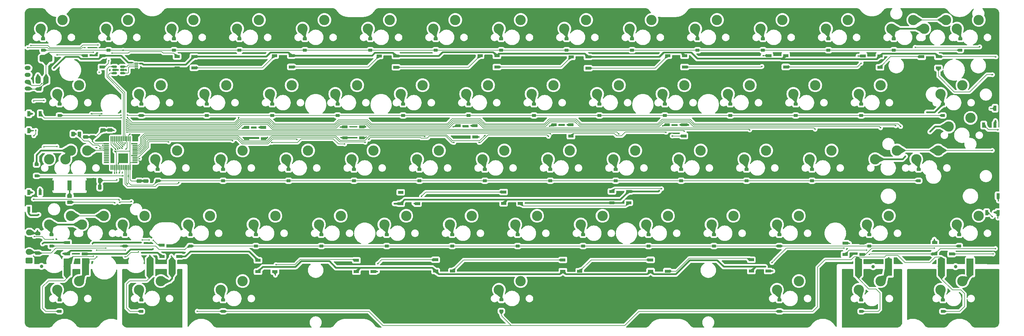
<source format=gbr>
%TF.GenerationSoftware,KiCad,Pcbnew,8.99.0-2194-gb3b7cbcab2*%
%TF.CreationDate,2024-09-18T03:31:56+07:00*%
%TF.ProjectId,Sebas_nuxros,53656261-735f-46e7-9578-726f732e6b69,rev?*%
%TF.SameCoordinates,Original*%
%TF.FileFunction,Copper,L2,Bot*%
%TF.FilePolarity,Positive*%
%FSLAX46Y46*%
G04 Gerber Fmt 4.6, Leading zero omitted, Abs format (unit mm)*
G04 Created by KiCad (PCBNEW 8.99.0-2194-gb3b7cbcab2) date 2024-09-18 03:31:56*
%MOMM*%
%LPD*%
G01*
G04 APERTURE LIST*
G04 Aperture macros list*
%AMRoundRect*
0 Rectangle with rounded corners*
0 $1 Rounding radius*
0 $2 $3 $4 $5 $6 $7 $8 $9 X,Y pos of 4 corners*
0 Add a 4 corners polygon primitive as box body*
4,1,4,$2,$3,$4,$5,$6,$7,$8,$9,$2,$3,0*
0 Add four circle primitives for the rounded corners*
1,1,$1+$1,$2,$3*
1,1,$1+$1,$4,$5*
1,1,$1+$1,$6,$7*
1,1,$1+$1,$8,$9*
0 Add four rect primitives between the rounded corners*
20,1,$1+$1,$2,$3,$4,$5,0*
20,1,$1+$1,$4,$5,$6,$7,0*
20,1,$1+$1,$6,$7,$8,$9,0*
20,1,$1+$1,$8,$9,$2,$3,0*%
G04 Aperture macros list end*
%TA.AperFunction,SMDPad,CuDef*%
%ADD10R,1.100000X0.300000*%
%TD*%
%TA.AperFunction,SMDPad,CuDef*%
%ADD11R,3.100000X2.300000*%
%TD*%
%TA.AperFunction,SMDPad,CuDef*%
%ADD12R,2.000000X5.000000*%
%TD*%
%TA.AperFunction,ComponentPad*%
%ADD13C,0.400000*%
%TD*%
%TA.AperFunction,ComponentPad*%
%ADD14C,3.000000*%
%TD*%
%TA.AperFunction,ComponentPad*%
%ADD15RoundRect,0.250000X0.750000X-0.600000X0.750000X0.600000X-0.750000X0.600000X-0.750000X-0.600000X0*%
%TD*%
%TA.AperFunction,ComponentPad*%
%ADD16O,2.000000X1.700000*%
%TD*%
%TA.AperFunction,SMDPad,CuDef*%
%ADD17R,2.000000X4.000000*%
%TD*%
%TA.AperFunction,ComponentPad*%
%ADD18RoundRect,0.250000X0.625000X-0.350000X0.625000X0.350000X-0.625000X0.350000X-0.625000X-0.350000X0*%
%TD*%
%TA.AperFunction,ComponentPad*%
%ADD19O,1.750000X1.200000*%
%TD*%
%TA.AperFunction,SMDPad,CuDef*%
%ADD20R,1.500000X0.900000*%
%TD*%
%TA.AperFunction,SMDPad,CuDef*%
%ADD21RoundRect,0.250000X-0.450000X0.262500X-0.450000X-0.262500X0.450000X-0.262500X0.450000X0.262500X0*%
%TD*%
%TA.AperFunction,SMDPad,CuDef*%
%ADD22RoundRect,0.225000X0.375000X-0.225000X0.375000X0.225000X-0.375000X0.225000X-0.375000X-0.225000X0*%
%TD*%
%TA.AperFunction,SMDPad,CuDef*%
%ADD23RoundRect,0.250000X-0.475000X0.250000X-0.475000X-0.250000X0.475000X-0.250000X0.475000X0.250000X0*%
%TD*%
%TA.AperFunction,SMDPad,CuDef*%
%ADD24R,0.900000X1.500000*%
%TD*%
%TA.AperFunction,SMDPad,CuDef*%
%ADD25RoundRect,0.150000X0.512500X0.150000X-0.512500X0.150000X-0.512500X-0.150000X0.512500X-0.150000X0*%
%TD*%
%TA.AperFunction,SMDPad,CuDef*%
%ADD26RoundRect,0.250000X0.475000X-0.250000X0.475000X0.250000X-0.475000X0.250000X-0.475000X-0.250000X0*%
%TD*%
%TA.AperFunction,SMDPad,CuDef*%
%ADD27RoundRect,0.250000X0.262500X0.450000X-0.262500X0.450000X-0.262500X-0.450000X0.262500X-0.450000X0*%
%TD*%
%TA.AperFunction,SMDPad,CuDef*%
%ADD28R,1.190000X3.000000*%
%TD*%
%TA.AperFunction,SMDPad,CuDef*%
%ADD29RoundRect,0.250000X-0.250000X-0.475000X0.250000X-0.475000X0.250000X0.475000X-0.250000X0.475000X0*%
%TD*%
%TA.AperFunction,SMDPad,CuDef*%
%ADD30RoundRect,0.375000X0.375000X-0.625000X0.375000X0.625000X-0.375000X0.625000X-0.375000X-0.625000X0*%
%TD*%
%TA.AperFunction,SMDPad,CuDef*%
%ADD31RoundRect,0.500000X1.400000X-0.500000X1.400000X0.500000X-1.400000X0.500000X-1.400000X-0.500000X0*%
%TD*%
%TA.AperFunction,SMDPad,CuDef*%
%ADD32RoundRect,0.075000X0.075000X-0.662500X0.075000X0.662500X-0.075000X0.662500X-0.075000X-0.662500X0*%
%TD*%
%TA.AperFunction,SMDPad,CuDef*%
%ADD33RoundRect,0.075000X0.662500X-0.075000X0.662500X0.075000X-0.662500X0.075000X-0.662500X-0.075000X0*%
%TD*%
%TA.AperFunction,ViaPad*%
%ADD34C,0.600000*%
%TD*%
%TA.AperFunction,ViaPad*%
%ADD35C,1.000000*%
%TD*%
%TA.AperFunction,ViaPad*%
%ADD36C,0.400000*%
%TD*%
%TA.AperFunction,Conductor*%
%ADD37C,0.200000*%
%TD*%
%TA.AperFunction,Conductor*%
%ADD38C,0.500000*%
%TD*%
G04 APERTURE END LIST*
D10*
%TO.P,J1,1,Pin_1*%
%TO.N,+5V*%
X35620000Y-40480000D03*
%TO.P,J1,2,Pin_2*%
%TO.N,Net-(J1-Pin_2)*%
X35620000Y-40980000D03*
%TO.P,J1,3,Pin_3*%
%TO.N,Net-(J1-Pin_3)*%
X35620000Y-41480000D03*
%TO.P,J1,4,Pin_4*%
%TO.N,GND*%
X35620000Y-41980000D03*
X35620000Y-42480000D03*
D11*
X37320000Y-38810000D03*
X37320000Y-44150000D03*
%TD*%
D12*
%TO.P,,1,VDD*%
%TO.N,R4*%
X15500000Y-99900000D03*
%TD*%
D13*
%TO.P,SW51,1,1*%
%TO.N,Net-(D51-A)*%
X163710000Y-87480000D03*
X164950000Y-88740000D03*
X164960000Y-86240000D03*
D14*
X164960000Y-87490000D03*
D13*
X166210000Y-87490000D03*
%TO.P,SW51,2,2*%
%TO.N,C8*%
X170060000Y-84950000D03*
X171310000Y-83690000D03*
D14*
X171310000Y-84950000D03*
D13*
X171310000Y-86190000D03*
X172550000Y-84940000D03*
%TD*%
%TO.P,SW4,1,1*%
%TO.N,Net-(D4-A)*%
X63697500Y-30330000D03*
X64937500Y-31590000D03*
X64947500Y-29090000D03*
D14*
X64947500Y-30340000D03*
D13*
X66197500Y-30340000D03*
%TO.P,SW4,2,2*%
%TO.N,C3*%
X70047500Y-27800000D03*
X71297500Y-26540000D03*
D14*
X71297500Y-27800000D03*
D13*
X71297500Y-29040000D03*
X72537500Y-27790000D03*
%TD*%
%TO.P,SW21,1,1*%
%TO.N,Net-(D21-A)*%
X111322500Y-49380000D03*
X112562500Y-50640000D03*
X112572500Y-48140000D03*
D14*
X112572500Y-49390000D03*
D13*
X113822500Y-49390000D03*
%TO.P,SW21,2,2*%
%TO.N,C5*%
X117672500Y-46850000D03*
X118922500Y-45590000D03*
D14*
X118922500Y-46850000D03*
D13*
X118922500Y-48090000D03*
X120162500Y-46840000D03*
%TD*%
%TO.P,SW57,1,1*%
%TO.N,Net-(D57-A)*%
X11310500Y-106530000D03*
X12550500Y-107790000D03*
X12560500Y-105290000D03*
D14*
X12560500Y-106540000D03*
D13*
X13810500Y-106540000D03*
%TO.P,SW57,2,2*%
%TO.N,C0*%
X17660500Y-104000000D03*
X18910500Y-102740000D03*
D14*
X18910500Y-104000000D03*
D13*
X18910500Y-105240000D03*
X20150500Y-103990000D03*
%TD*%
%TO.P,SW58,1,1*%
%TO.N,Net-(D58-A)*%
X35122500Y-106530000D03*
X36362500Y-107790000D03*
X36372500Y-105290000D03*
D14*
X36372500Y-106540000D03*
D13*
X37622500Y-106540000D03*
%TO.P,SW58,2,2*%
%TO.N,C1*%
X41472500Y-104000000D03*
X42722500Y-102740000D03*
D14*
X42722500Y-104000000D03*
D13*
X42722500Y-105240000D03*
X43962500Y-103990000D03*
%TD*%
%TO.P,SW49,1,1*%
%TO.N,Net-(D49-A)*%
X125610000Y-87480000D03*
X126850000Y-88740000D03*
X126860000Y-86240000D03*
D14*
X126860000Y-87490000D03*
D13*
X128110000Y-87490000D03*
%TO.P,SW49,2,2*%
%TO.N,C6*%
X131960000Y-84950000D03*
X133210000Y-83690000D03*
D14*
X133210000Y-84950000D03*
D13*
X133210000Y-86190000D03*
X134450000Y-84940000D03*
%TD*%
%TO.P,SW20,1,1*%
%TO.N,Net-(D20-A)*%
X92272500Y-49380000D03*
X93512500Y-50640000D03*
X93522500Y-48140000D03*
D14*
X93522500Y-49390000D03*
D13*
X94772500Y-49390000D03*
%TO.P,SW20,2,2*%
%TO.N,C4*%
X98622500Y-46850000D03*
X99872500Y-45590000D03*
D14*
X99872500Y-46850000D03*
D13*
X99872500Y-48090000D03*
X101112500Y-46840000D03*
%TD*%
%TO.P,SW35,1,1*%
%TO.N,Net-(D35-A)*%
X116085000Y-68430000D03*
X117325000Y-69690000D03*
X117335000Y-67190000D03*
D14*
X117335000Y-68440000D03*
D13*
X118585000Y-68440000D03*
%TO.P,SW35,2,2*%
%TO.N,C5*%
X122435000Y-65900000D03*
X123685000Y-64640000D03*
D14*
X123685000Y-65900000D03*
D13*
X123685000Y-67140000D03*
X124925000Y-65890000D03*
%TD*%
%TO.P,SW17,1,1*%
%TO.N,Net-(D17-A)*%
X35122500Y-49380000D03*
X36362500Y-50640000D03*
X36372500Y-48140000D03*
D14*
X36372500Y-49390000D03*
D13*
X37622500Y-49390000D03*
%TO.P,SW17,2,2*%
%TO.N,C1*%
X41472500Y-46850000D03*
X42722500Y-45590000D03*
D14*
X42722500Y-46850000D03*
D13*
X42722500Y-48090000D03*
X43962500Y-46840000D03*
%TD*%
%TO.P,SW12,1,1*%
%TO.N,Net-(D12-A)*%
X216097500Y-30330000D03*
X217337500Y-31590000D03*
X217347500Y-29090000D03*
D14*
X217347500Y-30340000D03*
D13*
X218597500Y-30340000D03*
%TO.P,SW12,2,2*%
%TO.N,C11*%
X222447500Y-27800000D03*
X223697500Y-26540000D03*
D14*
X223697500Y-27800000D03*
D13*
X223697500Y-29040000D03*
X224937500Y-27790000D03*
%TD*%
%TO.P,SW1003,1,1*%
%TO.N,Net-(D43-A)*%
X270865999Y-58905000D03*
X272105999Y-60165000D03*
X272115999Y-57665000D03*
D14*
X272115999Y-58915000D03*
D13*
X273365999Y-58915000D03*
%TO.P,SW1003,2,2*%
%TO.N,C13*%
X277215999Y-56375000D03*
X278465999Y-55115000D03*
D14*
X278465999Y-56375000D03*
D13*
X278465999Y-57615000D03*
X279705999Y-56365000D03*
%TD*%
%TO.P,SW16,1,1*%
%TO.N,Net-(D16-A)*%
X11310500Y-49380000D03*
X12550500Y-50640000D03*
X12560500Y-48140000D03*
D14*
X12560500Y-49390000D03*
D13*
X13810500Y-49390000D03*
%TO.P,SW16,2,2*%
%TO.N,C0*%
X17660500Y-46850000D03*
X18910500Y-45590000D03*
D14*
X18910500Y-46850000D03*
D13*
X18910500Y-48090000D03*
X20150500Y-46840000D03*
%TD*%
%TO.P,SW33,1,1*%
%TO.N,Net-(D33-A)*%
X77985000Y-68430000D03*
X79225000Y-69690000D03*
X79235000Y-67190000D03*
D14*
X79235000Y-68440000D03*
D13*
X80485000Y-68440000D03*
%TO.P,SW33,2,2*%
%TO.N,C3*%
X84335000Y-65900000D03*
X85585000Y-64640000D03*
D14*
X85585000Y-65900000D03*
D13*
X85585000Y-67140000D03*
X86825000Y-65890000D03*
%TD*%
%TO.P,SW13,1,1*%
%TO.N,Net-(D13-A)*%
X235147500Y-30330000D03*
X236387500Y-31590000D03*
X236397500Y-29090000D03*
D14*
X236397500Y-30340000D03*
D13*
X237647500Y-30340000D03*
%TO.P,SW13,2,2*%
%TO.N,C12*%
X241497500Y-27800000D03*
X242747500Y-26540000D03*
D14*
X242747500Y-27800000D03*
D13*
X242747500Y-29040000D03*
X243987500Y-27790000D03*
%TD*%
D15*
%TO.P,SWb\u00F4trst1,1,1*%
%TO.N,GND*%
X4465000Y-92300000D03*
D16*
%TO.P,SWb\u00F4trst1,2,2*%
%TO.N,RST*%
X4465000Y-89800000D03*
%TD*%
D13*
%TO.P,SW1004,1,1*%
%TO.N,Net-(D29-A)*%
X249435000Y-68430000D03*
X250675000Y-69690000D03*
X250685000Y-67190000D03*
D14*
X250685000Y-68440000D03*
D13*
X251935000Y-68440000D03*
%TO.P,SW1004,2,2*%
%TO.N,C13*%
X255785000Y-65900000D03*
X257035000Y-64640000D03*
D14*
X257035000Y-65900000D03*
D13*
X257035000Y-67140000D03*
X258275000Y-65890000D03*
%TD*%
%TO.P,SW37,1,1*%
%TO.N,Net-(D37-A)*%
X154185000Y-68430000D03*
X155425000Y-69690000D03*
X155435000Y-67190000D03*
D14*
X155435000Y-68440000D03*
D13*
X156685000Y-68440000D03*
%TO.P,SW37,2,2*%
%TO.N,C7*%
X160535000Y-65900000D03*
X161785000Y-64640000D03*
D14*
X161785000Y-65900000D03*
D13*
X161785000Y-67140000D03*
X163025000Y-65890000D03*
%TD*%
%TO.P,SW8,1,1*%
%TO.N,Net-(D8-A)*%
X139897500Y-30330000D03*
X141137500Y-31590000D03*
X141147500Y-29090000D03*
D14*
X141147500Y-30340000D03*
D13*
X142397500Y-30340000D03*
%TO.P,SW8,2,2*%
%TO.N,C7*%
X146247500Y-27800000D03*
X147497500Y-26540000D03*
D14*
X147497500Y-27800000D03*
D13*
X147497500Y-29040000D03*
X148737500Y-27790000D03*
%TD*%
%TO.P,SW1,1,1*%
%TO.N,Net-(D1-A)*%
X6547500Y-30330000D03*
X7787500Y-31590000D03*
X7797500Y-29090000D03*
D14*
X7797500Y-30340000D03*
D13*
X9047500Y-30340000D03*
%TO.P,SW1,2,2*%
%TO.N,C0*%
X12897500Y-27800000D03*
X14147500Y-26540000D03*
D14*
X14147500Y-27800000D03*
D13*
X14147500Y-29040000D03*
X15387500Y-27790000D03*
%TD*%
%TO.P,SW10,1,1*%
%TO.N,Net-(D10-A)*%
X177997500Y-30330000D03*
X179237500Y-31590000D03*
X179247500Y-29090000D03*
D14*
X179247500Y-30340000D03*
D13*
X180497500Y-30340000D03*
%TO.P,SW10,2,2*%
%TO.N,C9*%
X184347500Y-27800000D03*
X185597500Y-26540000D03*
D14*
X185597500Y-27800000D03*
D13*
X185597500Y-29040000D03*
X186837500Y-27790000D03*
%TD*%
%TO.P,SW55,1,1*%
%TO.N,Net-(D55-A)*%
X247054000Y-87480000D03*
X248294000Y-88740000D03*
X248304000Y-86240000D03*
D14*
X248304000Y-87490000D03*
D13*
X249554000Y-87490000D03*
%TO.P,SW55,2,2*%
%TO.N,C12*%
X253404000Y-84950000D03*
X254654000Y-83690000D03*
D14*
X254654000Y-84950000D03*
D13*
X254654000Y-86190000D03*
X255894000Y-84940000D03*
%TD*%
%TO.P,SW27,1,1*%
%TO.N,Net-(D27-A)*%
X225622500Y-49380000D03*
X226862500Y-50640000D03*
X226872500Y-48140000D03*
D14*
X226872500Y-49390000D03*
D13*
X228122500Y-49390000D03*
%TO.P,SW27,2,2*%
%TO.N,C11*%
X231972500Y-46850000D03*
X233222500Y-45590000D03*
D14*
X233222500Y-46850000D03*
D13*
X233222500Y-48090000D03*
X234462500Y-46840000D03*
%TD*%
%TO.P,SW44,1,1*%
%TO.N,Net-(D44-A)*%
X30360000Y-87480000D03*
X31600000Y-88740000D03*
X31610000Y-86240000D03*
D14*
X31610000Y-87490000D03*
D13*
X32860000Y-87490000D03*
%TO.P,SW44,2,2*%
%TO.N,C1*%
X36710000Y-84950000D03*
X37960000Y-83690000D03*
D14*
X37960000Y-84950000D03*
D13*
X37960000Y-86190000D03*
X39200000Y-84940000D03*
%TD*%
%TO.P,SW25,1,1*%
%TO.N,Net-(D25-A)*%
X187522500Y-49380000D03*
X188762500Y-50640000D03*
X188772500Y-48140000D03*
D14*
X188772500Y-49390000D03*
D13*
X190022500Y-49390000D03*
%TO.P,SW25,2,2*%
%TO.N,C9*%
X193872500Y-46850000D03*
X195122500Y-45590000D03*
D14*
X195122500Y-46850000D03*
D13*
X195122500Y-48090000D03*
X196362500Y-46840000D03*
%TD*%
%TO.P,SW36,1,1*%
%TO.N,Net-(D36-A)*%
X135135000Y-68430000D03*
X136375000Y-69690000D03*
X136385000Y-67190000D03*
D14*
X136385000Y-68440000D03*
D13*
X137635000Y-68440000D03*
%TO.P,SW36,2,2*%
%TO.N,C6*%
X141485000Y-65900000D03*
X142735000Y-64640000D03*
D14*
X142735000Y-65900000D03*
D13*
X142735000Y-67140000D03*
X143975000Y-65890000D03*
%TD*%
%TO.P,SW46,1,1*%
%TO.N,Net-(D46-A)*%
X68460000Y-87480000D03*
X69700000Y-88740000D03*
X69710000Y-86240000D03*
D14*
X69710000Y-87490000D03*
D13*
X70960000Y-87490000D03*
%TO.P,SW46,2,2*%
%TO.N,C3*%
X74810000Y-84950000D03*
X76060000Y-83690000D03*
D14*
X76060000Y-84950000D03*
D13*
X76060000Y-86190000D03*
X77300000Y-84940000D03*
%TD*%
%TO.P,SW6,1,1*%
%TO.N,Net-(D6-A)*%
X101797500Y-30330000D03*
X103037500Y-31590000D03*
X103047500Y-29090000D03*
D14*
X103047500Y-30340000D03*
D13*
X104297500Y-30340000D03*
%TO.P,SW6,2,2*%
%TO.N,C5*%
X108147500Y-27800000D03*
X109397500Y-26540000D03*
D14*
X109397500Y-27800000D03*
D13*
X109397500Y-29040000D03*
X110637500Y-27790000D03*
%TD*%
%TO.P,SW30,1,1*%
%TO.N,Net-(D30-A)*%
X13691500Y-68430000D03*
X14931500Y-69690000D03*
X14941500Y-67190000D03*
D14*
X14941500Y-68440000D03*
D13*
X16191500Y-68440000D03*
%TO.P,SW30,2,2*%
%TO.N,C0*%
X20041500Y-65900000D03*
X21291500Y-64640000D03*
D14*
X21291500Y-65900000D03*
D13*
X21291500Y-67140000D03*
X22531500Y-65890000D03*
%TD*%
%TO.P,SW40,1,1*%
%TO.N,Net-(D40-A)*%
X211335000Y-68430000D03*
X212575000Y-69690000D03*
X212585000Y-67190000D03*
D14*
X212585000Y-68440000D03*
D13*
X213835000Y-68440000D03*
%TO.P,SW40,2,2*%
%TO.N,C10*%
X217685000Y-65900000D03*
X218935000Y-64640000D03*
D14*
X218935000Y-65900000D03*
D13*
X218935000Y-67140000D03*
X220175000Y-65890000D03*
%TD*%
%TO.P,SW7,1,1*%
%TO.N,Net-(D7-A)*%
X120847500Y-30330000D03*
X122087500Y-31590000D03*
X122097500Y-29090000D03*
D14*
X122097500Y-30340000D03*
D13*
X123347500Y-30340000D03*
%TO.P,SW7,2,2*%
%TO.N,C6*%
X127197500Y-27800000D03*
X128447500Y-26540000D03*
D14*
X128447500Y-27800000D03*
D13*
X128447500Y-29040000D03*
X129687500Y-27790000D03*
%TD*%
%TO.P,SW41,1,1*%
%TO.N,Net-(D41-A)*%
X230385000Y-68430000D03*
X231625000Y-69690000D03*
X231635000Y-67190000D03*
D14*
X231635000Y-68440000D03*
D13*
X232885000Y-68440000D03*
%TO.P,SW41,2,2*%
%TO.N,C11*%
X236735000Y-65900000D03*
X237985000Y-64640000D03*
D14*
X237985000Y-65900000D03*
D13*
X237985000Y-67140000D03*
X239225000Y-65890000D03*
%TD*%
%TO.P,SW38,1,1*%
%TO.N,Net-(D38-A)*%
X173235000Y-68430000D03*
X174475000Y-69690000D03*
X174485000Y-67190000D03*
D14*
X174485000Y-68440000D03*
D13*
X175735000Y-68440000D03*
%TO.P,SW38,2,2*%
%TO.N,C8*%
X179585000Y-65900000D03*
X180835000Y-64640000D03*
D14*
X180835000Y-65900000D03*
D13*
X180835000Y-67140000D03*
X182075000Y-65890000D03*
%TD*%
D12*
%TO.P,,1,VDD*%
%TO.N,R4*%
X39600000Y-99900000D03*
%TD*%
D13*
%TO.P,SW52,1,1*%
%TO.N,Net-(D52-A)*%
X182760000Y-87480000D03*
X184000000Y-88740000D03*
X184010000Y-86240000D03*
D14*
X184010000Y-87490000D03*
D13*
X185260000Y-87490000D03*
%TO.P,SW52,2,2*%
%TO.N,C9*%
X189110000Y-84950000D03*
X190360000Y-83690000D03*
D14*
X190360000Y-84950000D03*
D13*
X190360000Y-86190000D03*
X191600000Y-84940000D03*
%TD*%
%TO.P,SW15,1,1*%
%TO.N,Net-(D15-A)*%
X273247500Y-30330000D03*
X274487500Y-31590000D03*
X274497500Y-29090000D03*
D14*
X274497500Y-30340000D03*
D13*
X275747500Y-30340000D03*
%TO.P,SW15,2,2*%
%TO.N,C14*%
X279597500Y-27800000D03*
X280847500Y-26540000D03*
D14*
X280847500Y-27800000D03*
D13*
X280847500Y-29040000D03*
X282087500Y-27790000D03*
%TD*%
D12*
%TO.P,,1,VDD*%
%TO.N,C0*%
X20800000Y-99750000D03*
%TD*%
D13*
%TO.P,SW29,1,1*%
%TO.N,Net-(D29-A)*%
X268485500Y-49380000D03*
X269725500Y-50640000D03*
X269735500Y-48140000D03*
D14*
X269735500Y-49390000D03*
D13*
X270985500Y-49390000D03*
%TO.P,SW29,2,2*%
%TO.N,C13*%
X274835500Y-46850000D03*
X276085500Y-45590000D03*
D14*
X276085500Y-46850000D03*
D13*
X276085500Y-48090000D03*
X277325500Y-46840000D03*
%TD*%
%TO.P,SW43,1,1*%
%TO.N,Net-(D43-A)*%
X261415600Y-68430000D03*
X262655600Y-69690000D03*
X262665600Y-67190000D03*
D14*
X262665600Y-68440000D03*
D13*
X263915600Y-68440000D03*
%TO.P,SW43,2,2*%
%TO.N,C13*%
X267765600Y-65900000D03*
X269015600Y-64640000D03*
D14*
X269015600Y-65900000D03*
D13*
X269015600Y-67140000D03*
X270255600Y-65890000D03*
%TD*%
%TO.P,SW32,1,1*%
%TO.N,Net-(D32-A)*%
X58935000Y-68430000D03*
X60175000Y-69690000D03*
X60185000Y-67190000D03*
D14*
X60185000Y-68440000D03*
D13*
X61435000Y-68440000D03*
%TO.P,SW32,2,2*%
%TO.N,C2*%
X65285000Y-65900000D03*
X66535000Y-64640000D03*
D14*
X66535000Y-65900000D03*
D13*
X66535000Y-67140000D03*
X67775000Y-65890000D03*
%TD*%
%TO.P,SW11,1,1*%
%TO.N,Net-(D11-A)*%
X197047500Y-30330000D03*
X198287500Y-31590000D03*
X198297500Y-29090000D03*
D14*
X198297500Y-30340000D03*
D13*
X199547500Y-30340000D03*
%TO.P,SW11,2,2*%
%TO.N,C10*%
X203397500Y-27800000D03*
X204647500Y-26540000D03*
D14*
X204647500Y-27800000D03*
D13*
X204647500Y-29040000D03*
X205887500Y-27790000D03*
%TD*%
%TO.P,SW1002,1,1*%
%TO.N,Net-(D14-A)*%
X263722500Y-30330000D03*
X264962500Y-31590000D03*
X264972500Y-29090000D03*
D14*
X264972500Y-30340000D03*
D13*
X266222500Y-30340000D03*
%TO.P,SW1002,2,2*%
%TO.N,C13*%
X270072500Y-27800000D03*
X271322500Y-26540000D03*
D14*
X271322500Y-27800000D03*
D13*
X271322500Y-29040000D03*
X272562500Y-27790000D03*
%TD*%
%TO.P,SW56,1,1*%
%TO.N,Net-(D56-A)*%
X273247500Y-87480000D03*
X274487500Y-88740000D03*
X274497500Y-86240000D03*
D14*
X274497500Y-87490000D03*
D13*
X275747500Y-87490000D03*
%TO.P,SW56,2,2*%
%TO.N,C13*%
X279597500Y-84950000D03*
X280847500Y-83690000D03*
D14*
X280847500Y-84950000D03*
D13*
X280847500Y-86190000D03*
X282087500Y-84940000D03*
%TD*%
%TO.P,SW59,1,1*%
%TO.N,Net-(D59-A)*%
X58935500Y-106530000D03*
X60175500Y-107790000D03*
X60185500Y-105290000D03*
D14*
X60185500Y-106540000D03*
D13*
X61435500Y-106540000D03*
%TO.P,SW59,2,2*%
%TO.N,C2*%
X65285500Y-104000000D03*
X66535500Y-102740000D03*
D14*
X66535500Y-104000000D03*
D13*
X66535500Y-105240000D03*
X67775500Y-103990000D03*
%TD*%
%TO.P,SW18,1,1*%
%TO.N,Net-(D18-A)*%
X54172500Y-49380000D03*
X55412500Y-50640000D03*
X55422500Y-48140000D03*
D14*
X55422500Y-49390000D03*
D13*
X56672500Y-49390000D03*
%TO.P,SW18,2,2*%
%TO.N,C2*%
X60522500Y-46850000D03*
X61772500Y-45590000D03*
D14*
X61772500Y-46850000D03*
D13*
X61772500Y-48090000D03*
X63012500Y-46840000D03*
%TD*%
%TO.P,SW3,1,1*%
%TO.N,Net-(D3-A)*%
X44647500Y-30330000D03*
X45887500Y-31590000D03*
X45897500Y-29090000D03*
D14*
X45897500Y-30340000D03*
D13*
X47147500Y-30340000D03*
%TO.P,SW3,2,2*%
%TO.N,C2*%
X50997500Y-27800000D03*
X52247500Y-26540000D03*
D14*
X52247500Y-27800000D03*
D13*
X52247500Y-29040000D03*
X53487500Y-27790000D03*
%TD*%
%TO.P,SW39,1,1*%
%TO.N,Net-(D39-A)*%
X192285000Y-68430000D03*
X193525000Y-69690000D03*
X193535000Y-67190000D03*
D14*
X193535000Y-68440000D03*
D13*
X194785000Y-68440000D03*
%TO.P,SW39,2,2*%
%TO.N,C9*%
X198635000Y-65900000D03*
X199885000Y-64640000D03*
D14*
X199885000Y-65900000D03*
D13*
X199885000Y-67140000D03*
X201125000Y-65890000D03*
%TD*%
%TO.P,SW47,1,1*%
%TO.N,Net-(D47-A)*%
X87510000Y-87480000D03*
X88750000Y-88740000D03*
X88760000Y-86240000D03*
D14*
X88760000Y-87490000D03*
D13*
X90010000Y-87490000D03*
%TO.P,SW47,2,2*%
%TO.N,C4*%
X93860000Y-84950000D03*
X95110000Y-83690000D03*
D14*
X95110000Y-84950000D03*
D13*
X95110000Y-86190000D03*
X96350000Y-84940000D03*
%TD*%
%TO.P,SW5,1,1*%
%TO.N,Net-(D5-A)*%
X82747500Y-30330000D03*
X83987500Y-31590000D03*
X83997500Y-29090000D03*
D14*
X83997500Y-30340000D03*
D13*
X85247500Y-30340000D03*
%TO.P,SW5,2,2*%
%TO.N,C4*%
X89097500Y-27800000D03*
X90347500Y-26540000D03*
D14*
X90347500Y-27800000D03*
D13*
X90347500Y-29040000D03*
X91587500Y-27790000D03*
%TD*%
%TO.P,SW2,1,1*%
%TO.N,Net-(D2-A)*%
X25597500Y-30330000D03*
X26837500Y-31590000D03*
X26847500Y-29090000D03*
D14*
X26847500Y-30340000D03*
D13*
X28097500Y-30340000D03*
%TO.P,SW2,2,2*%
%TO.N,C1*%
X31947500Y-27800000D03*
X33197500Y-26540000D03*
D14*
X33197500Y-27800000D03*
D13*
X33197500Y-29040000D03*
X34437500Y-27790000D03*
%TD*%
D17*
%TO.P,,1,VDD*%
%TO.N,C1*%
X46000000Y-99900000D03*
%TD*%
D12*
%TO.P,,1,VDD*%
%TO.N,C13*%
X278300000Y-99900000D03*
%TD*%
D13*
%TO.P,SW23,1,1*%
%TO.N,Net-(D23-A)*%
X149422500Y-49380000D03*
X150662500Y-50640000D03*
X150672500Y-48140000D03*
D14*
X150672500Y-49390000D03*
D13*
X151922500Y-49390000D03*
%TO.P,SW23,2,2*%
%TO.N,C7*%
X155772500Y-46850000D03*
X157022500Y-45590000D03*
D14*
X157022500Y-46850000D03*
D13*
X157022500Y-48090000D03*
X158262500Y-46840000D03*
%TD*%
%TO.P,SW53,1,1*%
%TO.N,Net-(D53-A)*%
X201810000Y-87480000D03*
X203050000Y-88740000D03*
X203060000Y-86240000D03*
D14*
X203060000Y-87490000D03*
D13*
X204310000Y-87490000D03*
%TO.P,SW53,2,2*%
%TO.N,C10*%
X208160000Y-84950000D03*
X209410000Y-83690000D03*
D14*
X209410000Y-84950000D03*
D13*
X209410000Y-86190000D03*
X210650000Y-84940000D03*
%TD*%
D15*
%TO.P,SWb\u00F4t1,1,1*%
%TO.N,+3.3V*%
X4400000Y-98000000D03*
D16*
%TO.P,SWb\u00F4t1,2,2*%
%TO.N,boot*%
X4400000Y-95500000D03*
%TD*%
D12*
%TO.P,,*%
%TO.N,R4*%
X245800000Y-99939812D03*
%TD*%
D13*
%TO.P,SW31,1,1*%
%TO.N,Net-(D31-A)*%
X39885000Y-68430000D03*
X41125000Y-69690000D03*
X41135000Y-67190000D03*
D14*
X41135000Y-68440000D03*
D13*
X42385000Y-68440000D03*
%TO.P,SW31,2,2*%
%TO.N,C1*%
X46235000Y-65900000D03*
X47485000Y-64640000D03*
D14*
X47485000Y-65900000D03*
D13*
X47485000Y-67140000D03*
X48725000Y-65890000D03*
%TD*%
%TO.P,SW1001,1,1*%
%TO.N,C0*%
X8928500Y-68430000D03*
X10168500Y-69690000D03*
X10178500Y-67190000D03*
D14*
X10178500Y-68440000D03*
D13*
X11428500Y-68440000D03*
%TO.P,SW1001,2,2*%
%TO.N,Net-(D30-A)*%
X15278500Y-65900000D03*
X16528500Y-64640000D03*
D14*
X16528500Y-65900000D03*
D13*
X16528500Y-67140000D03*
X17768500Y-65890000D03*
%TD*%
%TO.P,SW50,1,1*%
%TO.N,Net-(D50-A)*%
X144660000Y-87480000D03*
X145900000Y-88740000D03*
X145910000Y-86240000D03*
D14*
X145910000Y-87490000D03*
D13*
X147160000Y-87490000D03*
%TO.P,SW50,2,2*%
%TO.N,C7*%
X151010000Y-84950000D03*
X152260000Y-83690000D03*
D14*
X152260000Y-84950000D03*
D13*
X152260000Y-86190000D03*
X153500000Y-84940000D03*
%TD*%
%TO.P,SW62,1,1*%
%TO.N,Net-(D62-A)*%
X139897500Y-106530000D03*
X141137500Y-107790000D03*
X141147500Y-105290000D03*
D14*
X141147500Y-106540000D03*
D13*
X142397500Y-106540000D03*
%TO.P,SW62,2,2*%
%TO.N,C7*%
X146247500Y-104000000D03*
X147497500Y-102740000D03*
D14*
X147497500Y-104000000D03*
D13*
X147497500Y-105240000D03*
X148737500Y-103990000D03*
%TD*%
%TO.P,SW70,1,1*%
%TO.N,Net-(D70-A)*%
X268485500Y-106530000D03*
X269725500Y-107790000D03*
X269735500Y-105290000D03*
D14*
X269735500Y-106540000D03*
D13*
X270985500Y-106540000D03*
%TO.P,SW70,2,2*%
%TO.N,C13*%
X274835500Y-104000000D03*
X276085500Y-102740000D03*
D14*
X276085500Y-104000000D03*
D13*
X276085500Y-105240000D03*
X277325500Y-103990000D03*
%TD*%
%TO.P,SW69,1,1*%
%TO.N,Net-(D69-A)*%
X244672500Y-106530000D03*
X245912500Y-107790000D03*
X245922500Y-105290000D03*
D14*
X245922500Y-106540000D03*
D13*
X247172500Y-106540000D03*
%TO.P,SW69,2,2*%
%TO.N,C12*%
X251022500Y-104000000D03*
X252272500Y-102740000D03*
D14*
X252272500Y-104000000D03*
D13*
X252272500Y-105240000D03*
X253512500Y-103990000D03*
%TD*%
%TO.P,SW22,1,1*%
%TO.N,Net-(D22-A)*%
X130372500Y-49380000D03*
X131612500Y-50640000D03*
X131622500Y-48140000D03*
D14*
X131622500Y-49390000D03*
D13*
X132872500Y-49390000D03*
%TO.P,SW22,2,2*%
%TO.N,C6*%
X136722500Y-46850000D03*
X137972500Y-45590000D03*
D14*
X137972500Y-46850000D03*
D13*
X137972500Y-48090000D03*
X139212500Y-46840000D03*
%TD*%
%TO.P,SW68,1,1*%
%TO.N,Net-(D68-A)*%
X220860500Y-106530000D03*
X222100500Y-107790000D03*
X222110500Y-105290000D03*
D14*
X222110500Y-106540000D03*
D13*
X223360500Y-106540000D03*
%TO.P,SW68,2,2*%
%TO.N,C11*%
X227210500Y-104000000D03*
X228460500Y-102740000D03*
D14*
X228460500Y-104000000D03*
D13*
X228460500Y-105240000D03*
X229700500Y-103990000D03*
%TD*%
%TO.P,SW28,1,1*%
%TO.N,Net-(D28-A)*%
X244672500Y-49380000D03*
X245912500Y-50640000D03*
X245922500Y-48140000D03*
D14*
X245922500Y-49390000D03*
D13*
X247172500Y-49390000D03*
%TO.P,SW28,2,2*%
%TO.N,C12*%
X251022500Y-46850000D03*
X252272500Y-45590000D03*
D14*
X252272500Y-46850000D03*
D13*
X252272500Y-48090000D03*
X253512500Y-46840000D03*
%TD*%
%TO.P,SW1000,1,1*%
%TO.N,Net-(D42-A)*%
X18528100Y-87480000D03*
X19768100Y-88740000D03*
X19778100Y-86240000D03*
D14*
X19778100Y-87490000D03*
D13*
X21028100Y-87490000D03*
%TO.P,SW1000,2,2*%
%TO.N,C0*%
X24878100Y-84950000D03*
X26128100Y-83690000D03*
D14*
X26128100Y-84950000D03*
D13*
X26128100Y-86190000D03*
X27368100Y-84940000D03*
%TD*%
%TO.P,SW42,1,1*%
%TO.N,Net-(D42-A)*%
X8928500Y-87480000D03*
X10168500Y-88740000D03*
X10178500Y-86240000D03*
D14*
X10178500Y-87490000D03*
D13*
X11428500Y-87490000D03*
%TO.P,SW42,2,2*%
%TO.N,C0*%
X15278500Y-84950000D03*
X16528500Y-83690000D03*
D14*
X16528500Y-84950000D03*
D13*
X16528500Y-86190000D03*
X17768500Y-84940000D03*
%TD*%
%TO.P,SW14,1,1*%
%TO.N,Net-(D14-A)*%
X254197500Y-30330000D03*
X255437500Y-31590000D03*
X255447500Y-29090000D03*
D14*
X255447500Y-30340000D03*
D13*
X256697500Y-30340000D03*
%TO.P,SW14,2,2*%
%TO.N,C13*%
X260547500Y-27800000D03*
X261797500Y-26540000D03*
D14*
X261797500Y-27800000D03*
D13*
X261797500Y-29040000D03*
X263037500Y-27790000D03*
%TD*%
D12*
%TO.P,,1,VDD*%
%TO.N,C12*%
X254600000Y-100000000D03*
%TD*%
%TO.P,,1,VDD*%
%TO.N,R4*%
X270000000Y-99900000D03*
%TD*%
D18*
%TO.P,J2,1,Pin_1*%
%TO.N,GND*%
X3970000Y-49830000D03*
D19*
%TO.P,J2,2,Pin_2*%
%TO.N,+3.3V*%
X3970000Y-47830000D03*
%TO.P,J2,3,Pin_3*%
%TO.N,RST*%
X3970000Y-45830000D03*
%TO.P,J2,4,Pin_4*%
%TO.N,DIO*%
X3970000Y-43830000D03*
%TO.P,J2,5,Pin_5*%
%TO.N,CLK*%
X3970000Y-41830000D03*
%TD*%
D13*
%TO.P,SW34,1,1*%
%TO.N,Net-(D34-A)*%
X97035000Y-68430000D03*
X98275000Y-69690000D03*
X98285000Y-67190000D03*
D14*
X98285000Y-68440000D03*
D13*
X99535000Y-68440000D03*
%TO.P,SW34,2,2*%
%TO.N,C4*%
X103385000Y-65900000D03*
X104635000Y-64640000D03*
D14*
X104635000Y-65900000D03*
D13*
X104635000Y-67140000D03*
X105875000Y-65890000D03*
%TD*%
%TO.P,SW26,1,1*%
%TO.N,Net-(D26-A)*%
X206572500Y-49380000D03*
X207812500Y-50640000D03*
X207822500Y-48140000D03*
D14*
X207822500Y-49390000D03*
D13*
X209072500Y-49390000D03*
%TO.P,SW26,2,2*%
%TO.N,C10*%
X212922500Y-46850000D03*
X214172500Y-45590000D03*
D14*
X214172500Y-46850000D03*
D13*
X214172500Y-48090000D03*
X215412500Y-46840000D03*
%TD*%
%TO.P,SW45,1,1*%
%TO.N,Net-(D45-A)*%
X49410000Y-87480000D03*
X50650000Y-88740000D03*
X50660000Y-86240000D03*
D14*
X50660000Y-87490000D03*
D13*
X51910000Y-87490000D03*
%TO.P,SW45,2,2*%
%TO.N,C2*%
X55760000Y-84950000D03*
X57010000Y-83690000D03*
D14*
X57010000Y-84950000D03*
D13*
X57010000Y-86190000D03*
X58250000Y-84940000D03*
%TD*%
%TO.P,SW24,1,1*%
%TO.N,Net-(D24-A)*%
X168472500Y-49380000D03*
X169712500Y-50640000D03*
X169722500Y-48140000D03*
D14*
X169722500Y-49390000D03*
D13*
X170972500Y-49390000D03*
%TO.P,SW24,2,2*%
%TO.N,C8*%
X174822500Y-46850000D03*
X176072500Y-45590000D03*
D14*
X176072500Y-46850000D03*
D13*
X176072500Y-48090000D03*
X177312500Y-46840000D03*
%TD*%
%TO.P,SW19,1,1*%
%TO.N,Net-(D19-A)*%
X73222500Y-49380000D03*
X74462500Y-50640000D03*
X74472500Y-48140000D03*
D14*
X74472500Y-49390000D03*
D13*
X75722500Y-49390000D03*
%TO.P,SW19,2,2*%
%TO.N,C3*%
X79572500Y-46850000D03*
X80822500Y-45590000D03*
D14*
X80822500Y-46850000D03*
D13*
X80822500Y-48090000D03*
X82062500Y-46840000D03*
%TD*%
%TO.P,SW54,1,1*%
%TO.N,Net-(D54-A)*%
X220860000Y-87480000D03*
X222100000Y-88740000D03*
X222110000Y-86240000D03*
D14*
X222110000Y-87490000D03*
D13*
X223360000Y-87490000D03*
%TO.P,SW54,2,2*%
%TO.N,C11*%
X227210000Y-84950000D03*
X228460000Y-83690000D03*
D14*
X228460000Y-84950000D03*
D13*
X228460000Y-86190000D03*
X229700000Y-84940000D03*
%TD*%
%TO.P,SW48,1,1*%
%TO.N,Net-(D48-A)*%
X106560000Y-87480000D03*
X107800000Y-88740000D03*
X107810000Y-86240000D03*
D14*
X107810000Y-87490000D03*
D13*
X109060000Y-87490000D03*
%TO.P,SW48,2,2*%
%TO.N,C5*%
X112910000Y-84950000D03*
X114160000Y-83690000D03*
D14*
X114160000Y-84950000D03*
D13*
X114160000Y-86190000D03*
X115400000Y-84940000D03*
%TD*%
%TO.P,SW9,1,1*%
%TO.N,Net-(D9-A)*%
X158947500Y-30330000D03*
X160187500Y-31590000D03*
X160197500Y-29090000D03*
D14*
X160197500Y-30340000D03*
D13*
X161447500Y-30340000D03*
%TO.P,SW9,2,2*%
%TO.N,C8*%
X165297500Y-27800000D03*
X166547500Y-26540000D03*
D14*
X166547500Y-27800000D03*
D13*
X166547500Y-29040000D03*
X167787500Y-27790000D03*
%TD*%
D20*
%TO.P,Drgb15,1,VDD*%
%TO.N,+5V*%
X185300000Y-101110000D03*
%TO.P,Drgb15,2,DOUT*%
%TO.N,Net-(Drgb15-DOUT)*%
X185300000Y-97810000D03*
%TO.P,Drgb15,3,VSS*%
%TO.N,GND*%
X190200000Y-97810000D03*
%TO.P,Drgb15,4,DIN*%
%TO.N,Net-(Drgb14-DOUT)*%
X190200000Y-101110000D03*
%TD*%
D21*
%TO.P,R1,1*%
%TO.N,boot*%
X6850000Y-95837500D03*
%TO.P,R1,2*%
%TO.N,GND*%
X6850000Y-97662500D03*
%TD*%
D20*
%TO.P,Drgb12,1,VDD*%
%TO.N,+5V*%
X268050000Y-96100000D03*
%TO.P,Drgb12,2,DOUT*%
%TO.N,Net-(Drgb12-DOUT)*%
X268050000Y-92800000D03*
%TO.P,Drgb12,3,VSS*%
%TO.N,GND*%
X272950000Y-92800000D03*
%TO.P,Drgb12,4,DIN*%
%TO.N,Net-(Drgb11-DOUT)*%
X272950000Y-96100000D03*
%TD*%
D22*
%TO.P,D45,1,K*%
%TO.N,R3*%
X51332500Y-93780000D03*
%TO.P,D45,2,A*%
%TO.N,Net-(D45-A)*%
X51332500Y-90480000D03*
%TD*%
%TO.P,D39,1,K*%
%TO.N,R2*%
X194207500Y-74730000D03*
%TO.P,D39,2,A*%
%TO.N,Net-(D39-A)*%
X194207500Y-71430000D03*
%TD*%
D20*
%TO.P,Drgb19,1,VDD*%
%TO.N,+5V*%
X71020000Y-101240000D03*
%TO.P,Drgb19,2,DOUT*%
%TO.N,Net-(Drgb19-DOUT)*%
X71020000Y-97940000D03*
%TO.P,Drgb19,3,VSS*%
%TO.N,GND*%
X75920000Y-97940000D03*
%TO.P,Drgb19,4,DIN*%
%TO.N,Net-(Drgb18-DOUT)*%
X75920000Y-101240000D03*
%TD*%
D23*
%TO.P,C10,1*%
%TO.N,RST*%
X6950000Y-90100000D03*
%TO.P,C10,2*%
%TO.N,GND*%
X6950000Y-92000000D03*
%TD*%
D20*
%TO.P,Drgb5,1,VDD*%
%TO.N,+5V*%
X167100000Y-38580000D03*
%TO.P,Drgb5,2,DOUT*%
%TO.N,Net-(Drgb5-DOUT)*%
X167100000Y-41880000D03*
%TO.P,Drgb5,3,VSS*%
%TO.N,GND*%
X162200000Y-41880000D03*
%TO.P,Drgb5,4,DIN*%
%TO.N,Net-(Drgb4-DOUT)*%
X162200000Y-38580000D03*
%TD*%
D24*
%TO.P,Drgb10,1,VDD*%
%TO.N,+5V*%
X285580000Y-58460000D03*
%TO.P,Drgb10,2,DOUT*%
%TO.N,Net-(Drgb10-DOUT)*%
X282280000Y-58460000D03*
%TO.P,Drgb10,3,VSS*%
%TO.N,GND*%
X282280000Y-53560000D03*
%TO.P,Drgb10,4,DIN*%
%TO.N,Net-(Drgb10-DIN)*%
X285580000Y-53560000D03*
%TD*%
D25*
%TO.P,U3,1,I/O1*%
%TO.N,Net-(J1-Pin_2)*%
X31507500Y-41430000D03*
%TO.P,U3,2,GND*%
%TO.N,GND*%
X31507500Y-42380000D03*
%TO.P,U3,3,I/O2*%
%TO.N,Net-(J1-Pin_3)*%
X31507500Y-43330000D03*
%TO.P,U3,4,I/O2*%
%TO.N,D+*%
X29232500Y-43330000D03*
%TO.P,U3,5,VBUS*%
%TO.N,+5V*%
X29232500Y-42380000D03*
%TO.P,U3,6,I/O1*%
%TO.N,D-*%
X29232500Y-41430000D03*
%TD*%
D20*
%TO.P,Drgb7,1,VDD*%
%TO.N,+5V*%
X224640000Y-38210000D03*
%TO.P,Drgb7,2,DOUT*%
%TO.N,Net-(Drgb7-DOUT)*%
X224640000Y-41510000D03*
%TO.P,Drgb7,3,VSS*%
%TO.N,GND*%
X219740000Y-41510000D03*
%TO.P,Drgb7,4,DIN*%
%TO.N,Net-(Drgb6-DOUT)*%
X219740000Y-38210000D03*
%TD*%
D22*
%TO.P,D4,1,K*%
%TO.N,R0*%
X65620000Y-36630000D03*
%TO.P,D4,2,A*%
%TO.N,Net-(D4-A)*%
X65620000Y-33330000D03*
%TD*%
D21*
%TO.P,R3,1*%
%TO.N,Net-(Dled1-A)*%
X16170000Y-79180000D03*
%TO.P,R3,2*%
%TO.N,Net-(Ud1-PA0{slash}ADC_IN0)*%
X16170000Y-81005000D03*
%TD*%
D22*
%TO.P,D44,1,K*%
%TO.N,R3*%
X32282500Y-93780000D03*
%TO.P,D44,2,A*%
%TO.N,Net-(D44-A)*%
X32282500Y-90480000D03*
%TD*%
D20*
%TO.P,Drgb2,1,VDD*%
%TO.N,+5V*%
X80750000Y-38210000D03*
%TO.P,Drgb2,2,DOUT*%
%TO.N,Net-(Drgb2-DOUT)*%
X80750000Y-41510000D03*
%TO.P,Drgb2,3,VSS*%
%TO.N,GND*%
X75850000Y-41510000D03*
%TO.P,Drgb2,4,DIN*%
%TO.N,Net-(Drgb1-DOUT)*%
X75850000Y-38210000D03*
%TD*%
D22*
%TO.P,D11,1,K*%
%TO.N,R0*%
X198970000Y-36630000D03*
%TO.P,D11,2,A*%
%TO.N,Net-(D11-A)*%
X198970000Y-33330000D03*
%TD*%
D26*
%TO.P,C5,1*%
%TO.N,GND*%
X7270000Y-49880000D03*
%TO.P,C5,2*%
%TO.N,+3.3V*%
X7270000Y-47980000D03*
%TD*%
D22*
%TO.P,D50,1,K*%
%TO.N,R3*%
X146582500Y-93780000D03*
%TO.P,D50,2,A*%
%TO.N,Net-(D50-A)*%
X146582500Y-90480000D03*
%TD*%
%TO.P,D36,1,K*%
%TO.N,R2*%
X137057500Y-74730000D03*
%TO.P,D36,2,A*%
%TO.N,Net-(D36-A)*%
X137057500Y-71430000D03*
%TD*%
D20*
%TO.P,Drgb26,1,VDD*%
%TO.N,+5V*%
X101210000Y-58940000D03*
%TO.P,Drgb26,2,DOUT*%
%TO.N,Net-(Drgb26-DOUT)*%
X101210000Y-62240000D03*
%TO.P,Drgb26,3,VSS*%
%TO.N,GND*%
X96310000Y-62240000D03*
%TO.P,Drgb26,4,DIN*%
%TO.N,Net-(Drgb25-DOUT)*%
X96310000Y-58940000D03*
%TD*%
D27*
%TO.P,R2,1*%
%TO.N,RGB*%
X18980000Y-61060000D03*
%TO.P,R2,2*%
%TO.N,Net-(Drgb20-DIN)*%
X17155000Y-61060000D03*
%TD*%
D22*
%TO.P,D6,1,K*%
%TO.N,R0*%
X103720000Y-36630000D03*
%TO.P,D6,2,A*%
%TO.N,Net-(D6-A)*%
X103720000Y-33330000D03*
%TD*%
%TO.P,D43,1,K*%
%TO.N,R2*%
X263338100Y-74730000D03*
%TO.P,D43,2,A*%
%TO.N,Net-(D43-A)*%
X263338100Y-71430000D03*
%TD*%
%TO.P,D5,1,K*%
%TO.N,R0*%
X84670000Y-36630000D03*
%TO.P,D5,2,A*%
%TO.N,Net-(D5-A)*%
X84670000Y-33330000D03*
%TD*%
%TO.P,D28,1,K*%
%TO.N,R1*%
X246595000Y-55680000D03*
%TO.P,D28,2,A*%
%TO.N,Net-(D28-A)*%
X246595000Y-52380000D03*
%TD*%
D20*
%TO.P,Drgb8,1,VDD*%
%TO.N,+5V*%
X252070000Y-38320000D03*
%TO.P,Drgb8,2,DOUT*%
%TO.N,Net-(Drgb8-DOUT)*%
X252070000Y-41620000D03*
%TO.P,Drgb8,3,VSS*%
%TO.N,GND*%
X247170000Y-41620000D03*
%TO.P,Drgb8,4,DIN*%
%TO.N,Net-(Drgb7-DOUT)*%
X247170000Y-38320000D03*
%TD*%
D22*
%TO.P,D3,1,K*%
%TO.N,R0*%
X46570000Y-36630000D03*
%TO.P,D3,2,A*%
%TO.N,Net-(D3-A)*%
X46570000Y-33330000D03*
%TD*%
D20*
%TO.P,Drgb20,1,VDD*%
%TO.N,+5V*%
X25590000Y-38240000D03*
%TO.P,Drgb20,2,DOUT*%
%TO.N,Net-(Drgb1-DIN)*%
X25590000Y-41540000D03*
%TO.P,Drgb20,3,VSS*%
%TO.N,GND*%
X20690000Y-41540000D03*
%TO.P,Drgb20,4,DIN*%
%TO.N,Net-(Drgb20-DIN)*%
X20690000Y-38240000D03*
%TD*%
D22*
%TO.P,D56,1,K*%
%TO.N,R3*%
X275170000Y-93780000D03*
%TO.P,D56,2,A*%
%TO.N,Net-(D56-A)*%
X275170000Y-90480000D03*
%TD*%
%TO.P,D70,1,K*%
%TO.N,R4*%
X270408000Y-112830000D03*
%TO.P,D70,2,A*%
%TO.N,Net-(D70-A)*%
X270408000Y-109530000D03*
%TD*%
%TO.P,D48,1,K*%
%TO.N,R3*%
X108482500Y-93780000D03*
%TO.P,D48,2,A*%
%TO.N,Net-(D48-A)*%
X108482500Y-90480000D03*
%TD*%
D23*
%TO.P,C1,1*%
%TO.N,GND*%
X36410000Y-72880000D03*
%TO.P,C1,2*%
%TO.N,+3.3V*%
X36410000Y-74780000D03*
%TD*%
D22*
%TO.P,D16,1,K*%
%TO.N,R1*%
X13233000Y-55680000D03*
%TO.P,D16,2,A*%
%TO.N,Net-(D16-A)*%
X13233000Y-52380000D03*
%TD*%
%TO.P,D52,1,K*%
%TO.N,R3*%
X184682500Y-93780000D03*
%TO.P,D52,2,A*%
%TO.N,Net-(D52-A)*%
X184682500Y-90480000D03*
%TD*%
%TO.P,D31,1,K*%
%TO.N,R2*%
X41807500Y-74730000D03*
%TO.P,D31,2,A*%
%TO.N,Net-(D31-A)*%
X41807500Y-71430000D03*
%TD*%
%TO.P,D12,1,K*%
%TO.N,R0*%
X218020000Y-36630000D03*
%TO.P,D12,2,A*%
%TO.N,Net-(D12-A)*%
X218020000Y-33330000D03*
%TD*%
%TO.P,D13,1,K*%
%TO.N,R0*%
X237070000Y-36630000D03*
%TO.P,D13,2,A*%
%TO.N,Net-(D13-A)*%
X237070000Y-33330000D03*
%TD*%
%TO.P,D47,1,K*%
%TO.N,R3*%
X89432500Y-93780000D03*
%TO.P,D47,2,A*%
%TO.N,Net-(D47-A)*%
X89432500Y-90480000D03*
%TD*%
D23*
%TO.P,C6,1*%
%TO.N,GND*%
X38370000Y-72880000D03*
%TO.P,C6,2*%
%TO.N,+3.3V*%
X38370000Y-74780000D03*
%TD*%
D22*
%TO.P,D1,1,K*%
%TO.N,R0*%
X8470000Y-36630000D03*
%TO.P,D1,2,A*%
%TO.N,Net-(D1-A)*%
X8470000Y-33330000D03*
%TD*%
D20*
%TO.P,Drgb30,1,VDD*%
%TO.N,+5V*%
X178930000Y-77850000D03*
%TO.P,Drgb30,2,DOUT*%
%TO.N,Net-(Drgb30-DOUT)*%
X178930000Y-81150000D03*
%TO.P,Drgb30,3,VSS*%
%TO.N,GND*%
X174030000Y-81150000D03*
%TO.P,Drgb30,4,DIN*%
%TO.N,Net-(Drgb29-DOUT)*%
X174030000Y-77850000D03*
%TD*%
D23*
%TO.P,C9,1*%
%TO.N,GND*%
X27870000Y-58050000D03*
%TO.P,C9,2*%
%TO.N,+3.3V*%
X27870000Y-59950000D03*
%TD*%
D20*
%TO.P,Drgb32,1,VDD*%
%TO.N,+5V*%
X112550000Y-81410000D03*
%TO.P,Drgb32,2,DOUT*%
%TO.N,unconnected-(Drgb32-DOUT-Pad2)*%
X112550000Y-78110000D03*
%TO.P,Drgb32,3,VSS*%
%TO.N,GND*%
X117450000Y-78110000D03*
%TO.P,Drgb32,4,DIN*%
%TO.N,Net-(Drgb31-DOUT)*%
X117450000Y-81410000D03*
%TD*%
D22*
%TO.P,D59,1,K*%
%TO.N,R4*%
X60858000Y-112830000D03*
%TO.P,D59,2,A*%
%TO.N,Net-(D59-A)*%
X60858000Y-109530000D03*
%TD*%
%TO.P,D26,1,K*%
%TO.N,R1*%
X208495000Y-55680000D03*
%TO.P,D26,2,A*%
%TO.N,Net-(D26-A)*%
X208495000Y-52380000D03*
%TD*%
D20*
%TO.P,Drgb18,1,VDD*%
%TO.N,+5V*%
X99660000Y-101250000D03*
%TO.P,Drgb18,2,DOUT*%
%TO.N,Net-(Drgb18-DOUT)*%
X99660000Y-97950000D03*
%TO.P,Drgb18,3,VSS*%
%TO.N,GND*%
X104560000Y-97950000D03*
%TO.P,Drgb18,4,DIN*%
%TO.N,Net-(Drgb17-DOUT)*%
X104560000Y-101250000D03*
%TD*%
D22*
%TO.P,D57,1,K*%
%TO.N,R4*%
X13233000Y-112830000D03*
%TO.P,D57,2,A*%
%TO.N,Net-(D57-A)*%
X13233000Y-109530000D03*
%TD*%
D20*
%TO.P,Drgb28,1,VDD*%
%TO.N,+5V*%
X162120000Y-58410000D03*
%TO.P,Drgb28,2,DOUT*%
%TO.N,Net-(Drgb28-DOUT)*%
X162120000Y-61710000D03*
%TO.P,Drgb28,3,VSS*%
%TO.N,GND*%
X157220000Y-61710000D03*
%TO.P,Drgb28,4,DIN*%
%TO.N,Net-(Drgb27-DOUT)*%
X157220000Y-58410000D03*
%TD*%
D22*
%TO.P,D54,1,K*%
%TO.N,R3*%
X222782500Y-93780000D03*
%TO.P,D54,2,A*%
%TO.N,Net-(D54-A)*%
X222782500Y-90480000D03*
%TD*%
%TO.P,D68,1,K*%
%TO.N,R4*%
X222783000Y-112830000D03*
%TO.P,D68,2,A*%
%TO.N,Net-(D68-A)*%
X222783000Y-109530000D03*
%TD*%
%TO.P,D25,1,K*%
%TO.N,R1*%
X189445000Y-55680000D03*
%TO.P,D25,2,A*%
%TO.N,Net-(D25-A)*%
X189445000Y-52380000D03*
%TD*%
%TO.P,D18,1,K*%
%TO.N,R1*%
X56095000Y-55680000D03*
%TO.P,D18,2,A*%
%TO.N,Net-(D18-A)*%
X56095000Y-52380000D03*
%TD*%
D24*
%TO.P,Drgb11,1,VDD*%
%TO.N,+5V*%
X286450000Y-84030000D03*
%TO.P,Drgb11,2,DOUT*%
%TO.N,Net-(Drgb11-DOUT)*%
X283150000Y-84030000D03*
%TO.P,Drgb11,3,VSS*%
%TO.N,GND*%
X283150000Y-79130000D03*
%TO.P,Drgb11,4,DIN*%
%TO.N,Net-(Drgb10-DOUT)*%
X286450000Y-79130000D03*
%TD*%
D23*
%TO.P,C3,1*%
%TO.N,GND*%
X20820000Y-60080000D03*
%TO.P,C3,2*%
%TO.N,+3.3V*%
X20820000Y-61980000D03*
%TD*%
D22*
%TO.P,D14,1,K*%
%TO.N,R0*%
X256120000Y-36630000D03*
%TO.P,D14,2,A*%
%TO.N,Net-(D14-A)*%
X256120000Y-33330000D03*
%TD*%
%TO.P,D53,1,K*%
%TO.N,R3*%
X203732500Y-93780000D03*
%TO.P,D53,2,A*%
%TO.N,Net-(D53-A)*%
X203732500Y-90480000D03*
%TD*%
%TO.P,D62,1,K*%
%TO.N,R4*%
X141870000Y-112780000D03*
%TO.P,D62,2,A*%
%TO.N,Net-(D62-A)*%
X141870000Y-109480000D03*
%TD*%
D28*
%TO.P,Dled1,1,K*%
%TO.N,GND*%
X10982500Y-76097500D03*
%TO.P,Dled1,2,A*%
%TO.N,Net-(Dled1-A)*%
X16172500Y-76097500D03*
%TD*%
D20*
%TO.P,Drgb1,1,VDD*%
%TO.N,+5V*%
X52380000Y-38470000D03*
%TO.P,Drgb1,2,DOUT*%
%TO.N,Net-(Drgb1-DOUT)*%
X52380000Y-41770000D03*
%TO.P,Drgb1,3,VSS*%
%TO.N,GND*%
X47480000Y-41770000D03*
%TO.P,Drgb1,4,DIN*%
%TO.N,Net-(Drgb1-DIN)*%
X47480000Y-38470000D03*
%TD*%
D22*
%TO.P,D24,1,K*%
%TO.N,R1*%
X170395000Y-55680000D03*
%TO.P,D24,2,A*%
%TO.N,Net-(D24-A)*%
X170395000Y-52380000D03*
%TD*%
D20*
%TO.P,Drgb6,1,VDD*%
%TO.N,+5V*%
X195200000Y-38240000D03*
%TO.P,Drgb6,2,DOUT*%
%TO.N,Net-(Drgb6-DOUT)*%
X195200000Y-41540000D03*
%TO.P,Drgb6,3,VSS*%
%TO.N,GND*%
X190300000Y-41540000D03*
%TO.P,Drgb6,4,DIN*%
%TO.N,Net-(Drgb5-DOUT)*%
X190300000Y-38240000D03*
%TD*%
%TO.P,Drgb9,1,VDD*%
%TO.N,+5V*%
X269100000Y-38530000D03*
%TO.P,Drgb9,2,DOUT*%
%TO.N,Net-(Drgb10-DIN)*%
X269100000Y-41830000D03*
%TO.P,Drgb9,3,VSS*%
%TO.N,GND*%
X264200000Y-41830000D03*
%TO.P,Drgb9,4,DIN*%
%TO.N,Net-(Drgb8-DOUT)*%
X264200000Y-38530000D03*
%TD*%
D22*
%TO.P,D27,1,K*%
%TO.N,R1*%
X227545000Y-55680000D03*
%TO.P,D27,2,A*%
%TO.N,Net-(D27-A)*%
X227545000Y-52380000D03*
%TD*%
D20*
%TO.P,Drgb17,1,VDD*%
%TO.N,+5V*%
X122730000Y-101080000D03*
%TO.P,Drgb17,2,DOUT*%
%TO.N,Net-(Drgb17-DOUT)*%
X122730000Y-97780000D03*
%TO.P,Drgb17,3,VSS*%
%TO.N,GND*%
X127630000Y-97780000D03*
%TO.P,Drgb17,4,DIN*%
%TO.N,Net-(Drgb16-DOUT)*%
X127630000Y-101080000D03*
%TD*%
D24*
%TO.P,Drgb24,1,VDD*%
%TO.N,+5V*%
X4290000Y-55190000D03*
%TO.P,Drgb24,2,DOUT*%
%TO.N,Net-(Drgb24-DOUT)*%
X7590000Y-55190000D03*
%TO.P,Drgb24,3,VSS*%
%TO.N,GND*%
X7590000Y-60090000D03*
%TO.P,Drgb24,4,DIN*%
%TO.N,Net-(Drgb23-DOUT)*%
X4290000Y-60090000D03*
%TD*%
D22*
%TO.P,D58,1,K*%
%TO.N,R4*%
X37045000Y-112830000D03*
%TO.P,D58,2,A*%
%TO.N,Net-(D58-A)*%
X37045000Y-109530000D03*
%TD*%
%TO.P,D10,1,K*%
%TO.N,R0*%
X179920000Y-36630000D03*
%TO.P,D10,2,A*%
%TO.N,Net-(D10-A)*%
X179920000Y-33330000D03*
%TD*%
D29*
%TO.P,C7,1*%
%TO.N,GND*%
X23070000Y-74650000D03*
%TO.P,C7,2*%
%TO.N,+3.3V*%
X24970000Y-74650000D03*
%TD*%
D22*
%TO.P,D46,1,K*%
%TO.N,R3*%
X70382500Y-93780000D03*
%TO.P,D46,2,A*%
%TO.N,Net-(D46-A)*%
X70382500Y-90480000D03*
%TD*%
D29*
%TO.P,C2,1*%
%TO.N,GND*%
X23070000Y-76620000D03*
%TO.P,C2,2*%
%TO.N,+3.3V*%
X24970000Y-76620000D03*
%TD*%
D22*
%TO.P,D21,1,K*%
%TO.N,R1*%
X113245000Y-55680000D03*
%TO.P,D21,2,A*%
%TO.N,Net-(D21-A)*%
X113245000Y-52380000D03*
%TD*%
D20*
%TO.P,Drgb21,1,VDD*%
%TO.N,+5V*%
X43050000Y-96850000D03*
%TO.P,Drgb21,2,DOUT*%
%TO.N,Net-(Drgb21-DOUT)*%
X43050000Y-93550000D03*
%TO.P,Drgb21,3,VSS*%
%TO.N,GND*%
X47950000Y-93550000D03*
%TO.P,Drgb21,4,DIN*%
%TO.N,Net-(Drgb19-DOUT)*%
X47950000Y-96850000D03*
%TD*%
D22*
%TO.P,D7,1,K*%
%TO.N,R0*%
X122770000Y-36630000D03*
%TO.P,D7,2,A*%
%TO.N,Net-(D7-A)*%
X122770000Y-33330000D03*
%TD*%
%TO.P,D8,1,K*%
%TO.N,R0*%
X141820000Y-36630000D03*
%TO.P,D8,2,A*%
%TO.N,Net-(D8-A)*%
X141820000Y-33330000D03*
%TD*%
D30*
%TO.P,U2,1,ADJ*%
%TO.N,GND*%
X11620000Y-45340000D03*
%TO.P,U2,2,VO*%
%TO.N,+3.3V*%
X9320000Y-45340000D03*
D31*
X9320000Y-39040000D03*
D30*
%TO.P,U2,3,VI*%
%TO.N,+5V*%
X7020000Y-45340000D03*
%TD*%
D20*
%TO.P,Drgb14,1,VDD*%
%TO.N,+5V*%
X214640000Y-101070000D03*
%TO.P,Drgb14,2,DOUT*%
%TO.N,Net-(Drgb14-DOUT)*%
X214640000Y-97770000D03*
%TO.P,Drgb14,3,VSS*%
%TO.N,GND*%
X219540000Y-97770000D03*
%TO.P,Drgb14,4,DIN*%
%TO.N,Net-(Drgb13-DOUT)*%
X219540000Y-101070000D03*
%TD*%
D32*
%TO.P,Ud1,1,VBAT*%
%TO.N,+3.3V*%
X33770000Y-70792500D03*
%TO.P,Ud1,2,PC13*%
%TO.N,R2*%
X33270000Y-70792500D03*
%TO.P,Ud1,3,PC14/OSC32_IN*%
%TO.N,R3*%
X32770000Y-70792500D03*
%TO.P,Ud1,4,PC15/OSC32_OUT*%
%TO.N,R4*%
X32270000Y-70792500D03*
%TO.P,Ud1,5,PF0/OSC_IN*%
%TO.N,unconnected-(Ud1-PF0{slash}OSC_IN-Pad5)*%
X31770000Y-70792500D03*
%TO.P,Ud1,6,PF1/OSC_OUT*%
%TO.N,unconnected-(Ud1-PF1{slash}OSC_OUT-Pad6)*%
X31270000Y-70792500D03*
%TO.P,Ud1,7,NRST*%
%TO.N,RST*%
X30770000Y-70792500D03*
%TO.P,Ud1,8,VSSA*%
%TO.N,GND*%
X30270000Y-70792500D03*
%TO.P,Ud1,9,VDDA*%
%TO.N,+3.3V*%
X29770000Y-70792500D03*
%TO.P,Ud1,10,PA0/ADC_IN0*%
%TO.N,Net-(Ud1-PA0{slash}ADC_IN0)*%
X29270000Y-70792500D03*
%TO.P,Ud1,11,PA1/ADC_IN1*%
%TO.N,unconnected-(Ud1-PA1{slash}ADC_IN1-Pad11)*%
X28770000Y-70792500D03*
%TO.P,Ud1,12,PA2/ADC_IN2*%
%TO.N,unconnected-(Ud1-PA2{slash}ADC_IN2-Pad12)*%
X28270000Y-70792500D03*
D33*
%TO.P,Ud1,13,PA3/TIM15_CH2/ADC_IN3*%
%TO.N,unconnected-(Ud1-PA3{slash}TIM15_CH2{slash}ADC_IN3-Pad13)*%
X26857500Y-69380000D03*
%TO.P,Ud1,14,PA4/TIM14_CH1/ADC_IN4*%
%TO.N,unconnected-(Ud1-PA4{slash}TIM14_CH1{slash}ADC_IN4-Pad14)*%
X26857500Y-68880000D03*
%TO.P,Ud1,15,PA5/ADC_IN5/DAC_OUT2*%
%TO.N,unconnected-(Ud1-PA5{slash}ADC_IN5{slash}DAC_OUT2-Pad15)*%
X26857500Y-68380000D03*
%TO.P,Ud1,16,PA6/ADC_IN6/TIM3_CH1/TIM16_CH1*%
%TO.N,unconnected-(Ud1-PA6{slash}ADC_IN6{slash}TIM3_CH1{slash}TIM16_CH1-Pad16)*%
X26857500Y-67880000D03*
%TO.P,Ud1,17,PA7/TIM3_CH2/TIM14_CH1/ADC_IN7*%
%TO.N,unconnected-(Ud1-PA7{slash}TIM3_CH2{slash}TIM14_CH1{slash}ADC_IN7-Pad17)*%
X26857500Y-67380000D03*
%TO.P,Ud1,18,PB0/TIM3_CH3/ADC_IN8*%
%TO.N,unconnected-(Ud1-PB0{slash}TIM3_CH3{slash}ADC_IN8-Pad18)*%
X26857500Y-66880000D03*
%TO.P,Ud1,19,PB1/TIM3_CH4/TIM14_CH1/ADC_IN9*%
%TO.N,unconnected-(Ud1-PB1{slash}TIM3_CH4{slash}TIM14_CH1{slash}ADC_IN9-Pad19)*%
X26857500Y-66380000D03*
%TO.P,Ud1,20,PB2*%
%TO.N,C0*%
X26857500Y-65880000D03*
%TO.P,Ud1,21,PB10/SPI2_SCK/I2C2_SCL/TIM2_CH3*%
%TO.N,R1*%
X26857500Y-65380000D03*
%TO.P,Ud1,22,PB11/TIM2_CH4/I2C2_SDA*%
%TO.N,RGB*%
X26857500Y-64880000D03*
%TO.P,Ud1,23,VSS*%
%TO.N,GND*%
X26857500Y-64380000D03*
%TO.P,Ud1,24,VDD*%
%TO.N,+3.3V*%
X26857500Y-63880000D03*
D32*
%TO.P,Ud1,25,PB12*%
%TO.N,C14*%
X28270000Y-62467500D03*
%TO.P,Ud1,26,SPI2_SCK/I2S2_CK/I2C2_SCL/PB13*%
%TO.N,C13*%
X28770000Y-62467500D03*
%TO.P,Ud1,27,PB14/SPI2_MISO/I2S2_MCK/I2C2_SDA/TIM15_CH1/PB15*%
%TO.N,C12*%
X29270000Y-62467500D03*
%TO.P,Ud1,28,SPI2_MOSI/I2S2_SD/PB15*%
%TO.N,C11*%
X29770000Y-62467500D03*
%TO.P,Ud1,29,TIM1_CH1/PA8*%
%TO.N,C10*%
X30270000Y-62467500D03*
%TO.P,Ud1,30,TIM1_CH2/PA9*%
%TO.N,C9*%
X30770000Y-62467500D03*
%TO.P,Ud1,31,TIM1_CH3/PA10*%
%TO.N,C8*%
X31270000Y-62467500D03*
%TO.P,Ud1,32,USB_DM/TIM1_CH4/PA11*%
%TO.N,D-*%
X31770000Y-62467500D03*
%TO.P,Ud1,33,USB_DP/PA12*%
%TO.N,D+*%
X32270000Y-62467500D03*
%TO.P,Ud1,34,SWDIO/PA13*%
%TO.N,DIO*%
X32770000Y-62467500D03*
%TO.P,Ud1,35,VSS*%
%TO.N,GND*%
X33270000Y-62467500D03*
%TO.P,Ud1,36,VDDIO2*%
%TO.N,+3.3V*%
X33770000Y-62467500D03*
D33*
%TO.P,Ud1,37,SWCLK/PA14*%
%TO.N,CLK*%
X35182500Y-63880000D03*
%TO.P,Ud1,38,PA2*%
%TO.N,C7*%
X35182500Y-64380000D03*
%TO.P,Ud1,39,SPI1_SCK/I2S1_CK/TIM2_CH2/PB3*%
%TO.N,C6*%
X35182500Y-64880000D03*
%TO.P,Ud1,40,SPI1_MISO/I2S1_MCK/TIM3_CH1/PB4*%
%TO.N,C5*%
X35182500Y-65380000D03*
%TO.P,Ud1,41,SPI1_MOSI/I2S1_SD/TIM3_CH2/PB5*%
%TO.N,C4*%
X35182500Y-65880000D03*
%TO.P,Ud1,42,I2C1_SCL/PB6*%
%TO.N,C3*%
X35182500Y-66380000D03*
%TO.P,Ud1,43,2C1_SDA/PB7*%
%TO.N,C2*%
X35182500Y-66880000D03*
%TO.P,Ud1,44,BOOT0*%
%TO.N,boot*%
X35182500Y-67380000D03*
%TO.P,Ud1,45,I2C1_SCL/TIM16_CH1/PB8*%
%TO.N,C1*%
X35182500Y-67880000D03*
%TO.P,Ud1,46,SPI2_NSS/I2S2_WS/I2C1_SDA/TIM17_CH1/PB9*%
%TO.N,R0*%
X35182500Y-68380000D03*
%TO.P,Ud1,47,VSS*%
%TO.N,GND*%
X35182500Y-68880000D03*
%TO.P,Ud1,48,VDD*%
%TO.N,+3.3V*%
X35182500Y-69380000D03*
%TD*%
D20*
%TO.P,Drgb29,1,VDD*%
%TO.N,+5V*%
X195010000Y-58370000D03*
%TO.P,Drgb29,2,DOUT*%
%TO.N,Net-(Drgb29-DOUT)*%
X195010000Y-61670000D03*
%TO.P,Drgb29,3,VSS*%
%TO.N,GND*%
X190110000Y-61670000D03*
%TO.P,Drgb29,4,DIN*%
%TO.N,Net-(Drgb28-DOUT)*%
X190110000Y-58370000D03*
%TD*%
D22*
%TO.P,D32,1,K*%
%TO.N,R2*%
X60857500Y-74730000D03*
%TO.P,D32,2,A*%
%TO.N,Net-(D32-A)*%
X60857500Y-71430000D03*
%TD*%
D23*
%TO.P,C8,1*%
%TO.N,GND*%
X22800000Y-60080000D03*
%TO.P,C8,2*%
%TO.N,+3.3V*%
X22800000Y-61980000D03*
%TD*%
D22*
%TO.P,D33,1,K*%
%TO.N,R2*%
X79907500Y-74730000D03*
%TO.P,D33,2,A*%
%TO.N,Net-(D33-A)*%
X79907500Y-71430000D03*
%TD*%
%TO.P,D20,1,K*%
%TO.N,R1*%
X94195000Y-55680000D03*
%TO.P,D20,2,A*%
%TO.N,Net-(D20-A)*%
X94195000Y-52380000D03*
%TD*%
D20*
%TO.P,Drgb22,1,VDD*%
%TO.N,+5V*%
X15550000Y-96050000D03*
%TO.P,Drgb22,2,DOUT*%
%TO.N,Net-(Drgb22-DOUT)*%
X15550000Y-92750000D03*
%TO.P,Drgb22,3,VSS*%
%TO.N,GND*%
X20450000Y-92750000D03*
%TO.P,Drgb22,4,DIN*%
%TO.N,Net-(Drgb21-DOUT)*%
X20450000Y-96050000D03*
%TD*%
D28*
%TO.P,Dled2,1,K*%
%TO.N,GND*%
X21365000Y-76110000D03*
%TO.P,Dled2,2,A*%
%TO.N,Net-(Dled1-A)*%
X16175000Y-76110000D03*
%TD*%
D20*
%TO.P,Drgb31,1,VDD*%
%TO.N,+5V*%
X142510000Y-81310000D03*
%TO.P,Drgb31,2,DOUT*%
%TO.N,Net-(Drgb31-DOUT)*%
X142510000Y-78010000D03*
%TO.P,Drgb31,3,VSS*%
%TO.N,GND*%
X147410000Y-78010000D03*
%TO.P,Drgb31,4,DIN*%
%TO.N,Net-(Drgb30-DOUT)*%
X147410000Y-81310000D03*
%TD*%
D22*
%TO.P,D55,1,K*%
%TO.N,R3*%
X248976500Y-93780000D03*
%TO.P,D55,2,A*%
%TO.N,Net-(D55-A)*%
X248976500Y-90480000D03*
%TD*%
%TO.P,D30,1,K*%
%TO.N,R2*%
X6540000Y-73290000D03*
%TO.P,D30,2,A*%
%TO.N,Net-(D30-A)*%
X6540000Y-69990000D03*
%TD*%
D20*
%TO.P,Drgb3,1,VDD*%
%TO.N,+5V*%
X111170000Y-38310000D03*
%TO.P,Drgb3,2,DOUT*%
%TO.N,Net-(Drgb3-DOUT)*%
X111170000Y-41610000D03*
%TO.P,Drgb3,3,VSS*%
%TO.N,GND*%
X106270000Y-41610000D03*
%TO.P,Drgb3,4,DIN*%
%TO.N,Net-(Drgb2-DOUT)*%
X106270000Y-38310000D03*
%TD*%
D22*
%TO.P,D37,1,K*%
%TO.N,R2*%
X156107500Y-74730000D03*
%TO.P,D37,2,A*%
%TO.N,Net-(D37-A)*%
X156107500Y-71430000D03*
%TD*%
D20*
%TO.P,Drgb13,1,VDD*%
%TO.N,+5V*%
X241930000Y-96230000D03*
%TO.P,Drgb13,2,DOUT*%
%TO.N,Net-(Drgb13-DOUT)*%
X241930000Y-92930000D03*
%TO.P,Drgb13,3,VSS*%
%TO.N,GND*%
X246830000Y-92930000D03*
%TO.P,Drgb13,4,DIN*%
%TO.N,Net-(Drgb12-DOUT)*%
X246830000Y-96230000D03*
%TD*%
D22*
%TO.P,D2,1,K*%
%TO.N,R0*%
X27520000Y-36630000D03*
%TO.P,D2,2,A*%
%TO.N,Net-(D2-A)*%
X27520000Y-33330000D03*
%TD*%
%TO.P,D35,1,K*%
%TO.N,R2*%
X118007500Y-74730000D03*
%TO.P,D35,2,A*%
%TO.N,Net-(D35-A)*%
X118007500Y-71430000D03*
%TD*%
%TO.P,D17,1,K*%
%TO.N,R1*%
X37045000Y-55680000D03*
%TO.P,D17,2,A*%
%TO.N,Net-(D17-A)*%
X37045000Y-52380000D03*
%TD*%
D24*
%TO.P,Drgb23,1,VDD*%
%TO.N,+5V*%
X4290000Y-78090000D03*
%TO.P,Drgb23,2,DOUT*%
%TO.N,Net-(Drgb23-DOUT)*%
X7590000Y-78090000D03*
%TO.P,Drgb23,3,VSS*%
%TO.N,GND*%
X7590000Y-82990000D03*
%TO.P,Drgb23,4,DIN*%
%TO.N,Net-(Drgb22-DOUT)*%
X4290000Y-82990000D03*
%TD*%
D22*
%TO.P,D49,1,K*%
%TO.N,R3*%
X127532500Y-93780000D03*
%TO.P,D49,2,A*%
%TO.N,Net-(D49-A)*%
X127532500Y-90480000D03*
%TD*%
%TO.P,D9,1,K*%
%TO.N,R0*%
X160870000Y-36630000D03*
%TO.P,D9,2,A*%
%TO.N,Net-(D9-A)*%
X160870000Y-33330000D03*
%TD*%
D20*
%TO.P,Drgb27,1,VDD*%
%TO.N,+5V*%
X134160000Y-58640000D03*
%TO.P,Drgb27,2,DOUT*%
%TO.N,Net-(Drgb27-DOUT)*%
X134160000Y-61940000D03*
%TO.P,Drgb27,3,VSS*%
%TO.N,GND*%
X129260000Y-61940000D03*
%TO.P,Drgb27,4,DIN*%
%TO.N,Net-(Drgb26-DOUT)*%
X129260000Y-58640000D03*
%TD*%
D22*
%TO.P,D34,1,K*%
%TO.N,R2*%
X98957500Y-74730000D03*
%TO.P,D34,2,A*%
%TO.N,Net-(D34-A)*%
X98957500Y-71430000D03*
%TD*%
%TO.P,D42,1,K*%
%TO.N,R3*%
X10851000Y-93780000D03*
%TO.P,D42,2,A*%
%TO.N,Net-(D42-A)*%
X10851000Y-90480000D03*
%TD*%
D20*
%TO.P,Drgb16,1,VDD*%
%TO.N,+5V*%
X159770000Y-101130000D03*
%TO.P,Drgb16,2,DOUT*%
%TO.N,Net-(Drgb16-DOUT)*%
X159770000Y-97830000D03*
%TO.P,Drgb16,3,VSS*%
%TO.N,GND*%
X164670000Y-97830000D03*
%TO.P,Drgb16,4,DIN*%
%TO.N,Net-(Drgb15-DOUT)*%
X164670000Y-101130000D03*
%TD*%
D22*
%TO.P,D40,1,K*%
%TO.N,R2*%
X213257500Y-74730000D03*
%TO.P,D40,2,A*%
%TO.N,Net-(D40-A)*%
X213257500Y-71430000D03*
%TD*%
D23*
%TO.P,C4,1*%
%TO.N,GND*%
X25880000Y-58050000D03*
%TO.P,C4,2*%
%TO.N,+3.3V*%
X25880000Y-59950000D03*
%TD*%
D22*
%TO.P,D69,1,K*%
%TO.N,R4*%
X246595000Y-112830000D03*
%TO.P,D69,2,A*%
%TO.N,Net-(D69-A)*%
X246595000Y-109530000D03*
%TD*%
%TO.P,D23,1,K*%
%TO.N,R1*%
X151345000Y-55680000D03*
%TO.P,D23,2,A*%
%TO.N,Net-(D23-A)*%
X151345000Y-52380000D03*
%TD*%
%TO.P,D22,1,K*%
%TO.N,R1*%
X132295000Y-55680000D03*
%TO.P,D22,2,A*%
%TO.N,Net-(D22-A)*%
X132295000Y-52380000D03*
%TD*%
%TO.P,D15,1,K*%
%TO.N,R0*%
X275470000Y-36630000D03*
%TO.P,D15,2,A*%
%TO.N,Net-(D15-A)*%
X275470000Y-33330000D03*
%TD*%
%TO.P,D19,1,K*%
%TO.N,R1*%
X75145000Y-55680000D03*
%TO.P,D19,2,A*%
%TO.N,Net-(D19-A)*%
X75145000Y-52380000D03*
%TD*%
%TO.P,D29,1,K*%
%TO.N,R1*%
X270408000Y-55680000D03*
%TO.P,D29,2,A*%
%TO.N,Net-(D29-A)*%
X270408000Y-52380000D03*
%TD*%
%TO.P,D38,1,K*%
%TO.N,R2*%
X175157500Y-74730000D03*
%TO.P,D38,2,A*%
%TO.N,Net-(D38-A)*%
X175157500Y-71430000D03*
%TD*%
%TO.P,D41,1,K*%
%TO.N,R2*%
X232307500Y-74730000D03*
%TO.P,D41,2,A*%
%TO.N,Net-(D41-A)*%
X232307500Y-71430000D03*
%TD*%
%TO.P,D51,1,K*%
%TO.N,R3*%
X165632500Y-93780000D03*
%TO.P,D51,2,A*%
%TO.N,Net-(D51-A)*%
X165632500Y-90480000D03*
%TD*%
D20*
%TO.P,Drgb4,1,VDD*%
%TO.N,+5V*%
X140560000Y-38250000D03*
%TO.P,Drgb4,2,DOUT*%
%TO.N,Net-(Drgb4-DOUT)*%
X140560000Y-41550000D03*
%TO.P,Drgb4,3,VSS*%
%TO.N,GND*%
X135660000Y-41550000D03*
%TO.P,Drgb4,4,DIN*%
%TO.N,Net-(Drgb3-DOUT)*%
X135660000Y-38250000D03*
%TD*%
%TO.P,Drgb25,1,VDD*%
%TO.N,+5V*%
X72600000Y-59110000D03*
%TO.P,Drgb25,2,DOUT*%
%TO.N,Net-(Drgb25-DOUT)*%
X72600000Y-62410000D03*
%TO.P,Drgb25,3,VSS*%
%TO.N,GND*%
X67700000Y-62410000D03*
%TO.P,Drgb25,4,DIN*%
%TO.N,Net-(Drgb24-DOUT)*%
X67700000Y-59110000D03*
%TD*%
D34*
%TO.N,GND*%
X41370000Y-34930000D03*
X42480000Y-38780000D03*
D35*
%TO.N,*%
X8000000Y-99700000D03*
X274100000Y-99800000D03*
X250100000Y-99800000D03*
D36*
%TO.N,+3.3V*%
X29374973Y-66127581D03*
X5730000Y-51450000D03*
X29889079Y-72476718D03*
X12500000Y-64700000D03*
X22800000Y-63210000D03*
X23120000Y-37200000D03*
X8700000Y-64800000D03*
X29114144Y-60067396D03*
X11400000Y-91800000D03*
X5900000Y-91000000D03*
X8700000Y-51300000D03*
X29920000Y-74480000D03*
%TO.N,GND*%
X167100000Y-56900000D03*
X6399999Y-94719238D03*
X64500000Y-34900000D03*
X166200000Y-77300000D03*
X161100000Y-85800000D03*
X34850000Y-56730000D03*
X165500000Y-50200000D03*
X4700000Y-93700000D03*
X33770000Y-61070000D03*
X8900000Y-96700000D03*
X25750000Y-64380000D03*
X177300000Y-81120000D03*
X9300000Y-94000000D03*
X63200000Y-40100000D03*
X26101154Y-62701535D03*
X69720000Y-62250000D03*
X164400000Y-39800000D03*
X17900000Y-92300000D03*
X9300000Y-102200000D03*
X32665330Y-42475801D03*
X168300000Y-69700000D03*
X179850000Y-79490000D03*
X30380000Y-69580000D03*
X97970000Y-62170000D03*
X173300000Y-32800000D03*
X10520000Y-47040000D03*
X8500000Y-97700000D03*
X18100000Y-98200000D03*
X160200000Y-103800000D03*
X131100000Y-61940000D03*
%TO.N,RST*%
X5620000Y-80110000D03*
X6800000Y-89200000D03*
X6330000Y-60010000D03*
X8090000Y-46370000D03*
X30650000Y-80360000D03*
X5750000Y-61620000D03*
X30590000Y-72460000D03*
%TO.N,R0*%
X31740000Y-36630000D03*
X36534515Y-68271985D03*
%TO.N,Net-(D29-A)*%
X259510000Y-67600000D03*
X265730000Y-54730000D03*
%TO.N,Net-(D43-A)*%
X266650000Y-60460000D03*
%TO.N,+5V*%
X22800000Y-93100000D03*
X285700000Y-94500000D03*
X110670000Y-81390000D03*
X71420000Y-38470000D03*
X187880000Y-77600000D03*
X22500000Y-95100000D03*
X30180000Y-38240000D03*
X103270000Y-38210000D03*
X161100000Y-37680000D03*
X285840000Y-38590000D03*
X197150000Y-37340000D03*
X37100000Y-95700000D03*
X127240000Y-37190000D03*
X161070000Y-58360000D03*
X132930000Y-80250000D03*
X249000000Y-96200000D03*
X285700000Y-57220000D03*
X6900000Y-43820000D03*
X196330000Y-58460000D03*
X37000000Y-92800000D03*
X5330000Y-78150000D03*
X248200000Y-95000000D03*
X11600000Y-41900000D03*
X108000000Y-100130000D03*
X285380000Y-83930000D03*
X14300000Y-96000000D03*
X102340000Y-58960000D03*
X286400000Y-85600000D03*
X5330000Y-55160000D03*
X133030000Y-58610000D03*
X193920000Y-58380000D03*
X71350000Y-59150000D03*
X30300000Y-42400000D03*
%TO.N,DIO*%
X24460000Y-35120000D03*
X24810000Y-43060000D03*
X4870000Y-35270000D03*
X32570000Y-65490000D03*
%TO.N,CLK*%
X20650000Y-35840000D03*
X25512894Y-55200001D03*
X34269999Y-63900772D03*
X22510000Y-55200000D03*
X3930000Y-35890000D03*
%TO.N,boot*%
X26700000Y-94400000D03*
X34270000Y-67390000D03*
X34130000Y-80770000D03*
X30710000Y-81030000D03*
D35*
%TO.N,C0*%
X20300000Y-99700000D03*
X21300000Y-99700000D03*
D36*
X24100000Y-96900000D03*
%TO.N,C1*%
X45800000Y-96700000D03*
D35*
X46500000Y-99700000D03*
D36*
X45002500Y-63417500D03*
D35*
X45500000Y-99700000D03*
D36*
%TO.N,C2*%
X63632500Y-63010000D03*
%TO.N,C3*%
X82352500Y-62667500D03*
%TO.N,C4*%
X102232500Y-63497500D03*
%TO.N,C5*%
X119582500Y-61810000D03*
%TO.N,C6*%
X137090000Y-61490000D03*
%TO.N,C7*%
X156157750Y-61010000D03*
%TO.N,C8*%
X176072500Y-61137500D03*
X32780000Y-60530000D03*
X32420000Y-63710000D03*
%TO.N,C9*%
X32745000Y-59931021D03*
X32040994Y-64210000D03*
X195122500Y-60280000D03*
%TO.N,C10*%
X31671525Y-64709972D03*
X32745000Y-59331018D03*
X214172500Y-59890000D03*
%TO.N,C11*%
X233222500Y-59690000D03*
X32745000Y-58731015D03*
X31478085Y-65277936D03*
%TO.N,C12*%
X254654000Y-97200000D03*
D35*
X255100000Y-99800000D03*
X254100000Y-99800000D03*
D36*
X252272500Y-59270000D03*
X32745000Y-58131012D03*
X30771308Y-65278266D03*
%TO.N,C13*%
X32745000Y-57531009D03*
X278300000Y-97700000D03*
D35*
X278800000Y-99700000D03*
D36*
X256710000Y-58670000D03*
X284800999Y-65880000D03*
D35*
X277800000Y-99700000D03*
D36*
X30206176Y-65479831D03*
%TO.N,C14*%
X262330000Y-35780000D03*
X29614144Y-65577308D03*
X32745000Y-56931006D03*
X281140000Y-35640000D03*
X258120000Y-58910000D03*
%TO.N,Net-(Drgb1-DIN)*%
X27570000Y-39650000D03*
X28510000Y-37450000D03*
%TO.N,Net-(Drgb6-DOUT)*%
X218040000Y-38200000D03*
X217720000Y-41360000D03*
%TO.N,Net-(Drgb7-DOUT)*%
X246584804Y-40455196D03*
X245720000Y-38320000D03*
%TO.N,Net-(Drgb10-DIN)*%
X284350000Y-53660000D03*
X284830000Y-43780000D03*
%TO.N,Net-(Drgb10-DOUT)*%
X286500000Y-59860000D03*
X286570000Y-80610000D03*
%TO.N,Net-(Drgb11-DOUT)*%
X285000000Y-96100000D03*
X284800000Y-85200000D03*
%TO.N,Net-(Drgb12-DOUT)*%
X267900000Y-91800000D03*
X267900000Y-94400000D03*
%TO.N,Net-(Drgb13-DOUT)*%
X220640000Y-98610000D03*
X243200000Y-93000000D03*
X241600000Y-94400000D03*
X220890000Y-101070000D03*
%TO.N,Net-(Drgb17-DOUT)*%
X105760000Y-101200000D03*
X105860000Y-98920000D03*
%TO.N,Net-(Drgb18-DOUT)*%
X76230000Y-99200000D03*
X76080000Y-102270000D03*
%TO.N,Net-(Drgb20-DIN)*%
X18067500Y-61070000D03*
X12470000Y-37990000D03*
%TO.N,Net-(Drgb21-DOUT)*%
X40500000Y-92100000D03*
X40400000Y-94600000D03*
%TO.N,Net-(Ud1-PA0{slash}ADC_IN0)*%
X29290000Y-72510000D03*
X29310000Y-81180000D03*
%TO.N,R1*%
X31120000Y-55590000D03*
X24920000Y-65370000D03*
X24930000Y-55700000D03*
X32970000Y-55530000D03*
%TO.N,R2*%
X31690000Y-73300000D03*
X33270000Y-73340000D03*
%TO.N,R3*%
X32997016Y-75644123D03*
X31160000Y-93780000D03*
D35*
%TO.N,R4*%
X14900000Y-99700000D03*
D36*
X24000000Y-95000000D03*
D35*
X269400000Y-99700000D03*
X245300000Y-99800000D03*
X39100000Y-99700000D03*
D36*
X39300000Y-92000000D03*
X39500000Y-96500000D03*
X36200000Y-95450000D03*
X53300000Y-112800000D03*
X23100000Y-96700000D03*
X32400000Y-95000000D03*
X32300000Y-96900000D03*
D35*
X16000000Y-99700000D03*
X270500000Y-99700000D03*
D36*
X48010000Y-75230000D03*
X37300000Y-92000000D03*
D35*
X40100000Y-99700000D03*
X246300000Y-99800000D03*
D36*
%TO.N,Net-(Drgb22-DOUT)*%
X7200000Y-84600000D03*
X8300000Y-93100000D03*
%TO.N,Net-(Drgb23-DOUT)*%
X5540000Y-60120000D03*
X7540000Y-77050000D03*
%TO.N,Net-(Drgb24-DOUT)*%
X32950000Y-56250000D03*
X65380000Y-56310000D03*
X66390000Y-59390000D03*
X31240000Y-56330000D03*
%TO.N,Net-(Drgb25-DOUT)*%
X75010000Y-63530000D03*
X94970000Y-59080000D03*
X96250000Y-64000000D03*
X73810000Y-62070000D03*
%TO.N,Net-(Drgb26-DOUT)*%
X103218554Y-62608554D03*
X102486446Y-61926446D03*
X127810000Y-58990000D03*
X128060000Y-63530000D03*
%TO.N,Net-(Drgb27-DOUT)*%
X135390000Y-63550000D03*
X135390000Y-61940000D03*
X155590000Y-61770000D03*
X155810000Y-58770000D03*
%TO.N,Net-(Drgb28-DOUT)*%
X189810000Y-60610000D03*
X188760000Y-58690000D03*
%TO.N,Net-(Drgb29-DOUT)*%
X191564620Y-61654620D03*
X188530000Y-77050000D03*
%TO.N,Net-(Drgb31-DOUT)*%
X116430000Y-81340000D03*
X118610000Y-79270000D03*
%TD*%
D37*
%TO.N,GND*%
X35620000Y-41980000D02*
X35620000Y-42480000D01*
%TO.N,+5V*%
X36650000Y-40480000D02*
X36660000Y-40490000D01*
X35620000Y-40480000D02*
X36650000Y-40480000D01*
D38*
X37250000Y-40490000D02*
X36660000Y-40490000D01*
X37630000Y-40870000D02*
X37350000Y-40590000D01*
X37350000Y-40590000D02*
X37250000Y-40490000D01*
X49980000Y-40870000D02*
X37630000Y-40870000D01*
D37*
%TO.N,Net-(J1-Pin_3)*%
X33100000Y-43330000D02*
X31507500Y-43330000D01*
X33320000Y-41690000D02*
X33320000Y-43110000D01*
X33320000Y-43110000D02*
X33100000Y-43330000D01*
X33530000Y-41480000D02*
X33320000Y-41690000D01*
X35620000Y-41480000D02*
X33530000Y-41480000D01*
%TO.N,Net-(J1-Pin_2)*%
X32800000Y-41430000D02*
X31507500Y-41430000D01*
X33250000Y-40980000D02*
X32800000Y-41430000D01*
X35620000Y-40980000D02*
X33250000Y-40980000D01*
%TO.N,+5V*%
X34670000Y-40290000D02*
X34460000Y-40290000D01*
X35620000Y-40480000D02*
X34860000Y-40480000D01*
X34860000Y-40480000D02*
X34670000Y-40290000D01*
D38*
X33250000Y-40290000D02*
X34460000Y-40290000D01*
X32620000Y-39660000D02*
X33250000Y-40290000D01*
X31200000Y-38240000D02*
X32620000Y-39660000D01*
X30750000Y-38240000D02*
X31200000Y-38240000D01*
D37*
%TO.N,Net-(Drgb1-DIN)*%
X46460000Y-37450000D02*
X47480000Y-38470000D01*
X42980000Y-37030000D02*
X43400000Y-37450000D01*
X33250000Y-37450000D02*
X33670000Y-37030000D01*
X28510000Y-37450000D02*
X33250000Y-37450000D01*
X33670000Y-37030000D02*
X42980000Y-37030000D01*
X43400000Y-37450000D02*
X46460000Y-37450000D01*
%TO.N,+3.3V*%
X7270000Y-47980000D02*
X4120000Y-47980000D01*
X29770000Y-72357639D02*
X29889079Y-72476718D01*
X33770000Y-70792500D02*
X33770000Y-74390000D01*
X29374973Y-66127581D02*
X33757581Y-66127581D01*
X29920000Y-74480000D02*
X29750000Y-74650000D01*
X27870000Y-59950000D02*
X28996748Y-59950000D01*
X23470000Y-63880000D02*
X22800000Y-63210000D01*
X8800000Y-64700000D02*
X8700000Y-64800000D01*
X10280000Y-37200000D02*
X9320000Y-38160000D01*
X33770000Y-69600000D02*
X33770000Y-70792500D01*
X29750000Y-74650000D02*
X24970000Y-74650000D01*
X25880000Y-59950000D02*
X27870000Y-59950000D01*
X7270000Y-47980000D02*
X9320000Y-45930000D01*
X29770000Y-70792500D02*
X29770000Y-66522608D01*
X9320000Y-38160000D02*
X9320000Y-39040000D01*
X28996748Y-59950000D02*
X29114144Y-60067396D01*
X8181444Y-91000000D02*
X8981444Y-91800000D01*
X23120000Y-37200000D02*
X10280000Y-37200000D01*
X22800000Y-63210000D02*
X22800000Y-61980000D01*
X5900000Y-91000000D02*
X8181444Y-91000000D01*
X35182500Y-69380000D02*
X33990000Y-69380000D01*
X36410000Y-74780000D02*
X35480000Y-74780000D01*
X33770000Y-66140000D02*
X33770000Y-70792500D01*
X24970000Y-76620000D02*
X24970000Y-74650000D01*
X33757581Y-66127581D02*
X33770000Y-66140000D01*
X33770000Y-74390000D02*
X34160000Y-74780000D01*
X8700000Y-51300000D02*
X5880000Y-51300000D01*
X12500000Y-64700000D02*
X8800000Y-64700000D01*
X22800000Y-61980000D02*
X23850000Y-61980000D01*
X29770000Y-66522608D02*
X29374973Y-66127581D01*
X36410000Y-74780000D02*
X38370000Y-74780000D01*
X26857500Y-63880000D02*
X23470000Y-63880000D01*
X9320000Y-39040000D02*
X9320000Y-45340000D01*
X35480000Y-74780000D02*
X38370000Y-74780000D01*
X29770000Y-70792500D02*
X29770000Y-72357639D01*
X23850000Y-61980000D02*
X25880000Y-59950000D01*
X22800000Y-61980000D02*
X20820000Y-61980000D01*
X4120000Y-47980000D02*
X3970000Y-47830000D01*
X33770000Y-62467500D02*
X33770000Y-66140000D01*
X8981444Y-91800000D02*
X11400000Y-91800000D01*
X5880000Y-51300000D02*
X5730000Y-51450000D01*
X34160000Y-74780000D02*
X35480000Y-74780000D01*
X9320000Y-45930000D02*
X9320000Y-45340000D01*
X33990000Y-69380000D02*
X33770000Y-69600000D01*
%TO.N,GND*%
X6399999Y-94719238D02*
X6399999Y-92550001D01*
X30270000Y-69690000D02*
X30380000Y-69580000D01*
X33270000Y-61570000D02*
X33770000Y-61070000D01*
X6850000Y-97662500D02*
X7937500Y-97662500D01*
X33270000Y-62467500D02*
X33270000Y-61570000D01*
X30270000Y-70792500D02*
X30270000Y-69690000D01*
X35182500Y-68880000D02*
X36630000Y-68880000D01*
X36630000Y-68880000D02*
X37080000Y-69330000D01*
X31507500Y-42380000D02*
X32569529Y-42380000D01*
X7937500Y-97662500D02*
X8900000Y-96700000D01*
X32569529Y-42380000D02*
X32665330Y-42475801D01*
X6399999Y-92550001D02*
X6950000Y-92000000D01*
X26857500Y-64380000D02*
X25750000Y-64380000D01*
%TO.N,RST*%
X8090000Y-46370000D02*
X7470000Y-46990000D01*
X5130000Y-46990000D02*
X3970000Y-45830000D01*
X5750000Y-61620000D02*
X6330000Y-61040000D01*
X6800000Y-89950000D02*
X6950000Y-90100000D01*
X6330000Y-61040000D02*
X6330000Y-60010000D01*
X6950000Y-90100000D02*
X4765000Y-90100000D01*
X6800000Y-89200000D02*
X6800000Y-89950000D01*
X30400000Y-80110000D02*
X5620000Y-80110000D01*
X30650000Y-80360000D02*
X30400000Y-80110000D01*
X30770000Y-72280000D02*
X30590000Y-72460000D01*
X4765000Y-90100000D02*
X4465000Y-89800000D01*
X30770000Y-70792500D02*
X30770000Y-72280000D01*
X7470000Y-46990000D02*
X5130000Y-46990000D01*
D38*
%TO.N,Net-(D1-A)*%
X8470000Y-31012500D02*
X7797500Y-30340000D01*
X8470000Y-33330000D02*
X8470000Y-31012500D01*
D37*
%TO.N,R0*%
X275470000Y-36630000D02*
X31740000Y-36630000D01*
X36426500Y-68380000D02*
X36534515Y-68271985D01*
X35182500Y-68380000D02*
X36426500Y-68380000D01*
X31740000Y-36630000D02*
X8470000Y-36630000D01*
D38*
%TO.N,Net-(D2-A)*%
X27520000Y-31012500D02*
X26847500Y-30340000D01*
X27520000Y-33330000D02*
X27520000Y-31012500D01*
%TO.N,Net-(D3-A)*%
X46570000Y-31012500D02*
X45897500Y-30340000D01*
X46570000Y-33330000D02*
X46570000Y-31012500D01*
%TO.N,Net-(D4-A)*%
X65620000Y-31012500D02*
X64947500Y-30340000D01*
X65620000Y-33330000D02*
X65620000Y-31012500D01*
%TO.N,Net-(D5-A)*%
X84670000Y-31012500D02*
X83997500Y-30340000D01*
X84670000Y-33330000D02*
X84670000Y-31012500D01*
%TO.N,Net-(D6-A)*%
X103720000Y-33330000D02*
X103720000Y-31012500D01*
X103720000Y-31012500D02*
X103047500Y-30340000D01*
%TO.N,Net-(D7-A)*%
X122770000Y-33330000D02*
X122770000Y-31012500D01*
X122770000Y-31012500D02*
X122097500Y-30340000D01*
%TO.N,Net-(D8-A)*%
X141820000Y-31012500D02*
X141147500Y-30340000D01*
X141820000Y-33330000D02*
X141820000Y-31012500D01*
%TO.N,Net-(D9-A)*%
X160870000Y-33330000D02*
X160870000Y-31012500D01*
X160870000Y-31012500D02*
X160197500Y-30340000D01*
%TO.N,Net-(D10-A)*%
X179920000Y-31012500D02*
X179247500Y-30340000D01*
X179920000Y-33330000D02*
X179920000Y-31012500D01*
%TO.N,Net-(D11-A)*%
X198970000Y-31012500D02*
X198297500Y-30340000D01*
X198970000Y-33330000D02*
X198970000Y-31012500D01*
%TO.N,Net-(D12-A)*%
X218020000Y-33330000D02*
X218020000Y-31012500D01*
X218020000Y-31012500D02*
X217347500Y-30340000D01*
%TO.N,Net-(D13-A)*%
X237070000Y-33330000D02*
X237070000Y-32272500D01*
X237070000Y-32272500D02*
X236387500Y-31590000D01*
%TO.N,Net-(D14-A)*%
X264972500Y-30340000D02*
X255447500Y-30340000D01*
X256120000Y-33330000D02*
X256120000Y-31012500D01*
X256120000Y-31012500D02*
X255447500Y-30340000D01*
%TO.N,Net-(D15-A)*%
X275470000Y-33330000D02*
X275470000Y-31312500D01*
X275470000Y-31312500D02*
X274497500Y-30340000D01*
%TO.N,Net-(D16-A)*%
X13233000Y-50062500D02*
X12560500Y-49390000D01*
X13233000Y-52380000D02*
X13233000Y-50062500D01*
%TO.N,Net-(D17-A)*%
X37045000Y-52380000D02*
X37045000Y-50062500D01*
X37045000Y-50062500D02*
X36372500Y-49390000D01*
%TO.N,Net-(D18-A)*%
X56095000Y-52380000D02*
X56095000Y-50062500D01*
X56095000Y-50062500D02*
X55422500Y-49390000D01*
%TO.N,Net-(D19-A)*%
X75145000Y-52380000D02*
X75145000Y-50062500D01*
X75145000Y-50062500D02*
X74472500Y-49390000D01*
%TO.N,Net-(D20-A)*%
X94195000Y-52380000D02*
X94195000Y-50062500D01*
X94195000Y-50062500D02*
X93522500Y-49390000D01*
%TO.N,Net-(D21-A)*%
X113245000Y-50062500D02*
X112572500Y-49390000D01*
X113245000Y-52380000D02*
X113245000Y-50062500D01*
%TO.N,Net-(D22-A)*%
X132295000Y-52380000D02*
X132295000Y-50062500D01*
X132295000Y-50062500D02*
X131622500Y-49390000D01*
%TO.N,Net-(D23-A)*%
X151345000Y-52380000D02*
X151345000Y-50062500D01*
X151345000Y-50062500D02*
X150672500Y-49390000D01*
%TO.N,Net-(D24-A)*%
X170395000Y-50062500D02*
X169722500Y-49390000D01*
X170395000Y-52380000D02*
X170395000Y-50062500D01*
%TO.N,Net-(D25-A)*%
X189445000Y-50062500D02*
X188772500Y-49390000D01*
X189445000Y-52380000D02*
X189445000Y-50062500D01*
%TO.N,Net-(D26-A)*%
X208495000Y-52380000D02*
X208495000Y-50062500D01*
X208495000Y-50062500D02*
X207822500Y-49390000D01*
%TO.N,Net-(D27-A)*%
X227545000Y-50062500D02*
X226872500Y-49390000D01*
X227545000Y-52380000D02*
X227545000Y-50062500D01*
%TO.N,Net-(D28-A)*%
X246595000Y-50062500D02*
X245922500Y-49390000D01*
X246595000Y-52380000D02*
X246595000Y-50062500D01*
%TO.N,Net-(D29-A)*%
X270408000Y-52380000D02*
X270408000Y-49612001D01*
X268058000Y-54730000D02*
X270408000Y-52380000D01*
X270408000Y-49612001D02*
X270185999Y-49390000D01*
X265730000Y-54730000D02*
X268058000Y-54730000D01*
X258670000Y-68440000D02*
X259510000Y-67600000D01*
X250685000Y-68440000D02*
X258670000Y-68440000D01*
%TO.N,Net-(D30-A)*%
X16528500Y-65900000D02*
X7880000Y-65900000D01*
X6540000Y-67240000D02*
X6540000Y-69990000D01*
X14941500Y-67487000D02*
X16528500Y-65900000D01*
X14941500Y-68440000D02*
X14941500Y-67487000D01*
X7880000Y-65900000D02*
X6540000Y-67240000D01*
%TO.N,Net-(D31-A)*%
X41807500Y-69112500D02*
X41135000Y-68440000D01*
X41807500Y-71430000D02*
X41807500Y-69112500D01*
%TO.N,Net-(D32-A)*%
X60857500Y-71430000D02*
X60857500Y-69112500D01*
X60857500Y-69112500D02*
X60185000Y-68440000D01*
%TO.N,Net-(D33-A)*%
X79907500Y-69112500D02*
X79235000Y-68440000D01*
X79907500Y-71430000D02*
X79907500Y-69112500D01*
%TO.N,Net-(D34-A)*%
X98957500Y-71430000D02*
X98957500Y-69112500D01*
X98957500Y-69112500D02*
X98285000Y-68440000D01*
%TO.N,Net-(D35-A)*%
X118007500Y-69112500D02*
X117335000Y-68440000D01*
X118007500Y-71430000D02*
X118007500Y-69112500D01*
%TO.N,Net-(D36-A)*%
X137057500Y-71430000D02*
X137057500Y-69112500D01*
X137057500Y-69112500D02*
X136385000Y-68440000D01*
%TO.N,Net-(D37-A)*%
X156107500Y-69112500D02*
X155435000Y-68440000D01*
X156107500Y-71430000D02*
X156107500Y-69112500D01*
%TO.N,Net-(D38-A)*%
X175157500Y-71430000D02*
X175157500Y-69112500D01*
X175157500Y-69112500D02*
X174485000Y-68440000D01*
%TO.N,Net-(D39-A)*%
X194207500Y-69112500D02*
X193535000Y-68440000D01*
X194207500Y-71430000D02*
X194207500Y-69112500D01*
%TO.N,Net-(D40-A)*%
X213257500Y-71430000D02*
X213257500Y-69112500D01*
X213257500Y-69112500D02*
X212585000Y-68440000D01*
%TO.N,Net-(D41-A)*%
X232307500Y-69112500D02*
X231635000Y-68440000D01*
X232307500Y-71430000D02*
X232307500Y-69112500D01*
%TO.N,Net-(D42-A)*%
X10851000Y-88162500D02*
X10178500Y-87490000D01*
X19778100Y-87490000D02*
X10178500Y-87490000D01*
X10851000Y-90480000D02*
X10851000Y-88162500D01*
%TO.N,Net-(D43-A)*%
X268195000Y-58915000D02*
X266650000Y-60460000D01*
X272115999Y-58915000D02*
X268195000Y-58915000D01*
X263338100Y-69112500D02*
X262665600Y-68440000D01*
X263338100Y-71430000D02*
X263338100Y-69112500D01*
%TO.N,Net-(D44-A)*%
X32282500Y-90480000D02*
X32282500Y-88162500D01*
X32282500Y-88162500D02*
X31610000Y-87490000D01*
%TO.N,Net-(D45-A)*%
X51332500Y-90480000D02*
X51332500Y-88162500D01*
X51332500Y-88162500D02*
X50660000Y-87490000D01*
%TO.N,Net-(D46-A)*%
X70382500Y-88162500D02*
X69710000Y-87490000D01*
X70382500Y-90480000D02*
X70382500Y-88162500D01*
%TO.N,Net-(D47-A)*%
X89432500Y-90480000D02*
X89432500Y-88162500D01*
X89432500Y-88162500D02*
X88760000Y-87490000D01*
%TO.N,Net-(D48-A)*%
X108482500Y-88162500D02*
X107810000Y-87490000D01*
X108482500Y-90480000D02*
X108482500Y-88162500D01*
%TO.N,Net-(D49-A)*%
X127532500Y-88162500D02*
X126860000Y-87490000D01*
X127532500Y-90480000D02*
X127532500Y-88162500D01*
%TO.N,Net-(D50-A)*%
X146582500Y-88162500D02*
X145910000Y-87490000D01*
X146582500Y-90480000D02*
X146582500Y-88162500D01*
%TO.N,Net-(D51-A)*%
X165632500Y-88162500D02*
X164960000Y-87490000D01*
X165632500Y-90480000D02*
X165632500Y-88162500D01*
%TO.N,Net-(D52-A)*%
X184682500Y-90480000D02*
X184682500Y-88162500D01*
X184682500Y-88162500D02*
X184010000Y-87490000D01*
%TO.N,Net-(D53-A)*%
X203732500Y-88162500D02*
X203060000Y-87490000D01*
X203732500Y-90480000D02*
X203732500Y-88162500D01*
%TO.N,Net-(D54-A)*%
X222782500Y-88162500D02*
X222110000Y-87490000D01*
X222782500Y-90480000D02*
X222782500Y-88162500D01*
%TO.N,Net-(D55-A)*%
X248976500Y-88162500D02*
X248304000Y-87490000D01*
X248976500Y-90480000D02*
X248976500Y-88162500D01*
%TO.N,Net-(D56-A)*%
X275170000Y-88162500D02*
X274497500Y-87490000D01*
X275170000Y-90480000D02*
X275170000Y-88162500D01*
%TO.N,Net-(D57-A)*%
X13233000Y-109530000D02*
X13233000Y-107212500D01*
X13233000Y-107212500D02*
X12560500Y-106540000D01*
%TO.N,Net-(D58-A)*%
X37045000Y-107212500D02*
X36372500Y-106540000D01*
X37045000Y-109530000D02*
X37045000Y-107212500D01*
%TO.N,Net-(D59-A)*%
X60858000Y-107212500D02*
X60185500Y-106540000D01*
X60858000Y-109530000D02*
X60858000Y-107212500D01*
%TO.N,Net-(D62-A)*%
X141870000Y-109480000D02*
X141870000Y-107262500D01*
X141870000Y-107262500D02*
X141147500Y-106540000D01*
%TO.N,Net-(D68-A)*%
X222783000Y-107212500D02*
X222110500Y-106540000D01*
X222783000Y-109530000D02*
X222783000Y-107212500D01*
%TO.N,Net-(D69-A)*%
X246595000Y-107212500D02*
X245922500Y-106540000D01*
X246595000Y-109530000D02*
X246595000Y-107212500D01*
%TO.N,Net-(D70-A)*%
X270408000Y-107212500D02*
X269735500Y-106540000D01*
X270408000Y-109530000D02*
X270408000Y-107212500D01*
%TO.N,+5V*%
X193920000Y-58380000D02*
X195000000Y-58380000D01*
X194290000Y-37330000D02*
X195200000Y-38240000D01*
X4350000Y-78150000D02*
X4290000Y-78090000D01*
X223740000Y-39110000D02*
X224640000Y-38210000D01*
X16500000Y-95100000D02*
X15550000Y-96050000D01*
X113710000Y-80250000D02*
X112550000Y-81410000D01*
X146000000Y-80250000D02*
X176530000Y-80250000D01*
X19400000Y-39140000D02*
X24690000Y-39140000D01*
D37*
X249100000Y-96100000D02*
X249000000Y-96200000D01*
D38*
X285700000Y-58340000D02*
X285580000Y-58460000D01*
X105070000Y-37410000D02*
X110270000Y-37410000D01*
X218710000Y-99800000D02*
X206600000Y-99800000D01*
X251170000Y-39220000D02*
X252070000Y-38320000D01*
X252760000Y-37630000D02*
X268200000Y-37630000D01*
X37000000Y-92800000D02*
X23100000Y-92800000D01*
X93720000Y-100130000D02*
X91790000Y-98200000D01*
X159770000Y-101130000D02*
X158920000Y-101980000D01*
D37*
X268050000Y-96100000D02*
X269620000Y-94530000D01*
D38*
X195000000Y-58380000D02*
X195010000Y-58370000D01*
X91790000Y-98200000D02*
X83600000Y-98200000D01*
X196240000Y-58370000D02*
X196330000Y-58460000D01*
X141130000Y-37680000D02*
X161100000Y-37680000D01*
X121780000Y-100130000D02*
X108000000Y-100130000D01*
X124780000Y-37190000D02*
X127240000Y-37190000D01*
X74650000Y-37310000D02*
X79850000Y-37310000D01*
X100780000Y-100130000D02*
X99660000Y-101250000D01*
X102480000Y-100130000D02*
X100780000Y-100130000D01*
X111170000Y-38310000D02*
X123660000Y-38310000D01*
X185300000Y-101110000D02*
X184380000Y-102030000D01*
X252070000Y-38320000D02*
X252760000Y-37630000D01*
X110270000Y-37410000D02*
X111170000Y-38310000D01*
X23100000Y-92800000D02*
X22800000Y-93100000D01*
X142510000Y-81310000D02*
X143570000Y-80250000D01*
X286350000Y-83930000D02*
X286450000Y-84030000D01*
X123660000Y-38310000D02*
X124780000Y-37190000D01*
X139500000Y-37190000D02*
X140560000Y-38250000D01*
X195010000Y-58370000D02*
X196240000Y-58370000D01*
X167100000Y-38580000D02*
X187940000Y-38580000D01*
X187630000Y-77850000D02*
X187880000Y-77600000D01*
X52380000Y-38470000D02*
X71420000Y-38470000D01*
X186200000Y-102010000D02*
X185300000Y-101110000D01*
X146000000Y-80250000D02*
X132930000Y-80250000D01*
X196750000Y-97910000D02*
X192650000Y-102010000D01*
X18800000Y-38540000D02*
X19400000Y-39140000D01*
X6900000Y-43820000D02*
X6900000Y-45220000D01*
X112530000Y-81390000D02*
X112550000Y-81410000D01*
X4320000Y-55160000D02*
X4290000Y-55190000D01*
X29232500Y-42380000D02*
X30280000Y-42380000D01*
X143570000Y-80250000D02*
X146000000Y-80250000D01*
X132930000Y-80250000D02*
X113710000Y-80250000D01*
X83600000Y-98200000D02*
X81950000Y-99850000D01*
X11600000Y-41900000D02*
X14960000Y-38540000D01*
X73490000Y-38470000D02*
X74650000Y-37310000D01*
D37*
X286400000Y-84080000D02*
X286450000Y-84030000D01*
D38*
X167100000Y-38580000D02*
X187860000Y-38580000D01*
X49980000Y-40870000D02*
X52380000Y-38470000D01*
X178930000Y-77850000D02*
X187630000Y-77850000D01*
X133060000Y-58640000D02*
X133030000Y-58610000D01*
X5330000Y-78150000D02*
X4350000Y-78150000D01*
D37*
X269620000Y-94530000D02*
X285670000Y-94530000D01*
D38*
X101210000Y-58940000D02*
X102320000Y-58940000D01*
D37*
X269100000Y-38530000D02*
X285780000Y-38530000D01*
D38*
X166200000Y-37680000D02*
X167100000Y-38580000D01*
X5330000Y-55160000D02*
X4320000Y-55160000D01*
X197150000Y-37340000D02*
X198920000Y-39110000D01*
X72600000Y-59110000D02*
X71390000Y-59110000D01*
X14960000Y-38540000D02*
X18800000Y-38540000D01*
X187860000Y-38580000D02*
X189100000Y-37340000D01*
X6900000Y-45220000D02*
X7020000Y-45340000D01*
D37*
X248200000Y-95000000D02*
X243160000Y-95000000D01*
D38*
X189100000Y-37340000D02*
X197150000Y-37340000D01*
X22500000Y-95100000D02*
X16500000Y-95100000D01*
X25590000Y-38240000D02*
X30180000Y-38240000D01*
X134160000Y-58640000D02*
X133060000Y-58640000D01*
X187940000Y-38580000D02*
X189190000Y-37330000D01*
X127240000Y-37190000D02*
X139500000Y-37190000D01*
X41800000Y-95700000D02*
X37100000Y-95700000D01*
X162120000Y-58410000D02*
X161120000Y-58410000D01*
D37*
X286400000Y-85600000D02*
X286400000Y-84080000D01*
D38*
X104270000Y-38210000D02*
X105070000Y-37410000D01*
X72410000Y-99850000D02*
X71020000Y-101240000D01*
X268200000Y-37630000D02*
X269100000Y-38530000D01*
X198920000Y-39110000D02*
X223270000Y-39110000D01*
X223380000Y-39220000D02*
X251170000Y-39220000D01*
X42950000Y-96850000D02*
X43050000Y-96850000D01*
D37*
X285780000Y-38530000D02*
X285840000Y-38590000D01*
D38*
X140560000Y-38250000D02*
X141130000Y-37680000D01*
X184380000Y-102030000D02*
X160670000Y-102030000D01*
X206600000Y-99800000D02*
X204710000Y-97910000D01*
X122730000Y-101080000D02*
X121780000Y-100130000D01*
X108000000Y-100130000D02*
X102480000Y-100130000D01*
X71420000Y-38470000D02*
X73490000Y-38470000D01*
X14300000Y-96000000D02*
X15500000Y-96000000D01*
X71390000Y-59110000D02*
X71350000Y-59150000D01*
X204710000Y-97910000D02*
X196750000Y-97910000D01*
X80750000Y-38210000D02*
X104270000Y-38210000D01*
X215910000Y-99800000D02*
X214640000Y-101070000D01*
X102480000Y-100130000D02*
X93720000Y-100130000D01*
X15500000Y-96000000D02*
X15550000Y-96050000D01*
X110670000Y-81390000D02*
X112530000Y-81390000D01*
D37*
X285670000Y-94530000D02*
X285700000Y-94500000D01*
D38*
X192650000Y-102010000D02*
X186200000Y-102010000D01*
X102320000Y-58940000D02*
X102340000Y-58960000D01*
X223270000Y-39110000D02*
X223740000Y-39110000D01*
X160670000Y-102030000D02*
X159770000Y-101130000D01*
X123630000Y-101980000D02*
X122730000Y-101080000D01*
X41800000Y-95700000D02*
X42950000Y-96850000D01*
X218710000Y-99800000D02*
X215910000Y-99800000D01*
X189190000Y-37330000D02*
X194290000Y-37330000D01*
X223270000Y-39110000D02*
X223380000Y-39220000D01*
X285700000Y-57220000D02*
X285700000Y-58340000D01*
X74060000Y-99850000D02*
X72410000Y-99850000D01*
X161120000Y-58410000D02*
X161070000Y-58360000D01*
D37*
X243160000Y-95000000D02*
X241930000Y-96230000D01*
D38*
X176530000Y-80250000D02*
X178930000Y-77850000D01*
X30280000Y-42380000D02*
X30300000Y-42400000D01*
X285380000Y-83930000D02*
X286350000Y-83930000D01*
X79850000Y-37310000D02*
X80750000Y-38210000D01*
X81950000Y-99850000D02*
X74060000Y-99850000D01*
X30750000Y-38240000D02*
X30180000Y-38240000D01*
D37*
X268050000Y-96100000D02*
X249100000Y-96100000D01*
D38*
X161100000Y-37680000D02*
X166200000Y-37680000D01*
X158920000Y-101980000D02*
X123630000Y-101980000D01*
X24690000Y-39140000D02*
X25590000Y-38240000D01*
D37*
%TO.N,DIO*%
X19750000Y-35390000D02*
X19310000Y-35830000D01*
X32770000Y-63352893D02*
X32920000Y-63502893D01*
X24460000Y-35120000D02*
X20020000Y-35120000D01*
X20020000Y-35120000D02*
X19750000Y-35390000D01*
X19310000Y-35830000D02*
X18510000Y-35830000D01*
X10090000Y-35510000D02*
X9850000Y-35270000D01*
X32770000Y-62467500D02*
X32770000Y-63352893D01*
X10410000Y-35830000D02*
X10090000Y-35510000D01*
X18510000Y-35830000D02*
X10410000Y-35830000D01*
X32920000Y-65140000D02*
X32570000Y-65490000D01*
X32920000Y-63502893D02*
X32920000Y-65140000D01*
X9850000Y-35270000D02*
X4870000Y-35270000D01*
%TO.N,CLK*%
X22510000Y-55200000D02*
X25512893Y-55200000D01*
X3980000Y-35840000D02*
X3930000Y-35890000D01*
X19480000Y-36230000D02*
X10100000Y-36230000D01*
X35161728Y-63900772D02*
X35182500Y-63880000D01*
X34269999Y-63900772D02*
X35161728Y-63900772D01*
X9710000Y-35840000D02*
X3980000Y-35840000D01*
X25512893Y-55200000D02*
X25512894Y-55200001D01*
X10100000Y-36230000D02*
X9710000Y-35840000D01*
X20650000Y-35840000D02*
X19870000Y-35840000D01*
X19870000Y-35840000D02*
X19480000Y-36230000D01*
%TO.N,boot*%
X35182500Y-67380000D02*
X34280000Y-67380000D01*
X34280000Y-67380000D02*
X34270000Y-67390000D01*
X26700000Y-94400000D02*
X12200000Y-94400000D01*
X6220986Y-95837500D02*
X5883486Y-95500000D01*
X30830000Y-80910000D02*
X30710000Y-81030000D01*
X33990000Y-80910000D02*
X30830000Y-80910000D01*
X34130000Y-80770000D02*
X33990000Y-80910000D01*
X6850000Y-95837500D02*
X6220986Y-95837500D01*
X12200000Y-94400000D02*
X10762500Y-95837500D01*
X4737500Y-95837500D02*
X4400000Y-95500000D01*
X10762500Y-95837500D02*
X6850000Y-95837500D01*
X5883486Y-95500000D02*
X4400000Y-95500000D01*
%TO.N,C0*%
X21311500Y-65880000D02*
X21291500Y-65900000D01*
X21900000Y-97600000D02*
X21900000Y-98650000D01*
X26857500Y-65880000D02*
X21311500Y-65880000D01*
X20800000Y-102110500D02*
X20800000Y-99750000D01*
X23400000Y-97600000D02*
X21900000Y-97600000D01*
X21900000Y-98650000D02*
X20800000Y-99750000D01*
X18910500Y-104000000D02*
X20800000Y-102110500D01*
X26128100Y-84950000D02*
X16528500Y-84950000D01*
X24100000Y-96900000D02*
X23400000Y-97600000D01*
%TO.N,C1*%
X44895000Y-63310000D02*
X45002500Y-63417500D01*
D38*
X46000000Y-103300000D02*
X46000000Y-99900000D01*
D37*
X45800000Y-96700000D02*
X46000000Y-96900000D01*
X35182500Y-67880000D02*
X36224114Y-67880000D01*
X39160000Y-64944114D02*
X39160000Y-63470000D01*
X36224114Y-67880000D02*
X39160000Y-64944114D01*
X39320000Y-63310000D02*
X44895000Y-63310000D01*
D38*
X42722500Y-104000000D02*
X45300000Y-104000000D01*
X45300000Y-104000000D02*
X46000000Y-103300000D01*
D37*
X46000000Y-96900000D02*
X46000000Y-99900000D01*
X39160000Y-63470000D02*
X39320000Y-63310000D01*
%TO.N,C2*%
X39070000Y-62910000D02*
X63532500Y-62910000D01*
X63532500Y-62910000D02*
X63632500Y-63010000D01*
X36658428Y-66880000D02*
X38760000Y-64778428D01*
X38760000Y-64778428D02*
X38760000Y-63220000D01*
X38760000Y-63220000D02*
X39070000Y-62910000D01*
X35182500Y-66880000D02*
X36658428Y-66880000D01*
%TO.N,C3*%
X73871372Y-63960000D02*
X75321372Y-62510000D01*
X35182500Y-66380000D02*
X36592743Y-66380000D01*
X38642744Y-62510000D02*
X64948628Y-62510000D01*
X36592743Y-66380000D02*
X38360000Y-64612743D01*
X66398628Y-63960000D02*
X73871372Y-63960000D01*
X82195000Y-62510000D02*
X82352500Y-62667500D01*
X38360000Y-62792744D02*
X38642744Y-62510000D01*
X64948628Y-62510000D02*
X66398628Y-63960000D01*
X38360000Y-64612743D02*
X38360000Y-62792744D01*
X75321372Y-62510000D02*
X82195000Y-62510000D01*
%TO.N,C4*%
X102232500Y-63453185D02*
X102232500Y-63497500D01*
X102295685Y-63390000D02*
X102232500Y-63453185D01*
X75155686Y-62110000D02*
X93524314Y-62110000D01*
X36527057Y-65880000D02*
X37960000Y-64447057D01*
X37960000Y-64447057D02*
X37960000Y-62627058D01*
X37960000Y-62627058D02*
X38477058Y-62110000D01*
X38477058Y-62110000D02*
X65114314Y-62110000D01*
X73705686Y-63560000D02*
X75155686Y-62110000D01*
X65114314Y-62110000D02*
X66564314Y-63560000D01*
X35182500Y-65880000D02*
X36527057Y-65880000D01*
X94804314Y-63390000D02*
X102295685Y-63390000D01*
X93524314Y-62110000D02*
X94804314Y-63390000D01*
X66564314Y-63560000D02*
X73705686Y-63560000D01*
%TO.N,C5*%
X65280000Y-61710000D02*
X66730000Y-63160000D01*
X94970000Y-62990000D02*
X102130000Y-62990000D01*
X37560000Y-62461372D02*
X38311372Y-61710000D01*
X73540000Y-63160000D02*
X74990000Y-61710000D01*
X74990000Y-61710000D02*
X93690000Y-61710000D01*
X102130000Y-62990000D02*
X103410000Y-61710000D01*
X66730000Y-63160000D02*
X73540000Y-63160000D01*
X35182500Y-65380000D02*
X36461371Y-65380000D01*
X38311372Y-61710000D02*
X65280000Y-61710000D01*
X103410000Y-61710000D02*
X119482500Y-61710000D01*
X119482500Y-61710000D02*
X119582500Y-61810000D01*
X36461371Y-65380000D02*
X37560000Y-64281371D01*
X37560000Y-64281371D02*
X37560000Y-62461372D01*
X93690000Y-61710000D02*
X94970000Y-62990000D01*
%TO.N,C6*%
X37517843Y-61937843D02*
X38145686Y-61310000D01*
X125870000Y-61310000D02*
X127360000Y-62800000D01*
X76190000Y-61310000D02*
X111360000Y-61310000D01*
X111360000Y-61310000D02*
X125870000Y-61310000D01*
X127360000Y-62800000D02*
X127590000Y-63030000D01*
X53440000Y-61310000D02*
X76190000Y-61310000D01*
X37160000Y-63784314D02*
X37160000Y-62295686D01*
X36395686Y-64880000D02*
X37160000Y-64115686D01*
X37160000Y-62295686D02*
X37517843Y-61937843D01*
X133550000Y-63030000D02*
X135550000Y-63030000D01*
X35182500Y-64880000D02*
X36395686Y-64880000D01*
X38655685Y-61310000D02*
X53440000Y-61310000D01*
X37160000Y-64115686D02*
X37160000Y-63784314D01*
X135550000Y-63030000D02*
X137090000Y-61490000D01*
X127590000Y-63030000D02*
X133550000Y-63030000D01*
X38145686Y-61310000D02*
X38655685Y-61310000D01*
%TO.N,C7*%
X37980000Y-60910000D02*
X38490000Y-60910000D01*
X35182500Y-64380000D02*
X36330000Y-64380000D01*
X156057750Y-60910000D02*
X156157750Y-61010000D01*
X36550000Y-64160000D02*
X36760000Y-63950000D01*
X36760000Y-62130000D02*
X37980000Y-60910000D01*
X36330000Y-64380000D02*
X36550000Y-64160000D01*
X36760000Y-63950000D02*
X36760000Y-62130000D01*
X38490000Y-60910000D02*
X156057750Y-60910000D01*
%TO.N,C8*%
X31270000Y-63237410D02*
X31742590Y-63710000D01*
X175445000Y-60510000D02*
X176072500Y-61137500D01*
X31270000Y-62467500D02*
X31270000Y-63237410D01*
X32800000Y-60510000D02*
X175445000Y-60510000D01*
X31742590Y-63710000D02*
X32420000Y-63710000D01*
X32780000Y-60530000D02*
X32800000Y-60510000D01*
%TO.N,C9*%
X33101021Y-59931021D02*
X33280000Y-60110000D01*
X194952500Y-60110000D02*
X195122500Y-60280000D01*
X31676904Y-64210000D02*
X32040994Y-64210000D01*
X30770000Y-63303096D02*
X31676904Y-64210000D01*
X30770000Y-62467500D02*
X30770000Y-63303096D01*
X33280000Y-60110000D02*
X194952500Y-60110000D01*
X32745000Y-59931021D02*
X33101021Y-59931021D01*
%TO.N,C10*%
X66510000Y-58300000D02*
X66550000Y-58300000D01*
X30270000Y-63368782D02*
X31611190Y-64709972D01*
X74620000Y-59110000D02*
X75020000Y-59510000D01*
X65100000Y-59710000D02*
X66510000Y-58300000D01*
X33266707Y-59531021D02*
X33445686Y-59710000D01*
X75020000Y-59510000D02*
X75220000Y-59710000D01*
X32745000Y-59331018D02*
X33066704Y-59331018D01*
X31611190Y-64709972D02*
X31671525Y-64709972D01*
X66550000Y-58300000D02*
X73810000Y-58300000D01*
X75020000Y-59510000D02*
X75180000Y-59670000D01*
X73810000Y-58300000D02*
X74620000Y-59110000D01*
X33445686Y-59710000D02*
X35040000Y-59710000D01*
X30270000Y-62467500D02*
X30270000Y-63368782D01*
X33066704Y-59331018D02*
X33266707Y-59531021D01*
X213992500Y-59710000D02*
X214172500Y-59890000D01*
X75220000Y-59710000D02*
X213992500Y-59710000D01*
X35040000Y-59710000D02*
X65100000Y-59710000D01*
%TO.N,C11*%
X94970000Y-58190000D02*
X102390000Y-58190000D01*
X93850000Y-59310000D02*
X94970000Y-58190000D01*
X128070000Y-57840000D02*
X135160000Y-57840000D01*
X103510000Y-59310000D02*
X126600000Y-59310000D01*
X136630000Y-59310000D02*
X232842500Y-59310000D01*
X33032386Y-58731015D02*
X33611371Y-59310000D01*
X135160000Y-57840000D02*
X136630000Y-59310000D01*
X32745000Y-58731015D02*
X33032386Y-58731015D01*
X29770000Y-63569851D02*
X31478085Y-65277936D01*
X64934314Y-59310000D02*
X66344314Y-57900000D01*
X102390000Y-58190000D02*
X103510000Y-59310000D01*
X29770000Y-62467500D02*
X29770000Y-63569851D01*
X232842500Y-59310000D02*
X233222500Y-59690000D01*
X33611371Y-59310000D02*
X64934314Y-59310000D01*
X126600000Y-59310000D02*
X128070000Y-57840000D01*
X73975686Y-57900000D02*
X75385686Y-59310000D01*
X66344314Y-57900000D02*
X73975686Y-57900000D01*
X75385686Y-59310000D02*
X93850000Y-59310000D01*
%TO.N,C12*%
X74141372Y-57500000D02*
X75551372Y-58910000D01*
X32745000Y-58131012D02*
X32998069Y-58131012D01*
X187740000Y-58910000D02*
X189030000Y-57620000D01*
X196500000Y-57620000D02*
X197790000Y-58910000D01*
X93684314Y-58910000D02*
X94804314Y-57790000D01*
X75551372Y-58910000D02*
X93684314Y-58910000D01*
X64768628Y-58910000D02*
X65004314Y-58674314D01*
X35280000Y-58910000D02*
X64768628Y-58910000D01*
X154720000Y-58910000D02*
X156110000Y-57520000D01*
X136795686Y-58910000D02*
X154720000Y-58910000D01*
X127904314Y-57440000D02*
X135325686Y-57440000D01*
X65004314Y-58674314D02*
X66178628Y-57500000D01*
X164720000Y-58910000D02*
X187740000Y-58910000D01*
X163330000Y-57520000D02*
X164720000Y-58910000D01*
X29270000Y-62467500D02*
X29270000Y-63776958D01*
X94804314Y-57790000D02*
X102555686Y-57790000D01*
X254600000Y-100000000D02*
X254600000Y-97254000D01*
X156110000Y-57520000D02*
X163330000Y-57520000D01*
X103675686Y-58910000D02*
X126434314Y-58910000D01*
X135325686Y-57440000D02*
X136795686Y-58910000D01*
X29270000Y-63776958D02*
X30771308Y-65278266D01*
X254700000Y-97246000D02*
X254654000Y-97200000D01*
X66178628Y-57500000D02*
X74141372Y-57500000D01*
X254600000Y-101672500D02*
X252272500Y-104000000D01*
X189030000Y-57620000D02*
X196500000Y-57620000D01*
X254600000Y-97254000D02*
X254654000Y-97200000D01*
X251872500Y-104400000D02*
X252272500Y-104000000D01*
X33777057Y-58910000D02*
X35280000Y-58910000D01*
X197790000Y-58910000D02*
X251912500Y-58910000D01*
X251912500Y-58910000D02*
X252272500Y-59270000D01*
X33753529Y-58886472D02*
X33777057Y-58910000D01*
X102555686Y-57790000D02*
X103675686Y-58910000D01*
X32998069Y-58131012D02*
X33753529Y-58886472D01*
X126434314Y-58910000D02*
X127904314Y-57440000D01*
%TO.N,C13*%
X64602942Y-58510000D02*
X65111471Y-58001471D01*
X28770000Y-63842643D02*
X29104315Y-64176958D01*
X188864314Y-57220000D02*
X191100000Y-57220000D01*
X129900000Y-57040000D02*
X135491372Y-57040000D01*
X102721372Y-57390000D02*
X103841372Y-58510000D01*
X276085500Y-104000000D02*
X277000000Y-104000000D01*
X200130000Y-58510000D02*
X256550000Y-58510000D01*
X187574314Y-58510000D02*
X188864314Y-57220000D01*
X197955686Y-58510000D02*
X200130000Y-58510000D01*
X78500000Y-58510000D02*
X93518628Y-58510000D01*
X93518628Y-58510000D02*
X94638628Y-57390000D01*
X191100000Y-57220000D02*
X196665686Y-57220000D01*
X32963751Y-57531009D02*
X33750000Y-58317258D01*
X29104315Y-64176958D02*
X30206176Y-65278819D01*
X97020000Y-57390000D02*
X102721372Y-57390000D01*
X94638628Y-57390000D02*
X97020000Y-57390000D01*
X33750000Y-58317258D02*
X33942742Y-58510000D01*
X256550000Y-58510000D02*
X256710000Y-58670000D01*
X33942742Y-58510000D02*
X35070000Y-58510000D01*
X35070000Y-58510000D02*
X63540000Y-58510000D01*
X136961372Y-58510000D02*
X141560000Y-58510000D01*
X28770000Y-62467500D02*
X28770000Y-63842643D01*
X154554314Y-58510000D02*
X155944314Y-57120000D01*
X69240000Y-57100000D02*
X74307058Y-57100000D01*
X141560000Y-58510000D02*
X154554314Y-58510000D01*
X66012942Y-57100000D02*
X69240000Y-57100000D01*
X74307058Y-57100000D02*
X75717058Y-58510000D01*
X164885686Y-58510000D02*
X175840000Y-58510000D01*
X32745000Y-57531009D02*
X32963751Y-57531009D01*
X269015600Y-65900000D02*
X284780999Y-65900000D01*
X271322500Y-27800000D02*
X261797500Y-27800000D01*
X284780999Y-65900000D02*
X284800999Y-65880000D01*
X196665686Y-57220000D02*
X197955686Y-58510000D01*
X155944314Y-57120000D02*
X160250000Y-57120000D01*
X163495686Y-57120000D02*
X164885686Y-58510000D01*
X278300000Y-102700000D02*
X278300000Y-99900000D01*
X65111471Y-58001471D02*
X66012942Y-57100000D01*
X269015600Y-65900000D02*
X257035000Y-65900000D01*
X135491372Y-57040000D02*
X136961372Y-58510000D01*
X126268628Y-58510000D02*
X127738628Y-57040000D01*
X107650000Y-58510000D02*
X126268628Y-58510000D01*
X75717058Y-58510000D02*
X78500000Y-58510000D01*
X30206176Y-65278819D02*
X30206176Y-65479831D01*
X127738628Y-57040000D02*
X129900000Y-57040000D01*
X175840000Y-58510000D02*
X187574314Y-58510000D01*
X63540000Y-58510000D02*
X64602942Y-58510000D01*
X277000000Y-104000000D02*
X278300000Y-102700000D01*
X103841372Y-58510000D02*
X107650000Y-58510000D01*
X160250000Y-57120000D02*
X163495686Y-57120000D01*
%TO.N,C14*%
X96700000Y-56990000D02*
X102887058Y-56990000D01*
X135657058Y-56640000D02*
X137127058Y-58110000D01*
X75882744Y-58110000D02*
X79510000Y-58110000D01*
X163661372Y-56720000D02*
X165051372Y-58110000D01*
X102887058Y-56990000D02*
X104007058Y-58110000D01*
X107260000Y-58110000D02*
X126102942Y-58110000D01*
X198121372Y-58110000D02*
X200340000Y-58110000D01*
X132240000Y-56640000D02*
X135657058Y-56640000D01*
X126102942Y-58110000D02*
X127572942Y-56640000D01*
X72440000Y-56700000D02*
X74472744Y-56700000D01*
X64437256Y-58110000D02*
X64945785Y-57601471D01*
X32929434Y-56931006D02*
X33129437Y-57131009D01*
X154388628Y-58110000D02*
X155778628Y-56720000D01*
X257320000Y-58110000D02*
X258120000Y-58910000D01*
X79510000Y-58110000D02*
X93352942Y-58110000D01*
X104007058Y-58110000D02*
X107260000Y-58110000D01*
X28270000Y-62467500D02*
X28270000Y-64233164D01*
X172240000Y-58110000D02*
X187408628Y-58110000D01*
X139310000Y-58110000D02*
X154388628Y-58110000D01*
X137127058Y-58110000D02*
X139310000Y-58110000D01*
X191290000Y-56820000D02*
X196831372Y-56820000D01*
X155778628Y-56720000D02*
X159780000Y-56720000D01*
X262330000Y-35780000D02*
X281000000Y-35780000D01*
X196831372Y-56820000D02*
X198121372Y-58110000D01*
X64340000Y-58110000D02*
X64437256Y-58110000D01*
X200340000Y-58110000D02*
X257320000Y-58110000D01*
X187408628Y-58110000D02*
X188698628Y-56820000D01*
X93352942Y-58110000D02*
X94472942Y-56990000D01*
X32745000Y-56931006D02*
X32929434Y-56931006D01*
X33129437Y-57131009D02*
X34108428Y-58110000D01*
X188698628Y-56820000D02*
X191290000Y-56820000D01*
X281000000Y-35780000D02*
X281140000Y-35640000D01*
X127572942Y-56640000D02*
X132240000Y-56640000D01*
X34108428Y-58110000D02*
X34970000Y-58110000D01*
X65847256Y-56700000D02*
X72440000Y-56700000D01*
X64945785Y-57601471D02*
X65847256Y-56700000D01*
X28270000Y-64233164D02*
X29614144Y-65577308D01*
X94472942Y-56990000D02*
X96700000Y-56990000D01*
X74472744Y-56700000D02*
X75882744Y-58110000D01*
X34970000Y-58110000D02*
X64340000Y-58110000D01*
X165051372Y-58110000D02*
X172240000Y-58110000D01*
X159780000Y-56720000D02*
X163661372Y-56720000D01*
%TO.N,D+*%
X32270000Y-62467500D02*
X32270000Y-61361249D01*
X32245000Y-49016800D02*
X27475000Y-44246800D01*
X32270000Y-61361249D02*
X32245000Y-61336249D01*
X27475000Y-43770000D02*
X27490000Y-43770000D01*
X32245000Y-61336249D02*
X32245000Y-49016800D01*
X27930000Y-43330000D02*
X29232500Y-43330000D01*
X27475000Y-44246800D02*
X27475000Y-43770000D01*
X27490000Y-43770000D02*
X27930000Y-43330000D01*
%TO.N,D-*%
X31795000Y-49203200D02*
X31795000Y-61336249D01*
X27025000Y-42095000D02*
X27025000Y-44433200D01*
X27690000Y-41430000D02*
X27025000Y-42095000D01*
X27025000Y-44433200D02*
X31795000Y-49203200D01*
X31795000Y-61336249D02*
X31770000Y-61361249D01*
X29232500Y-41430000D02*
X27690000Y-41430000D01*
X31770000Y-61361249D02*
X31770000Y-62467500D01*
%TO.N,Net-(Drgb1-DOUT)*%
X72290000Y-41770000D02*
X75850000Y-38210000D01*
X52380000Y-41770000D02*
X72290000Y-41770000D01*
%TO.N,Net-(Drgb1-DIN)*%
X27480000Y-40450000D02*
X27480000Y-39740000D01*
X25590000Y-41540000D02*
X26390000Y-41540000D01*
X27480000Y-39740000D02*
X27570000Y-39650000D01*
X26390000Y-41540000D02*
X27480000Y-40450000D01*
%TO.N,Net-(Drgb2-DOUT)*%
X80750000Y-41510000D02*
X103070000Y-41510000D01*
X103070000Y-41510000D02*
X106270000Y-38310000D01*
%TO.N,Net-(Drgb3-DOUT)*%
X111170000Y-41610000D02*
X132300000Y-41610000D01*
X132300000Y-41610000D02*
X135660000Y-38250000D01*
%TO.N,Net-(Drgb4-DOUT)*%
X159230000Y-41550000D02*
X162200000Y-38580000D01*
X140560000Y-41550000D02*
X159230000Y-41550000D01*
%TO.N,Net-(Drgb5-DOUT)*%
X186660000Y-41880000D02*
X190300000Y-38240000D01*
X167100000Y-41880000D02*
X186660000Y-41880000D01*
%TO.N,Net-(Drgb6-DOUT)*%
X218040000Y-38200000D02*
X219730000Y-38200000D01*
X195200000Y-41540000D02*
X217540000Y-41540000D01*
X217540000Y-41540000D02*
X217720000Y-41360000D01*
X219730000Y-38200000D02*
X219740000Y-38210000D01*
%TO.N,Net-(Drgb7-DOUT)*%
X224640000Y-41510000D02*
X245530000Y-41510000D01*
X245720000Y-38320000D02*
X247170000Y-38320000D01*
X245530000Y-41510000D02*
X246584804Y-40455196D01*
%TO.N,Net-(Drgb8-DOUT)*%
X264200000Y-38530000D02*
X255160000Y-38530000D01*
X255160000Y-38530000D02*
X252070000Y-41620000D01*
%TO.N,Net-(Drgb10-DIN)*%
X283190000Y-43780000D02*
X284830000Y-43780000D01*
X285480000Y-53660000D02*
X285580000Y-53560000D01*
X278170000Y-48800000D02*
X283190000Y-43780000D01*
X269100000Y-41830000D02*
X269100000Y-44180000D01*
X284350000Y-53660000D02*
X285480000Y-53660000D01*
X273720000Y-48800000D02*
X278170000Y-48800000D01*
X269100000Y-44180000D02*
X273720000Y-48800000D01*
%TO.N,Net-(Drgb10-DOUT)*%
X286570000Y-79250000D02*
X286450000Y-79130000D01*
X286570000Y-80610000D02*
X286570000Y-79250000D01*
X282280000Y-58460000D02*
X283680000Y-59860000D01*
X283680000Y-59860000D02*
X286500000Y-59860000D01*
%TO.N,Net-(Drgb11-DOUT)*%
X283150000Y-84030000D02*
X283630000Y-84030000D01*
X283630000Y-84030000D02*
X284800000Y-85200000D01*
X272950000Y-96100000D02*
X285000000Y-96100000D01*
%TO.N,Net-(Drgb12-DOUT)*%
X267900000Y-92650000D02*
X268050000Y-92800000D01*
X247875196Y-96230000D02*
X249705196Y-94400000D01*
X267900000Y-91800000D02*
X267900000Y-92650000D01*
X249705196Y-94400000D02*
X267900000Y-94400000D01*
X246830000Y-96230000D02*
X247875196Y-96230000D01*
%TO.N,Net-(Drgb13-DOUT)*%
X221350000Y-97900000D02*
X221350000Y-97850000D01*
X221350000Y-97850000D02*
X223700000Y-95500000D01*
X241930000Y-92930000D02*
X243130000Y-92930000D01*
X221350000Y-97900000D02*
X220640000Y-98610000D01*
X220890000Y-101070000D02*
X219540000Y-101070000D01*
X241700000Y-92700000D02*
X241930000Y-92930000D01*
X243130000Y-92930000D02*
X243200000Y-93000000D01*
X224800000Y-94400000D02*
X241600000Y-94400000D01*
X223700000Y-95500000D02*
X224800000Y-94400000D01*
%TO.N,Net-(Drgb14-DOUT)*%
X214230000Y-97360000D02*
X196522182Y-97360000D01*
X192772182Y-101110000D02*
X190200000Y-101110000D01*
X196522182Y-97360000D02*
X192772182Y-101110000D01*
X214640000Y-97770000D02*
X214230000Y-97360000D01*
%TO.N,Net-(Drgb15-DOUT)*%
X185300000Y-97810000D02*
X167990000Y-97810000D01*
X167990000Y-97810000D02*
X164670000Y-101130000D01*
%TO.N,Net-(Drgb16-DOUT)*%
X130880000Y-97830000D02*
X127630000Y-101080000D01*
X159770000Y-97830000D02*
X130880000Y-97830000D01*
%TO.N,Net-(Drgb17-DOUT)*%
X104610000Y-101200000D02*
X104560000Y-101250000D01*
X122730000Y-97780000D02*
X107000000Y-97780000D01*
X105760000Y-101200000D02*
X104610000Y-101200000D01*
X107000000Y-97780000D02*
X105860000Y-98920000D01*
%TO.N,Net-(Drgb18-DOUT)*%
X83372182Y-97650000D02*
X82121091Y-98901091D01*
X76080000Y-102270000D02*
X76080000Y-101400000D01*
X99660000Y-97950000D02*
X99360000Y-97650000D01*
X82121091Y-98901091D02*
X81822182Y-99200000D01*
X81822182Y-99200000D02*
X76230000Y-99200000D01*
X99360000Y-97650000D02*
X83372182Y-97650000D01*
X76080000Y-101400000D02*
X75920000Y-101240000D01*
D38*
%TO.N,Net-(Drgb19-DOUT)*%
X71020000Y-97940000D02*
X68430000Y-95350000D01*
X68430000Y-95350000D02*
X51350000Y-95350000D01*
X49850000Y-96850000D02*
X47950000Y-96850000D01*
X51350000Y-95350000D02*
X49850000Y-96850000D01*
D37*
%TO.N,Net-(Drgb20-DIN)*%
X18057500Y-61060000D02*
X18067500Y-61070000D01*
X20440000Y-37990000D02*
X20690000Y-38240000D01*
X12470000Y-37990000D02*
X20440000Y-37990000D01*
X17155000Y-61060000D02*
X18057500Y-61060000D01*
D38*
%TO.N,Net-(Drgb21-DOUT)*%
X20450000Y-96050000D02*
X32650000Y-96050000D01*
X32650000Y-96050000D02*
X33900000Y-94800000D01*
D37*
X42814417Y-93367901D02*
X41767901Y-93367901D01*
X41767901Y-93367901D02*
X40500000Y-92100000D01*
X42869563Y-93369563D02*
X42814417Y-93367901D01*
X43050000Y-93550000D02*
X42869563Y-93369563D01*
D38*
X40200000Y-94800000D02*
X40400000Y-94600000D01*
X33900000Y-94800000D02*
X40200000Y-94800000D01*
D37*
%TO.N,RGB*%
X22930000Y-64280000D02*
X21750000Y-63100000D01*
X25137107Y-64880000D02*
X24537107Y-64280000D01*
X26857500Y-64880000D02*
X25137107Y-64880000D01*
X20350000Y-63100000D02*
X18980000Y-61730000D01*
X18980000Y-61730000D02*
X18980000Y-61060000D01*
X24537107Y-64280000D02*
X22930000Y-64280000D01*
X21750000Y-63100000D02*
X20350000Y-63100000D01*
%TO.N,Net-(Dled1-A)*%
X16175000Y-76110000D02*
X16175000Y-79175000D01*
X16175000Y-79175000D02*
X16170000Y-79180000D01*
%TO.N,Net-(Ud1-PA0{slash}ADC_IN0)*%
X29310000Y-81180000D02*
X29135000Y-81005000D01*
X29135000Y-81005000D02*
X16170000Y-81005000D01*
X29270000Y-70792500D02*
X29270000Y-72490000D01*
X29270000Y-72490000D02*
X29290000Y-72510000D01*
%TO.N,R1*%
X37065949Y-55700949D02*
X270387051Y-55700949D01*
X270387051Y-55700949D02*
X270408000Y-55680000D01*
X24930000Y-55700000D02*
X13253000Y-55700000D01*
X13253000Y-55700000D02*
X13233000Y-55680000D01*
X31010000Y-55700000D02*
X24930000Y-55700000D01*
X37045000Y-55680000D02*
X37065949Y-55700949D01*
X26857500Y-65380000D02*
X24930000Y-65380000D01*
X31120000Y-55590000D02*
X31010000Y-55700000D01*
X24930000Y-65380000D02*
X24920000Y-65370000D01*
X33120000Y-55680000D02*
X32970000Y-55530000D01*
X37045000Y-55680000D02*
X33120000Y-55680000D01*
%TO.N,R2*%
X263338100Y-74730000D02*
X41807500Y-74730000D01*
X33270000Y-70792500D02*
X33270000Y-73340000D01*
X31660000Y-73330000D02*
X31690000Y-73300000D01*
X6580000Y-73330000D02*
X31660000Y-73330000D01*
X40517500Y-76020000D02*
X41807500Y-74730000D01*
X6540000Y-73290000D02*
X6580000Y-73330000D01*
X34080000Y-76020000D02*
X40517500Y-76020000D01*
X33270000Y-75210000D02*
X34080000Y-76020000D01*
X33270000Y-73340000D02*
X33270000Y-75210000D01*
%TO.N,R3*%
X10851000Y-93780000D02*
X31160000Y-93780000D01*
X42200000Y-94800000D02*
X41180000Y-93780000D01*
X50820000Y-93780000D02*
X49700000Y-94900000D01*
X32282500Y-93780000D02*
X31160000Y-93780000D01*
X49600000Y-94800000D02*
X42200000Y-94800000D01*
X51332500Y-93780000D02*
X50820000Y-93780000D01*
X222782500Y-93780000D02*
X275170000Y-93780000D01*
X41180000Y-93780000D02*
X32282500Y-93780000D01*
X51332500Y-93780000D02*
X222782500Y-93780000D01*
X32770000Y-75417107D02*
X32997016Y-75644123D01*
X49700000Y-94900000D02*
X49600000Y-94800000D01*
X32770000Y-70792500D02*
X32770000Y-75417107D01*
%TO.N,R4*%
X47570000Y-75670000D02*
X48010000Y-75230000D01*
X8300000Y-111900000D02*
X8300000Y-105600000D01*
X9230000Y-112830000D02*
X8300000Y-111900000D01*
X13233000Y-112830000D02*
X9230000Y-112830000D01*
X252100000Y-107500000D02*
X252100000Y-112300000D01*
X233900000Y-111500000D02*
X232500000Y-112900000D01*
X41890000Y-75670000D02*
X47570000Y-75670000D01*
X32700000Y-96900000D02*
X34000000Y-95600000D01*
X34000000Y-95600000D02*
X36050000Y-95600000D01*
X8300000Y-105600000D02*
X10000000Y-103900000D01*
X275270000Y-112830000D02*
X276700000Y-111400000D01*
X144730000Y-117000000D02*
X142010000Y-114280000D01*
X251570000Y-112830000D02*
X246595000Y-112830000D01*
X250900000Y-106300000D02*
X252100000Y-107500000D01*
X245800000Y-103300000D02*
X245800000Y-99939812D01*
X268200000Y-97000000D02*
X269800000Y-97000000D01*
X32270000Y-70792500D02*
X32270000Y-75624214D01*
X103260000Y-112830000D02*
X107430000Y-117000000D01*
X269700000Y-97700000D02*
X270000000Y-98000000D01*
X232500000Y-112900000D02*
X222853000Y-112900000D01*
X37045000Y-112830000D02*
X33730000Y-112830000D01*
X142010000Y-114070000D02*
X141870000Y-113930000D01*
X270408000Y-112830000D02*
X275270000Y-112830000D01*
X270000000Y-103400000D02*
X270000000Y-99900000D01*
X177740000Y-117000000D02*
X181910000Y-112830000D01*
X14600000Y-103900000D02*
X15500000Y-103000000D01*
X17100000Y-96800000D02*
X23000000Y-96800000D01*
X32700000Y-104900000D02*
X33700000Y-103900000D01*
X245100000Y-96900000D02*
X245400000Y-96900000D01*
X245800000Y-98300000D02*
X246300000Y-97800000D01*
X10000000Y-103900000D02*
X14600000Y-103900000D01*
X23000000Y-96800000D02*
X23100000Y-96700000D01*
X236100000Y-97800000D02*
X243700000Y-97800000D01*
X276700000Y-111400000D02*
X276700000Y-107700000D01*
X233900000Y-100000000D02*
X233900000Y-111500000D01*
X60858000Y-112830000D02*
X103260000Y-112830000D01*
X36050000Y-95600000D02*
X36200000Y-95450000D01*
X222853000Y-112900000D02*
X222783000Y-112830000D01*
X243700000Y-97800000D02*
X244600000Y-96900000D01*
X33730000Y-112830000D02*
X32700000Y-111800000D01*
X252100000Y-112300000D02*
X251570000Y-112830000D01*
X245100000Y-96900000D02*
X245180000Y-96980000D01*
X53330000Y-112830000D02*
X53300000Y-112800000D01*
X33065786Y-76420000D02*
X38780000Y-76420000D01*
X245800000Y-103300000D02*
X248800000Y-106300000D01*
X15500000Y-103000000D02*
X15500000Y-99900000D01*
X15500000Y-98400000D02*
X17100000Y-96800000D01*
X39600000Y-102900000D02*
X39600000Y-99900000D01*
X32700000Y-111800000D02*
X32700000Y-104900000D01*
X33700000Y-103900000D02*
X38600000Y-103900000D01*
X38600000Y-103900000D02*
X39600000Y-102900000D01*
X259400000Y-98600000D02*
X266600000Y-98600000D01*
X276700000Y-107700000D02*
X275600000Y-106600000D01*
X39500000Y-96500000D02*
X39600000Y-96600000D01*
X32300000Y-96900000D02*
X32700000Y-96900000D01*
X269800000Y-97000000D02*
X270000000Y-97200000D01*
X248800000Y-106300000D02*
X250900000Y-106300000D01*
X107430000Y-117000000D02*
X146710000Y-117000000D01*
X146710000Y-117000000D02*
X144730000Y-117000000D01*
X236100000Y-97800000D02*
X233900000Y-100000000D01*
X32270000Y-75624214D02*
X33065786Y-76420000D01*
X273200000Y-106600000D02*
X270000000Y-103400000D01*
X245800000Y-97300000D02*
X245800000Y-99939812D01*
X253420000Y-96980000D02*
X253900000Y-96500000D01*
X275600000Y-106600000D02*
X273200000Y-106600000D01*
X38780000Y-76420000D02*
X41140000Y-76420000D01*
X245180000Y-96980000D02*
X253420000Y-96980000D01*
X181910000Y-112830000D02*
X222783000Y-112830000D01*
X257300000Y-96500000D02*
X259400000Y-98600000D01*
X245400000Y-96900000D02*
X245800000Y-97300000D01*
X24000000Y-95000000D02*
X32400000Y-95000000D01*
X142010000Y-114280000D02*
X142010000Y-114070000D01*
X146710000Y-117000000D02*
X177740000Y-117000000D01*
X41820000Y-75740000D02*
X41890000Y-75670000D01*
X244600000Y-96900000D02*
X245100000Y-96900000D01*
X266600000Y-98600000D02*
X268200000Y-97000000D01*
X37300000Y-92000000D02*
X39300000Y-92000000D01*
X39600000Y-96600000D02*
X39600000Y-99900000D01*
X141870000Y-113930000D02*
X141870000Y-112780000D01*
X253900000Y-96500000D02*
X257300000Y-96500000D01*
X270000000Y-97200000D02*
X270000000Y-99900000D01*
X15500000Y-99900000D02*
X15500000Y-98400000D01*
X41140000Y-76420000D02*
X41820000Y-75740000D01*
X60858000Y-112830000D02*
X53330000Y-112830000D01*
D38*
%TO.N,Net-(Drgb22-DOUT)*%
X7000000Y-84600000D02*
X6800000Y-84800000D01*
X7200000Y-84600000D02*
X7000000Y-84600000D01*
X6800000Y-84800000D02*
X4800000Y-84800000D01*
X15550000Y-92750000D02*
X8650000Y-92750000D01*
X4290000Y-84290000D02*
X4290000Y-82990000D01*
X8650000Y-92750000D02*
X8300000Y-93100000D01*
X4800000Y-84800000D02*
X4290000Y-84290000D01*
D37*
X4400000Y-83100000D02*
X4290000Y-82990000D01*
%TO.N,Net-(Drgb23-DOUT)*%
X4320000Y-60120000D02*
X4290000Y-60090000D01*
X7590000Y-78090000D02*
X7590000Y-77100000D01*
X5540000Y-60120000D02*
X4320000Y-60120000D01*
X7590000Y-77100000D02*
X7540000Y-77050000D01*
%TO.N,Net-(Drgb24-DOUT)*%
X64271570Y-57710000D02*
X64780099Y-57201471D01*
X64780099Y-57201471D02*
X65380000Y-56601570D01*
X65380000Y-56601570D02*
X65380000Y-56310000D01*
X66390000Y-59390000D02*
X67420000Y-59390000D01*
X63790000Y-57710000D02*
X64271570Y-57710000D01*
X34147057Y-57582943D02*
X34274114Y-57710000D01*
X33030000Y-56465886D02*
X34147057Y-57582943D01*
X67420000Y-59390000D02*
X67700000Y-59110000D01*
X32950000Y-56250000D02*
X33030000Y-56330000D01*
X8830000Y-56430000D02*
X31140000Y-56430000D01*
X31140000Y-56430000D02*
X31240000Y-56330000D01*
X36850000Y-57710000D02*
X63790000Y-57710000D01*
X34274114Y-57710000D02*
X36850000Y-57710000D01*
X7590000Y-55190000D02*
X8830000Y-56430000D01*
X33030000Y-56330000D02*
X33030000Y-56465886D01*
%TO.N,Net-(Drgb25-DOUT)*%
X83550000Y-62510000D02*
X92940000Y-62510000D01*
X73470000Y-62410000D02*
X73810000Y-62070000D01*
X83420000Y-62640000D02*
X83550000Y-62510000D01*
X72600000Y-62410000D02*
X73470000Y-62410000D01*
X75010000Y-63530000D02*
X82530000Y-63530000D01*
X96170000Y-59080000D02*
X96310000Y-58940000D01*
X82530000Y-63530000D02*
X83420000Y-62640000D01*
X94430000Y-64000000D02*
X96250000Y-64000000D01*
X92940000Y-62510000D02*
X94430000Y-64000000D01*
X94970000Y-59080000D02*
X96170000Y-59080000D01*
%TO.N,Net-(Drgb26-DOUT)*%
X103717108Y-62110000D02*
X105800000Y-62110000D01*
X120870000Y-61710000D02*
X125704314Y-61710000D01*
X127524314Y-63530000D02*
X128060000Y-63530000D01*
X127810000Y-58990000D02*
X128910000Y-58990000D01*
X103218554Y-62608554D02*
X103717108Y-62110000D01*
X128910000Y-58990000D02*
X129260000Y-58640000D01*
X120270000Y-62310000D02*
X120870000Y-61710000D01*
X118340000Y-62110000D02*
X118540000Y-62310000D01*
X105800000Y-62110000D02*
X118340000Y-62110000D01*
X102172892Y-62240000D02*
X102486446Y-61926446D01*
X125962157Y-61967843D02*
X127524314Y-63530000D01*
X101210000Y-62240000D02*
X102172892Y-62240000D01*
X125704314Y-61710000D02*
X125962157Y-61967843D01*
X118540000Y-62310000D02*
X120270000Y-62310000D01*
%TO.N,Net-(Drgb27-DOUT)*%
X136938553Y-62348553D02*
X135737106Y-63550000D01*
X134160000Y-61940000D02*
X135390000Y-61940000D01*
X135737106Y-63550000D02*
X135390000Y-63550000D01*
X156860000Y-58770000D02*
X157220000Y-58410000D01*
X155590000Y-61770000D02*
X155130000Y-61310000D01*
X155810000Y-58770000D02*
X156860000Y-58770000D01*
X155130000Y-61310000D02*
X137977107Y-61310000D01*
X137977107Y-61310000D02*
X136938553Y-62348553D01*
%TO.N,Net-(Drgb28-DOUT)*%
X163520000Y-60910000D02*
X174710000Y-60910000D01*
X188760000Y-58690000D02*
X189790000Y-58690000D01*
X175437500Y-61637500D02*
X176812500Y-61637500D01*
X174710000Y-60910000D02*
X175190000Y-61390000D01*
X189790000Y-58690000D02*
X190110000Y-58370000D01*
X181130000Y-60510000D02*
X189710000Y-60510000D01*
X176812500Y-61637500D02*
X177800000Y-60650000D01*
X177800000Y-60650000D02*
X177940000Y-60510000D01*
X175190000Y-61390000D02*
X175437500Y-61637500D01*
X162920000Y-60910000D02*
X163520000Y-60910000D01*
X162120000Y-61710000D02*
X162920000Y-60910000D01*
X189710000Y-60510000D02*
X189810000Y-60610000D01*
X177940000Y-60510000D02*
X181130000Y-60510000D01*
%TO.N,Net-(Drgb29-DOUT)*%
X195010000Y-61670000D02*
X191580000Y-61670000D01*
X191580000Y-61670000D02*
X191564620Y-61654620D01*
X174830000Y-77050000D02*
X174030000Y-77850000D01*
X188530000Y-77050000D02*
X174830000Y-77050000D01*
%TO.N,Net-(Drgb30-DOUT)*%
X178930000Y-81150000D02*
X178020000Y-82060000D01*
X178020000Y-82060000D02*
X148160000Y-82060000D01*
X148160000Y-82060000D02*
X147410000Y-81310000D01*
%TO.N,Net-(Drgb31-DOUT)*%
X119870000Y-78010000D02*
X118610000Y-79270000D01*
X116430000Y-81340000D02*
X117380000Y-81340000D01*
X117380000Y-81340000D02*
X117450000Y-81410000D01*
X142510000Y-78010000D02*
X119870000Y-78010000D01*
%TD*%
%TA.AperFunction,Conductor*%
%TO.N,GND*%
G36*
X69327287Y-94383375D02*
G01*
X69337414Y-94382110D01*
X69360247Y-94393053D01*
X69384535Y-94400185D01*
X69392893Y-94408699D01*
X69400421Y-94412307D01*
X69423035Y-94439404D01*
X69434531Y-94458043D01*
X69554455Y-94577967D01*
X69554459Y-94577970D01*
X69698794Y-94666998D01*
X69698797Y-94666999D01*
X69698803Y-94667003D01*
X69859792Y-94720349D01*
X69959155Y-94730500D01*
X70805844Y-94730499D01*
X70805852Y-94730498D01*
X70805855Y-94730498D01*
X70862604Y-94724701D01*
X70905208Y-94720349D01*
X71066197Y-94667003D01*
X71210544Y-94577968D01*
X71330468Y-94458044D01*
X71341965Y-94439403D01*
X71393912Y-94392679D01*
X71447504Y-94380500D01*
X88367496Y-94380500D01*
X88434535Y-94400185D01*
X88473035Y-94439404D01*
X88484531Y-94458043D01*
X88604455Y-94577967D01*
X88604459Y-94577970D01*
X88748794Y-94666998D01*
X88748797Y-94666999D01*
X88748803Y-94667003D01*
X88909792Y-94720349D01*
X89009155Y-94730500D01*
X89855844Y-94730499D01*
X89855852Y-94730498D01*
X89855855Y-94730498D01*
X89912604Y-94724701D01*
X89955208Y-94720349D01*
X90116197Y-94667003D01*
X90260544Y-94577968D01*
X90380468Y-94458044D01*
X90391965Y-94439403D01*
X90443912Y-94392679D01*
X90497504Y-94380500D01*
X107417496Y-94380500D01*
X107484535Y-94400185D01*
X107523035Y-94439404D01*
X107534531Y-94458043D01*
X107654455Y-94577967D01*
X107654459Y-94577970D01*
X107798794Y-94666998D01*
X107798797Y-94666999D01*
X107798803Y-94667003D01*
X107959792Y-94720349D01*
X108059155Y-94730500D01*
X108905844Y-94730499D01*
X108905852Y-94730498D01*
X108905855Y-94730498D01*
X108962604Y-94724701D01*
X109005208Y-94720349D01*
X109166197Y-94667003D01*
X109310544Y-94577968D01*
X109430468Y-94458044D01*
X109441965Y-94439403D01*
X109493912Y-94392679D01*
X109547504Y-94380500D01*
X126467496Y-94380500D01*
X126534535Y-94400185D01*
X126573035Y-94439404D01*
X126584531Y-94458043D01*
X126704455Y-94577967D01*
X126704459Y-94577970D01*
X126848794Y-94666998D01*
X126848797Y-94666999D01*
X126848803Y-94667003D01*
X127009792Y-94720349D01*
X127109155Y-94730500D01*
X127955844Y-94730499D01*
X127955852Y-94730498D01*
X127955855Y-94730498D01*
X128012604Y-94724701D01*
X128055208Y-94720349D01*
X128216197Y-94667003D01*
X128360544Y-94577968D01*
X128480468Y-94458044D01*
X128491965Y-94439403D01*
X128543912Y-94392679D01*
X128597504Y-94380500D01*
X145517496Y-94380500D01*
X145584535Y-94400185D01*
X145623035Y-94439404D01*
X145634531Y-94458043D01*
X145754455Y-94577967D01*
X145754459Y-94577970D01*
X145898794Y-94666998D01*
X145898797Y-94666999D01*
X145898803Y-94667003D01*
X146059792Y-94720349D01*
X146159155Y-94730500D01*
X147005844Y-94730499D01*
X147005852Y-94730498D01*
X147005855Y-94730498D01*
X147062604Y-94724701D01*
X147105208Y-94720349D01*
X147266197Y-94667003D01*
X147410544Y-94577968D01*
X147530468Y-94458044D01*
X147541965Y-94439403D01*
X147593912Y-94392679D01*
X147647504Y-94380500D01*
X164567496Y-94380500D01*
X164634535Y-94400185D01*
X164673035Y-94439404D01*
X164684531Y-94458043D01*
X164804455Y-94577967D01*
X164804459Y-94577970D01*
X164948794Y-94666998D01*
X164948797Y-94666999D01*
X164948803Y-94667003D01*
X165109792Y-94720349D01*
X165209155Y-94730500D01*
X166055844Y-94730499D01*
X166055852Y-94730498D01*
X166055855Y-94730498D01*
X166112604Y-94724701D01*
X166155208Y-94720349D01*
X166316197Y-94667003D01*
X166460544Y-94577968D01*
X166580468Y-94458044D01*
X166591965Y-94439403D01*
X166643912Y-94392679D01*
X166697504Y-94380500D01*
X183617496Y-94380500D01*
X183684535Y-94400185D01*
X183723035Y-94439404D01*
X183734531Y-94458043D01*
X183854455Y-94577967D01*
X183854459Y-94577970D01*
X183998794Y-94666998D01*
X183998797Y-94666999D01*
X183998803Y-94667003D01*
X184159792Y-94720349D01*
X184259155Y-94730500D01*
X185105844Y-94730499D01*
X185105852Y-94730498D01*
X185105855Y-94730498D01*
X185162604Y-94724701D01*
X185205208Y-94720349D01*
X185366197Y-94667003D01*
X185510544Y-94577968D01*
X185630468Y-94458044D01*
X185641965Y-94439403D01*
X185693912Y-94392679D01*
X185747504Y-94380500D01*
X202667496Y-94380500D01*
X202734535Y-94400185D01*
X202773035Y-94439404D01*
X202784531Y-94458043D01*
X202904455Y-94577967D01*
X202904459Y-94577970D01*
X203048794Y-94666998D01*
X203048797Y-94666999D01*
X203048803Y-94667003D01*
X203209792Y-94720349D01*
X203309155Y-94730500D01*
X204155844Y-94730499D01*
X204155852Y-94730498D01*
X204155855Y-94730498D01*
X204212604Y-94724701D01*
X204255208Y-94720349D01*
X204416197Y-94667003D01*
X204560544Y-94577968D01*
X204680468Y-94458044D01*
X204691965Y-94439403D01*
X204743912Y-94392679D01*
X204797504Y-94380500D01*
X221558054Y-94380500D01*
X221619072Y-94396552D01*
X222065167Y-94648707D01*
X222077364Y-94653779D01*
X222098803Y-94667003D01*
X222149783Y-94683896D01*
X222177256Y-94695321D01*
X222177260Y-94695322D01*
X222177262Y-94695323D01*
X222181134Y-94696410D01*
X222182630Y-94696830D01*
X222202357Y-94701708D01*
X222211572Y-94704370D01*
X222259792Y-94720349D01*
X222359155Y-94730500D01*
X223205844Y-94730499D01*
X223205852Y-94730498D01*
X223205855Y-94730498D01*
X223217632Y-94729294D01*
X223305208Y-94720349D01*
X223305224Y-94720343D01*
X223308552Y-94719632D01*
X223310674Y-94719790D01*
X223311944Y-94719661D01*
X223311967Y-94719887D01*
X223343224Y-94722224D01*
X223377852Y-94724701D01*
X223378019Y-94724826D01*
X223378228Y-94724842D01*
X223405941Y-94745728D01*
X223433786Y-94766572D01*
X223433859Y-94766768D01*
X223434026Y-94766894D01*
X223446063Y-94799489D01*
X223458203Y-94832036D01*
X223458158Y-94832240D01*
X223458231Y-94832436D01*
X223450741Y-94866338D01*
X223443352Y-94900309D01*
X223443188Y-94900527D01*
X223443159Y-94900661D01*
X223422201Y-94928563D01*
X223331284Y-95019481D01*
X223331283Y-95019481D01*
X223331282Y-95019482D01*
X220981286Y-97369478D01*
X220869481Y-97481282D01*
X220869475Y-97481290D01*
X220827206Y-97554502D01*
X220827205Y-97554506D01*
X220826391Y-97555916D01*
X220809340Y-97585449D01*
X220789635Y-97611128D01*
X220569080Y-97831682D01*
X220543987Y-97851047D01*
X220317038Y-97983740D01*
X220301288Y-97993341D01*
X220301278Y-97993347D01*
X220301275Y-97993350D01*
X220301271Y-97993352D01*
X220297236Y-97996283D01*
X220297083Y-97996072D01*
X220278902Y-98008400D01*
X220239149Y-98029264D01*
X220111816Y-98142072D01*
X220015182Y-98282068D01*
X219954860Y-98441125D01*
X219954859Y-98441130D01*
X219934355Y-98610000D01*
X219954859Y-98778869D01*
X219954860Y-98778874D01*
X220015182Y-98937931D01*
X220057944Y-98999881D01*
X220111817Y-99077929D01*
X220176146Y-99134919D01*
X220239150Y-99190736D01*
X220384554Y-99267050D01*
X220389775Y-99269790D01*
X220554944Y-99310500D01*
X220725056Y-99310500D01*
X220890225Y-99269790D01*
X220990710Y-99217051D01*
X221040849Y-99190736D01*
X221040850Y-99190734D01*
X221040852Y-99190734D01*
X221168183Y-99077929D01*
X221264818Y-98937930D01*
X221264819Y-98937928D01*
X221267625Y-98932580D01*
X221272744Y-98921866D01*
X221398949Y-98706011D01*
X221418307Y-98680927D01*
X221830520Y-98268716D01*
X221890661Y-98164545D01*
X221910362Y-98138871D01*
X224180519Y-95868716D01*
X225012416Y-95036819D01*
X225073739Y-95003334D01*
X225100097Y-95000500D01*
X241206246Y-95000500D01*
X241219880Y-95003860D01*
X241230605Y-95002916D01*
X241263872Y-95014704D01*
X241322937Y-95045704D01*
X241373150Y-95094288D01*
X241389124Y-95162308D01*
X241365789Y-95228165D01*
X241310552Y-95270952D01*
X241265312Y-95279500D01*
X241132130Y-95279500D01*
X241132123Y-95279501D01*
X241072516Y-95285908D01*
X240937671Y-95336202D01*
X240937664Y-95336206D01*
X240822455Y-95422452D01*
X240822452Y-95422455D01*
X240736206Y-95537664D01*
X240736202Y-95537671D01*
X240685908Y-95672517D01*
X240679501Y-95732116D01*
X240679500Y-95732135D01*
X240679500Y-96727870D01*
X240679501Y-96727876D01*
X240685908Y-96787483D01*
X240736202Y-96922328D01*
X240736204Y-96922331D01*
X240795237Y-97001189D01*
X240819655Y-97066652D01*
X240804804Y-97134926D01*
X240755399Y-97184331D01*
X240695971Y-97199500D01*
X236186669Y-97199500D01*
X236186653Y-97199499D01*
X236179057Y-97199499D01*
X236020943Y-97199499D01*
X235942855Y-97220423D01*
X235868216Y-97240422D01*
X235835819Y-97259127D01*
X235835818Y-97259126D01*
X235731287Y-97319477D01*
X235731282Y-97319481D01*
X233419481Y-99631282D01*
X233371448Y-99714478D01*
X233340424Y-99768212D01*
X233340423Y-99768213D01*
X233319961Y-99844579D01*
X233299499Y-99920943D01*
X233299499Y-99920945D01*
X233299499Y-100089046D01*
X233299500Y-100089059D01*
X233299500Y-111199903D01*
X233279815Y-111266942D01*
X233263181Y-111287584D01*
X232287584Y-112263181D01*
X232226261Y-112296666D01*
X232199903Y-112299500D01*
X224035537Y-112299500D01*
X223968498Y-112279815D01*
X223965366Y-112277735D01*
X223628464Y-112046496D01*
X223611421Y-112032330D01*
X223611040Y-112032029D01*
X223466705Y-111943001D01*
X223466699Y-111942998D01*
X223466697Y-111942997D01*
X223410348Y-111924325D01*
X223305709Y-111889651D01*
X223206346Y-111879500D01*
X222359662Y-111879500D01*
X222359644Y-111879501D01*
X222260289Y-111889651D01*
X222212674Y-111905428D01*
X222204150Y-111908252D01*
X222199724Y-111909037D01*
X222188046Y-111913588D01*
X222185006Y-111914596D01*
X222184983Y-111914605D01*
X222099306Y-111942995D01*
X222099303Y-111942996D01*
X222099303Y-111942997D01*
X222099297Y-111943001D01*
X222086031Y-111951182D01*
X222069646Y-111959345D01*
X222069669Y-111959393D01*
X222067169Y-111960579D01*
X222066004Y-111961160D01*
X222065678Y-111961286D01*
X222065667Y-111961292D01*
X221619571Y-112213448D01*
X221558553Y-112229500D01*
X181996670Y-112229500D01*
X181996654Y-112229499D01*
X181989058Y-112229499D01*
X181830943Y-112229499D01*
X181768265Y-112246294D01*
X181678214Y-112270423D01*
X181678209Y-112270426D01*
X181541290Y-112349475D01*
X181541282Y-112349481D01*
X177527584Y-116363181D01*
X177466261Y-116396666D01*
X177439903Y-116399500D01*
X145030097Y-116399500D01*
X144963058Y-116379815D01*
X144942416Y-116363181D01*
X142646378Y-114067143D01*
X142638408Y-114053387D01*
X142628376Y-114044324D01*
X142620841Y-114023069D01*
X142614383Y-114011923D01*
X142610501Y-113997610D01*
X142610501Y-113990943D01*
X142569577Y-113838215D01*
X142565219Y-113830667D01*
X142560996Y-113815097D01*
X142561399Y-113795627D01*
X142556814Y-113776702D01*
X142562109Y-113761414D01*
X142562445Y-113745242D01*
X142573309Y-113729082D01*
X142579684Y-113710681D01*
X142581539Y-113708147D01*
X142649440Y-113617951D01*
X142683407Y-113586995D01*
X142698044Y-113577968D01*
X142817968Y-113458044D01*
X142907003Y-113313697D01*
X142960349Y-113152708D01*
X142970500Y-113053345D01*
X142970499Y-112506656D01*
X142965864Y-112461286D01*
X142960349Y-112407292D01*
X142960348Y-112407289D01*
X142950993Y-112379057D01*
X142907003Y-112246303D01*
X142906999Y-112246297D01*
X142906998Y-112246294D01*
X142817970Y-112101959D01*
X142817967Y-112101955D01*
X142698044Y-111982032D01*
X142698040Y-111982029D01*
X142553705Y-111893001D01*
X142553699Y-111892998D01*
X142553697Y-111892997D01*
X142546862Y-111890732D01*
X142392709Y-111839651D01*
X142293346Y-111829500D01*
X141446662Y-111829500D01*
X141446644Y-111829501D01*
X141347292Y-111839650D01*
X141347289Y-111839651D01*
X141186305Y-111892996D01*
X141186294Y-111893001D01*
X141041959Y-111982029D01*
X141041955Y-111982032D01*
X140922032Y-112101955D01*
X140922029Y-112101959D01*
X140833001Y-112246294D01*
X140832996Y-112246305D01*
X140779651Y-112407290D01*
X140769500Y-112506647D01*
X140769500Y-113053337D01*
X140769501Y-113053355D01*
X140779650Y-113152707D01*
X140779651Y-113152710D01*
X140832996Y-113313694D01*
X140833001Y-113313705D01*
X140922029Y-113458040D01*
X140922030Y-113458041D01*
X140922032Y-113458044D01*
X141041954Y-113577966D01*
X141041957Y-113577969D01*
X141056592Y-113586996D01*
X141061692Y-113591645D01*
X141065537Y-113593067D01*
X141090560Y-113617955D01*
X141187578Y-113746827D01*
X141202020Y-113766010D01*
X141202023Y-113766015D01*
X141244565Y-113822525D01*
X141269159Y-113887923D01*
X141269499Y-113897104D01*
X141269499Y-114009054D01*
X141269498Y-114009054D01*
X141275450Y-114031266D01*
X141310423Y-114161785D01*
X141310424Y-114161787D01*
X141310423Y-114161787D01*
X141323329Y-114184139D01*
X141323330Y-114184141D01*
X141392886Y-114304617D01*
X141405420Y-114351394D01*
X141408438Y-114350997D01*
X141409498Y-114359054D01*
X141450423Y-114511786D01*
X141450424Y-114511787D01*
X141472786Y-114550519D01*
X141493494Y-114586387D01*
X141529481Y-114648717D01*
X141648349Y-114767585D01*
X141648355Y-114767590D01*
X143068584Y-116187819D01*
X143102069Y-116249142D01*
X143097085Y-116318834D01*
X143055213Y-116374767D01*
X142989749Y-116399184D01*
X142980903Y-116399500D01*
X107730098Y-116399500D01*
X107663059Y-116379815D01*
X107642417Y-116363181D01*
X103747590Y-112468355D01*
X103747588Y-112468352D01*
X103628717Y-112349481D01*
X103628716Y-112349480D01*
X103536610Y-112296303D01*
X103536609Y-112296302D01*
X103491790Y-112270425D01*
X103491787Y-112270423D01*
X103430693Y-112254053D01*
X103339057Y-112229499D01*
X103180943Y-112229499D01*
X103173347Y-112229499D01*
X103173331Y-112229500D01*
X62082446Y-112229500D01*
X62021428Y-112213448D01*
X61575335Y-111961294D01*
X61575333Y-111961293D01*
X61575331Y-111961292D01*
X61575329Y-111961291D01*
X61572231Y-111960002D01*
X61563136Y-111956220D01*
X61541697Y-111942997D01*
X61490676Y-111926090D01*
X61480086Y-111921686D01*
X61463207Y-111914668D01*
X61463205Y-111914667D01*
X61459403Y-111913600D01*
X61457832Y-111913159D01*
X61457824Y-111913157D01*
X61438139Y-111908289D01*
X61428903Y-111905621D01*
X61380709Y-111889651D01*
X61281346Y-111879500D01*
X60434662Y-111879500D01*
X60434644Y-111879501D01*
X60335289Y-111889651D01*
X60287674Y-111905428D01*
X60279150Y-111908252D01*
X60274724Y-111909037D01*
X60263046Y-111913588D01*
X60260006Y-111914596D01*
X60259983Y-111914605D01*
X60174306Y-111942995D01*
X60174303Y-111942996D01*
X60174303Y-111942997D01*
X60174297Y-111943001D01*
X60161031Y-111951182D01*
X60144646Y-111959345D01*
X60144669Y-111959393D01*
X60142169Y-111960579D01*
X60141004Y-111961160D01*
X60140678Y-111961286D01*
X60140667Y-111961292D01*
X59694571Y-112213448D01*
X59633553Y-112229500D01*
X53750915Y-112229500D01*
X53693289Y-112215296D01*
X53550226Y-112140210D01*
X53385056Y-112099500D01*
X53214944Y-112099500D01*
X53049773Y-112140210D01*
X52899150Y-112219263D01*
X52771816Y-112332072D01*
X52675182Y-112472068D01*
X52614860Y-112631125D01*
X52614859Y-112631130D01*
X52594355Y-112800000D01*
X52614859Y-112968869D01*
X52614860Y-112968874D01*
X52675182Y-113127931D01*
X52726799Y-113202710D01*
X52771817Y-113267929D01*
X52823479Y-113313697D01*
X52899150Y-113380736D01*
X53021029Y-113444703D01*
X53049775Y-113459790D01*
X53214944Y-113500500D01*
X53385056Y-113500500D01*
X53550221Y-113459791D01*
X53550221Y-113459790D01*
X53550225Y-113459790D01*
X53578972Y-113444702D01*
X53636595Y-113430500D01*
X59633554Y-113430500D01*
X59694572Y-113446552D01*
X60140667Y-113698707D01*
X60152864Y-113703779D01*
X60174303Y-113717003D01*
X60225283Y-113733896D01*
X60252756Y-113745321D01*
X60252760Y-113745322D01*
X60252762Y-113745323D01*
X60256634Y-113746410D01*
X60258130Y-113746830D01*
X60277857Y-113751708D01*
X60287072Y-113754370D01*
X60335292Y-113770349D01*
X60434655Y-113780500D01*
X61281344Y-113780499D01*
X61281352Y-113780498D01*
X61281355Y-113780498D01*
X61304434Y-113778140D01*
X61380708Y-113770349D01*
X61436852Y-113751744D01*
X61441276Y-113750961D01*
X61452950Y-113746410D01*
X61541697Y-113717003D01*
X61554954Y-113708825D01*
X61571348Y-113700659D01*
X61571324Y-113700609D01*
X61573998Y-113699339D01*
X61575037Y-113698822D01*
X61575333Y-113698707D01*
X62021428Y-113446552D01*
X62082446Y-113430500D01*
X102959903Y-113430500D01*
X103026942Y-113450185D01*
X103047584Y-113466819D01*
X106938586Y-117357822D01*
X106972071Y-117419145D01*
X106967087Y-117488837D01*
X106925215Y-117544770D01*
X106859751Y-117569187D01*
X106850905Y-117569503D01*
X106224646Y-117569503D01*
X106215697Y-117569180D01*
X105995721Y-117553263D01*
X105978055Y-117550696D01*
X105784678Y-117508200D01*
X105767550Y-117503118D01*
X105582320Y-117433285D01*
X105566100Y-117425795D01*
X105392818Y-117330064D01*
X105377843Y-117320320D01*
X105220123Y-117200684D01*
X105206703Y-117188889D01*
X105159673Y-117141125D01*
X105067852Y-117047870D01*
X105067813Y-117047830D01*
X105056228Y-117034230D01*
X105040295Y-117012535D01*
X104915284Y-116842315D01*
X104914150Y-116840744D01*
X104900191Y-116821086D01*
X104730473Y-116582069D01*
X104716987Y-116563077D01*
X104716987Y-116563076D01*
X104711599Y-116555488D01*
X104698817Y-116530183D01*
X104673611Y-116501991D01*
X104656150Y-116477400D01*
X104651720Y-116471161D01*
X104651719Y-116471160D01*
X104637036Y-116459003D01*
X104623681Y-116446146D01*
X104623660Y-116446123D01*
X104455260Y-116257772D01*
X104424572Y-116223448D01*
X104418375Y-116216517D01*
X104402828Y-116192782D01*
X104374647Y-116167609D01*
X104370007Y-116162419D01*
X104370006Y-116162418D01*
X104349456Y-116139433D01*
X104349448Y-116139426D01*
X104333485Y-116128980D01*
X104318777Y-116117700D01*
X104095974Y-115918674D01*
X104089041Y-115912481D01*
X104070933Y-115890632D01*
X104040104Y-115868766D01*
X104011922Y-115843591D01*
X103994885Y-115834994D01*
X103979009Y-115825432D01*
X103735322Y-115652590D01*
X103735322Y-115652589D01*
X103727733Y-115647206D01*
X103707302Y-115627531D01*
X103674231Y-115609259D01*
X103668546Y-115605227D01*
X103643402Y-115587394D01*
X103643403Y-115587394D01*
X103643398Y-115587391D01*
X103625497Y-115580752D01*
X103608653Y-115573028D01*
X103347160Y-115428555D01*
X103339023Y-115424059D01*
X103316508Y-115406787D01*
X103281590Y-115392327D01*
X103275493Y-115388959D01*
X103275492Y-115388958D01*
X103248512Y-115374053D01*
X103248507Y-115374051D01*
X103229986Y-115369460D01*
X103212382Y-115363669D01*
X102936357Y-115249372D01*
X102927767Y-115245815D01*
X102903459Y-115231171D01*
X102867140Y-115220710D01*
X102866988Y-115220647D01*
X102860702Y-115218044D01*
X102860701Y-115218043D01*
X102832228Y-115206254D01*
X102832217Y-115206251D01*
X102813308Y-115203764D01*
X102795165Y-115199981D01*
X102508068Y-115117296D01*
X102499138Y-115114724D01*
X102473351Y-115102896D01*
X102436099Y-115096568D01*
X102429410Y-115094642D01*
X102429409Y-115094641D01*
X102399776Y-115086107D01*
X102399770Y-115086106D01*
X102380694Y-115085751D01*
X102362239Y-115084022D01*
X102067700Y-115033993D01*
X102058538Y-115032436D01*
X102031585Y-115023568D01*
X101993853Y-115021449D01*
X101986985Y-115020282D01*
X101956592Y-115015120D01*
X101937589Y-115016903D01*
X101919061Y-115017250D01*
X101638404Y-115001495D01*
X101625622Y-115000777D01*
X101611883Y-114997096D01*
X101560024Y-114997095D01*
X101556548Y-114996899D01*
X101515908Y-114994618D01*
X101508251Y-114994189D01*
X101508250Y-114994189D01*
X101508248Y-114994189D01*
X101508247Y-114994189D01*
X101506838Y-114994483D01*
X101481529Y-114997093D01*
X96637053Y-114997045D01*
X96637052Y-114997045D01*
X96624252Y-114997044D01*
X96610326Y-114994139D01*
X96558561Y-114997044D01*
X96506700Y-114997044D01*
X96505315Y-114997415D01*
X96480173Y-115001444D01*
X96199509Y-115017197D01*
X96190228Y-115017717D01*
X96161980Y-115015068D01*
X96124727Y-115021394D01*
X96117779Y-115021784D01*
X96117775Y-115021785D01*
X96099108Y-115022833D01*
X96086985Y-115023514D01*
X96068849Y-115029480D01*
X96050866Y-115033939D01*
X95756326Y-115083963D01*
X95756325Y-115083963D01*
X95747165Y-115085519D01*
X95718790Y-115086048D01*
X95682471Y-115096506D01*
X95675603Y-115097673D01*
X95675599Y-115097672D01*
X95645219Y-115102833D01*
X95645212Y-115102836D01*
X95627868Y-115110790D01*
X95610496Y-115117234D01*
X95323392Y-115199919D01*
X95323390Y-115199919D01*
X95314454Y-115202492D01*
X95286327Y-115206192D01*
X95251423Y-115220643D01*
X95244730Y-115222571D01*
X95244726Y-115222573D01*
X95215095Y-115231108D01*
X95198747Y-115240956D01*
X95182204Y-115249305D01*
X94906164Y-115363607D01*
X94897577Y-115367162D01*
X94870035Y-115373989D01*
X94836959Y-115392262D01*
X94830527Y-115394926D01*
X94830524Y-115394927D01*
X94802039Y-115406723D01*
X94802038Y-115406723D01*
X94802035Y-115406725D01*
X94786895Y-115418339D01*
X94771390Y-115428488D01*
X94509875Y-115572971D01*
X94501739Y-115577465D01*
X94475139Y-115587331D01*
X94444319Y-115609189D01*
X94438222Y-115612558D01*
X94438219Y-115612558D01*
X94411240Y-115627466D01*
X94411233Y-115627471D01*
X94397486Y-115640709D01*
X94383214Y-115652529D01*
X94139520Y-115825373D01*
X94139521Y-115825374D01*
X94131933Y-115830755D01*
X94106608Y-115843535D01*
X94078430Y-115868704D01*
X94072753Y-115872732D01*
X94072750Y-115872734D01*
X94047597Y-115890574D01*
X94035414Y-115905274D01*
X94022564Y-115918609D01*
X93792817Y-116123840D01*
X93769068Y-116139382D01*
X93743876Y-116167556D01*
X93738687Y-116172193D01*
X93715698Y-116192730D01*
X93715694Y-116192733D01*
X93705236Y-116208699D01*
X93693953Y-116223396D01*
X93494820Y-116446122D01*
X93494821Y-116446123D01*
X93488622Y-116453055D01*
X93466770Y-116471153D01*
X93444900Y-116501958D01*
X93440252Y-116507157D01*
X93440252Y-116507159D01*
X93419702Y-116530144D01*
X93411097Y-116547179D01*
X93401530Y-116563047D01*
X93204391Y-116840738D01*
X93203225Y-116842352D01*
X93203224Y-116842354D01*
X93062316Y-117034227D01*
X93050731Y-117047828D01*
X92911839Y-117188893D01*
X92898420Y-117200687D01*
X92740696Y-117320331D01*
X92725721Y-117330075D01*
X92552438Y-117425812D01*
X92536218Y-117433303D01*
X92350992Y-117503138D01*
X92333864Y-117508221D01*
X92140501Y-117550718D01*
X92122822Y-117553285D01*
X91921758Y-117567815D01*
X91902875Y-117569180D01*
X91893940Y-117569503D01*
X89111881Y-117569503D01*
X89044842Y-117549818D01*
X88999087Y-117497014D01*
X88989143Y-117427856D01*
X89018168Y-117364300D01*
X89024200Y-117357822D01*
X89144497Y-117237524D01*
X89144502Y-117237519D01*
X89286108Y-117052974D01*
X89402415Y-116851525D01*
X89491432Y-116636618D01*
X89551637Y-116411930D01*
X89582000Y-116181307D01*
X89582000Y-115948693D01*
X89551637Y-115718070D01*
X89491432Y-115493382D01*
X89487277Y-115483352D01*
X89416045Y-115311382D01*
X89402415Y-115278475D01*
X89402413Y-115278472D01*
X89402411Y-115278467D01*
X89286112Y-115077033D01*
X89286108Y-115077026D01*
X89234710Y-115010043D01*
X89144503Y-114892482D01*
X89144497Y-114892475D01*
X88980024Y-114728002D01*
X88980017Y-114727996D01*
X88795482Y-114586398D01*
X88795480Y-114586396D01*
X88795474Y-114586392D01*
X88795469Y-114586389D01*
X88795466Y-114586387D01*
X88594032Y-114470088D01*
X88594021Y-114470083D01*
X88379120Y-114381068D01*
X88266774Y-114350965D01*
X88154430Y-114320863D01*
X88103180Y-114314115D01*
X87923814Y-114290500D01*
X87923807Y-114290500D01*
X87691193Y-114290500D01*
X87691185Y-114290500D01*
X87486194Y-114317489D01*
X87460570Y-114320863D01*
X87404398Y-114335914D01*
X87235879Y-114381068D01*
X87020978Y-114470083D01*
X87020967Y-114470088D01*
X86819533Y-114586387D01*
X86819517Y-114586398D01*
X86634982Y-114727996D01*
X86634975Y-114728002D01*
X86470502Y-114892475D01*
X86470496Y-114892482D01*
X86328898Y-115077017D01*
X86328887Y-115077033D01*
X86212588Y-115278467D01*
X86212583Y-115278478D01*
X86123568Y-115493379D01*
X86079847Y-115656550D01*
X86066789Y-115705286D01*
X86063363Y-115718071D01*
X86033000Y-115948685D01*
X86033000Y-116181314D01*
X86053260Y-116335190D01*
X86063363Y-116411930D01*
X86088890Y-116507199D01*
X86123568Y-116636620D01*
X86212583Y-116851521D01*
X86212588Y-116851532D01*
X86328887Y-117052966D01*
X86328898Y-117052982D01*
X86470496Y-117237517D01*
X86470502Y-117237524D01*
X86590800Y-117357822D01*
X86624285Y-117419145D01*
X86619301Y-117488837D01*
X86577429Y-117544770D01*
X86511965Y-117569187D01*
X86503119Y-117569503D01*
X59162846Y-117569503D01*
X59153907Y-117569180D01*
X58933936Y-117553281D01*
X58916260Y-117550714D01*
X58722900Y-117508222D01*
X58705771Y-117503140D01*
X58520537Y-117433305D01*
X58504316Y-117425814D01*
X58331040Y-117330082D01*
X58316065Y-117320338D01*
X58206892Y-117237524D01*
X58158343Y-117200696D01*
X58144930Y-117188906D01*
X58006032Y-117047830D01*
X57994458Y-117034241D01*
X57854072Y-116843069D01*
X57852730Y-116841204D01*
X57664310Y-116574138D01*
X57652401Y-116550033D01*
X57626490Y-116520532D01*
X57603845Y-116488434D01*
X57603843Y-116488433D01*
X57603841Y-116488429D01*
X57590602Y-116477400D01*
X57576803Y-116463957D01*
X57395715Y-116257775D01*
X57389340Y-116250517D01*
X57374939Y-116227807D01*
X57346035Y-116201211D01*
X57338623Y-116192772D01*
X57320122Y-116171706D01*
X57320118Y-116171703D01*
X57320116Y-116171701D01*
X57320112Y-116171698D01*
X57305789Y-116162143D01*
X57290640Y-116150238D01*
X57278898Y-116139433D01*
X57081594Y-115957880D01*
X57064864Y-115936825D01*
X57033303Y-115913445D01*
X57004405Y-115886854D01*
X57004403Y-115886852D01*
X56989143Y-115878869D01*
X56972817Y-115868638D01*
X56744543Y-115699535D01*
X56725676Y-115680375D01*
X56691813Y-115660474D01*
X56686515Y-115656549D01*
X56660258Y-115637097D01*
X56660254Y-115637095D01*
X56644231Y-115630774D01*
X56626912Y-115622332D01*
X56390328Y-115483294D01*
X56381995Y-115478397D01*
X56361202Y-115461345D01*
X56325421Y-115445149D01*
X56319738Y-115441809D01*
X56291564Y-115425251D01*
X56291560Y-115425249D01*
X56274954Y-115420662D01*
X56256839Y-115414105D01*
X56006839Y-115300942D01*
X56006838Y-115300942D01*
X55998182Y-115297024D01*
X55998037Y-115296958D01*
X55975550Y-115282207D01*
X55938253Y-115269896D01*
X55932245Y-115267177D01*
X55932243Y-115267175D01*
X55902478Y-115253703D01*
X55885473Y-115250902D01*
X55866765Y-115246303D01*
X55865286Y-115245815D01*
X55794860Y-115222571D01*
X55606175Y-115160296D01*
X55606174Y-115160296D01*
X55596997Y-115157266D01*
X55573075Y-115144985D01*
X55534688Y-115136701D01*
X55528426Y-115134634D01*
X55528420Y-115134633D01*
X55497382Y-115124390D01*
X55497385Y-115124390D01*
X55480184Y-115123409D01*
X55461095Y-115120821D01*
X55192850Y-115062938D01*
X55192849Y-115062938D01*
X55183403Y-115060899D01*
X55158316Y-115051225D01*
X55119264Y-115047059D01*
X55080872Y-115038775D01*
X55080868Y-115038775D01*
X55063662Y-115039623D01*
X55044407Y-115039074D01*
X54771529Y-115009967D01*
X54771529Y-115009966D01*
X54761917Y-115008940D01*
X54735953Y-115001984D01*
X54696684Y-115001984D01*
X54690130Y-115001285D01*
X54690129Y-115001285D01*
X54657626Y-114997818D01*
X54657625Y-114997818D01*
X54640605Y-115000487D01*
X54621396Y-115001984D01*
X54337316Y-115001984D01*
X54310748Y-114997818D01*
X54271692Y-115001984D01*
X54232421Y-115001984D01*
X54232413Y-115001985D01*
X54215782Y-115006441D01*
X54196843Y-115009967D01*
X53923966Y-115039074D01*
X53914357Y-115040098D01*
X53887501Y-115038775D01*
X53849109Y-115047058D01*
X53842544Y-115047759D01*
X53842542Y-115047758D01*
X53810055Y-115051225D01*
X53810051Y-115051226D01*
X53793975Y-115057425D01*
X53775520Y-115062938D01*
X53507278Y-115120821D01*
X53507276Y-115120821D01*
X53497825Y-115122860D01*
X53470984Y-115124392D01*
X53433702Y-115136696D01*
X53427249Y-115138089D01*
X53427248Y-115138088D01*
X53395304Y-115144982D01*
X53395296Y-115144985D01*
X53379959Y-115152859D01*
X53362194Y-115160297D01*
X53101609Y-115246303D01*
X53101608Y-115246304D01*
X53092432Y-115249332D01*
X53065899Y-115253703D01*
X53030118Y-115269898D01*
X53023851Y-115271967D01*
X53023848Y-115271967D01*
X52992822Y-115282208D01*
X52992818Y-115282210D01*
X52978412Y-115291660D01*
X52961535Y-115300942D01*
X52711536Y-115414104D01*
X52702730Y-115418089D01*
X52676812Y-115425250D01*
X52642959Y-115445144D01*
X52636956Y-115447862D01*
X52636944Y-115447868D01*
X52607173Y-115461344D01*
X52607169Y-115461347D01*
X52593844Y-115472273D01*
X52578049Y-115483290D01*
X52341461Y-115622331D01*
X52341460Y-115622332D01*
X52341367Y-115622387D01*
X52333131Y-115627227D01*
X52308116Y-115637097D01*
X52276562Y-115660470D01*
X52270873Y-115663814D01*
X52270871Y-115663814D01*
X52242702Y-115680370D01*
X52242693Y-115680377D01*
X52230610Y-115692648D01*
X52216071Y-115705281D01*
X51995556Y-115868637D01*
X51987791Y-115874388D01*
X51963969Y-115886854D01*
X51935070Y-115913444D01*
X51929772Y-115917370D01*
X51903510Y-115936825D01*
X51892785Y-115950321D01*
X51879672Y-115964419D01*
X51784737Y-116051776D01*
X51689476Y-116139433D01*
X51677731Y-116150240D01*
X51677729Y-116150241D01*
X51670618Y-116156783D01*
X51648253Y-116171705D01*
X51622343Y-116201203D01*
X51617484Y-116205675D01*
X51617482Y-116205675D01*
X51593439Y-116227801D01*
X51593434Y-116227807D01*
X51584206Y-116242359D01*
X51572659Y-116257773D01*
X51391567Y-116463959D01*
X51391568Y-116463960D01*
X51385187Y-116471224D01*
X51364531Y-116488434D01*
X51341889Y-116520525D01*
X51337538Y-116525479D01*
X51337536Y-116525479D01*
X51315969Y-116550038D01*
X51308336Y-116565486D01*
X51298490Y-116582035D01*
X51115640Y-116841204D01*
X51114263Y-116843117D01*
X50973916Y-117034227D01*
X50962331Y-117047828D01*
X50823439Y-117188893D01*
X50810021Y-117200687D01*
X50701943Y-117282672D01*
X50636635Y-117307505D01*
X50568269Y-117293088D01*
X50518550Y-117243999D01*
X50503002Y-117183880D01*
X50503002Y-108993389D01*
X57815000Y-108993389D01*
X57815000Y-109166611D01*
X57842098Y-109337701D01*
X57895627Y-109502445D01*
X57974268Y-109656788D01*
X58076086Y-109796928D01*
X58198572Y-109919414D01*
X58338712Y-110021232D01*
X58493055Y-110099873D01*
X58657799Y-110153402D01*
X58828889Y-110180500D01*
X58828890Y-110180500D01*
X59002110Y-110180500D01*
X59002111Y-110180500D01*
X59173201Y-110153402D01*
X59337945Y-110099873D01*
X59492288Y-110021232D01*
X59608641Y-109936696D01*
X59674445Y-109913217D01*
X59742499Y-109929042D01*
X59791194Y-109979148D01*
X59799231Y-109998011D01*
X59820996Y-110063694D01*
X59821001Y-110063705D01*
X59910029Y-110208040D01*
X59910032Y-110208044D01*
X60029955Y-110327967D01*
X60029959Y-110327970D01*
X60174294Y-110416998D01*
X60174297Y-110416999D01*
X60174303Y-110417003D01*
X60335292Y-110470349D01*
X60434655Y-110480500D01*
X61281344Y-110480499D01*
X61281352Y-110480498D01*
X61281355Y-110480498D01*
X61344467Y-110474051D01*
X61380708Y-110470349D01*
X61541697Y-110417003D01*
X61686044Y-110327968D01*
X61805968Y-110208044D01*
X61821989Y-110182070D01*
X61873935Y-110135346D01*
X61942898Y-110124123D01*
X62006980Y-110151966D01*
X62034914Y-110185167D01*
X62120261Y-110332993D01*
X62299852Y-110567040D01*
X62299858Y-110567047D01*
X62508452Y-110775641D01*
X62508459Y-110775647D01*
X62742506Y-110955238D01*
X62997989Y-111102741D01*
X62997990Y-111102741D01*
X62997993Y-111102743D01*
X63270548Y-111215639D01*
X63555507Y-111291993D01*
X63847994Y-111330500D01*
X63848001Y-111330500D01*
X64142999Y-111330500D01*
X64143006Y-111330500D01*
X64435493Y-111291993D01*
X64720452Y-111215639D01*
X64993007Y-111102743D01*
X65248494Y-110955238D01*
X65482542Y-110775646D01*
X65691146Y-110567042D01*
X65870738Y-110332994D01*
X66018243Y-110077507D01*
X66131139Y-109804952D01*
X66207493Y-109519993D01*
X66246000Y-109227506D01*
X66246000Y-108993389D01*
X67975000Y-108993389D01*
X67975000Y-109166611D01*
X68002098Y-109337701D01*
X68055627Y-109502445D01*
X68134268Y-109656788D01*
X68236086Y-109796928D01*
X68358572Y-109919414D01*
X68498712Y-110021232D01*
X68653055Y-110099873D01*
X68817799Y-110153402D01*
X68988889Y-110180500D01*
X68988890Y-110180500D01*
X69162110Y-110180500D01*
X69162111Y-110180500D01*
X69333201Y-110153402D01*
X69497945Y-110099873D01*
X69652288Y-110021232D01*
X69792428Y-109919414D01*
X69914914Y-109796928D01*
X70016732Y-109656788D01*
X70095373Y-109502445D01*
X70148902Y-109337701D01*
X70176000Y-109166611D01*
X70176000Y-108993389D01*
X138777000Y-108993389D01*
X138777000Y-109166611D01*
X138804098Y-109337701D01*
X138857627Y-109502445D01*
X138936268Y-109656788D01*
X139038086Y-109796928D01*
X139160572Y-109919414D01*
X139300712Y-110021232D01*
X139455055Y-110099873D01*
X139619799Y-110153402D01*
X139790889Y-110180500D01*
X139790890Y-110180500D01*
X139964110Y-110180500D01*
X139964111Y-110180500D01*
X140135201Y-110153402D01*
X140299945Y-110099873D01*
X140454288Y-110021232D01*
X140594428Y-109919414D01*
X140608001Y-109905840D01*
X140669319Y-109872357D01*
X140739011Y-109877339D01*
X140794946Y-109919209D01*
X140813386Y-109954516D01*
X140827799Y-109998011D01*
X140832997Y-110013696D01*
X140833001Y-110013705D01*
X140922029Y-110158040D01*
X140922032Y-110158044D01*
X141041955Y-110277967D01*
X141041959Y-110277970D01*
X141186294Y-110366998D01*
X141186297Y-110366999D01*
X141186303Y-110367003D01*
X141347292Y-110420349D01*
X141446655Y-110430500D01*
X142293344Y-110430499D01*
X142293352Y-110430498D01*
X142293355Y-110430498D01*
X142347760Y-110424940D01*
X142392708Y-110420349D01*
X142553697Y-110367003D01*
X142698044Y-110277968D01*
X142807222Y-110168789D01*
X142868541Y-110135307D01*
X142938233Y-110140291D01*
X142994167Y-110182162D01*
X143002287Y-110194473D01*
X143082261Y-110332993D01*
X143261852Y-110567040D01*
X143261858Y-110567047D01*
X143470452Y-110775641D01*
X143470459Y-110775647D01*
X143704506Y-110955238D01*
X143959989Y-111102741D01*
X143959990Y-111102741D01*
X143959993Y-111102743D01*
X144232548Y-111215639D01*
X144517507Y-111291993D01*
X144809994Y-111330500D01*
X144810001Y-111330500D01*
X145104999Y-111330500D01*
X145105006Y-111330500D01*
X145397493Y-111291993D01*
X145682452Y-111215639D01*
X145955007Y-111102743D01*
X146210494Y-110955238D01*
X146444542Y-110775646D01*
X146653146Y-110567042D01*
X146832738Y-110332994D01*
X146980243Y-110077507D01*
X147093139Y-109804952D01*
X147169493Y-109519993D01*
X147208000Y-109227506D01*
X147208000Y-108993389D01*
X148937000Y-108993389D01*
X148937000Y-109166611D01*
X148964098Y-109337701D01*
X149017627Y-109502445D01*
X149096268Y-109656788D01*
X149198086Y-109796928D01*
X149320572Y-109919414D01*
X149460712Y-110021232D01*
X149615055Y-110099873D01*
X149779799Y-110153402D01*
X149950889Y-110180500D01*
X149950890Y-110180500D01*
X150124110Y-110180500D01*
X150124111Y-110180500D01*
X150295201Y-110153402D01*
X150459945Y-110099873D01*
X150614288Y-110021232D01*
X150754428Y-109919414D01*
X150876914Y-109796928D01*
X150978732Y-109656788D01*
X151057373Y-109502445D01*
X151110902Y-109337701D01*
X151138000Y-109166611D01*
X151138000Y-108993389D01*
X219740000Y-108993389D01*
X219740000Y-109166611D01*
X219767098Y-109337701D01*
X219820627Y-109502445D01*
X219899268Y-109656788D01*
X220001086Y-109796928D01*
X220123572Y-109919414D01*
X220263712Y-110021232D01*
X220418055Y-110099873D01*
X220582799Y-110153402D01*
X220753889Y-110180500D01*
X220753890Y-110180500D01*
X220927110Y-110180500D01*
X220927111Y-110180500D01*
X221098201Y-110153402D01*
X221262945Y-110099873D01*
X221417288Y-110021232D01*
X221533641Y-109936696D01*
X221599445Y-109913217D01*
X221667499Y-109929042D01*
X221716194Y-109979148D01*
X221724231Y-109998011D01*
X221745996Y-110063694D01*
X221746001Y-110063705D01*
X221835029Y-110208040D01*
X221835032Y-110208044D01*
X221954955Y-110327967D01*
X221954959Y-110327970D01*
X222099294Y-110416998D01*
X222099297Y-110416999D01*
X222099303Y-110417003D01*
X222260292Y-110470349D01*
X222359655Y-110480500D01*
X223206344Y-110480499D01*
X223206352Y-110480498D01*
X223206355Y-110480498D01*
X223269467Y-110474051D01*
X223305708Y-110470349D01*
X223466697Y-110417003D01*
X223611044Y-110327968D01*
X223730968Y-110208044D01*
X223746989Y-110182070D01*
X223798935Y-110135346D01*
X223867898Y-110124123D01*
X223931980Y-110151966D01*
X223959914Y-110185167D01*
X224045261Y-110332993D01*
X224224852Y-110567040D01*
X224224858Y-110567047D01*
X224433452Y-110775641D01*
X224433459Y-110775647D01*
X224667506Y-110955238D01*
X224922989Y-111102741D01*
X224922990Y-111102741D01*
X224922993Y-111102743D01*
X225195548Y-111215639D01*
X225480507Y-111291993D01*
X225772994Y-111330500D01*
X225773001Y-111330500D01*
X226067999Y-111330500D01*
X226068006Y-111330500D01*
X226360493Y-111291993D01*
X226645452Y-111215639D01*
X226918007Y-111102743D01*
X227173494Y-110955238D01*
X227407542Y-110775646D01*
X227616146Y-110567042D01*
X227795738Y-110332994D01*
X227943243Y-110077507D01*
X228056139Y-109804952D01*
X228132493Y-109519993D01*
X228171000Y-109227506D01*
X228171000Y-108993389D01*
X229900000Y-108993389D01*
X229900000Y-109166611D01*
X229927098Y-109337701D01*
X229980627Y-109502445D01*
X230059268Y-109656788D01*
X230161086Y-109796928D01*
X230283572Y-109919414D01*
X230423712Y-110021232D01*
X230578055Y-110099873D01*
X230742799Y-110153402D01*
X230913889Y-110180500D01*
X230913890Y-110180500D01*
X231087110Y-110180500D01*
X231087111Y-110180500D01*
X231258201Y-110153402D01*
X231422945Y-110099873D01*
X231577288Y-110021232D01*
X231717428Y-109919414D01*
X231839914Y-109796928D01*
X231941732Y-109656788D01*
X232020373Y-109502445D01*
X232073902Y-109337701D01*
X232101000Y-109166611D01*
X232101000Y-108993389D01*
X232073902Y-108822299D01*
X232020373Y-108657555D01*
X231941732Y-108503212D01*
X231839914Y-108363072D01*
X231717428Y-108240586D01*
X231577288Y-108138768D01*
X231422945Y-108060127D01*
X231258201Y-108006598D01*
X231258199Y-108006597D01*
X231258198Y-108006597D01*
X231126771Y-107985781D01*
X231087111Y-107979500D01*
X230913889Y-107979500D01*
X230874228Y-107985781D01*
X230742802Y-108006597D01*
X230578052Y-108060128D01*
X230423711Y-108138768D01*
X230343756Y-108196859D01*
X230283572Y-108240586D01*
X230283570Y-108240588D01*
X230283569Y-108240588D01*
X230161088Y-108363069D01*
X230161088Y-108363070D01*
X230161086Y-108363072D01*
X230117359Y-108423256D01*
X230059268Y-108503211D01*
X229980628Y-108657552D01*
X229980627Y-108657554D01*
X229980627Y-108657555D01*
X229963473Y-108710350D01*
X229927097Y-108822302D01*
X229909646Y-108932486D01*
X229900000Y-108993389D01*
X228171000Y-108993389D01*
X228171000Y-108932494D01*
X228132493Y-108640007D01*
X228056139Y-108355048D01*
X227943243Y-108082493D01*
X227805273Y-107843522D01*
X227795738Y-107827006D01*
X227616147Y-107592959D01*
X227616141Y-107592952D01*
X227407547Y-107384358D01*
X227407540Y-107384352D01*
X227173493Y-107204761D01*
X226918010Y-107057258D01*
X226918000Y-107057254D01*
X226645461Y-106944364D01*
X226645454Y-106944362D01*
X226645452Y-106944361D01*
X226360493Y-106868007D01*
X226311613Y-106861571D01*
X226068013Y-106829500D01*
X226068006Y-106829500D01*
X225772994Y-106829500D01*
X225772986Y-106829500D01*
X225494585Y-106866153D01*
X225480507Y-106868007D01*
X225453364Y-106875280D01*
X225195548Y-106944361D01*
X225195538Y-106944364D01*
X224922999Y-107057254D01*
X224922989Y-107057258D01*
X224667506Y-107204761D01*
X224433459Y-107384352D01*
X224433452Y-107384358D01*
X224224858Y-107592952D01*
X224224852Y-107592959D01*
X224045259Y-107827008D01*
X224045258Y-107827010D01*
X224019835Y-107871044D01*
X224007747Y-107882569D01*
X223999665Y-107897187D01*
X223982983Y-107906181D01*
X223969268Y-107919259D01*
X223952867Y-107922419D01*
X223938165Y-107930347D01*
X223919267Y-107928894D01*
X223900660Y-107932481D01*
X223885155Y-107926273D01*
X223868501Y-107924994D01*
X223853390Y-107913556D01*
X223835796Y-107906513D01*
X223826107Y-107892906D01*
X223812790Y-107882827D01*
X223806261Y-107865036D01*
X223795268Y-107849598D01*
X223794290Y-107832413D01*
X223788720Y-107817234D01*
X223791423Y-107782048D01*
X223842756Y-107551943D01*
X223854947Y-107519520D01*
X223934867Y-107373161D01*
X224034869Y-107105046D01*
X224034871Y-107105037D01*
X224095695Y-106825433D01*
X224095695Y-106825432D01*
X224095696Y-106825428D01*
X224116110Y-106540000D01*
X224095696Y-106254572D01*
X224092168Y-106238355D01*
X224034871Y-105974962D01*
X224034870Y-105974960D01*
X224034869Y-105974954D01*
X223934867Y-105706839D01*
X223930686Y-105699183D01*
X223797729Y-105455690D01*
X223797724Y-105455682D01*
X223626245Y-105226612D01*
X223626229Y-105226594D01*
X223423905Y-105024270D01*
X223423887Y-105024254D01*
X223194817Y-104852775D01*
X223194809Y-104852770D01*
X222943666Y-104715635D01*
X222943667Y-104715635D01*
X222808134Y-104665084D01*
X222675546Y-104615631D01*
X222675543Y-104615630D01*
X222675537Y-104615628D01*
X222395933Y-104554804D01*
X222110501Y-104534390D01*
X222110499Y-104534390D01*
X221825066Y-104554804D01*
X221545462Y-104615628D01*
X221277333Y-104715635D01*
X221026190Y-104852770D01*
X221026182Y-104852775D01*
X220797112Y-105024254D01*
X220797094Y-105024270D01*
X220594770Y-105226594D01*
X220594754Y-105226612D01*
X220423275Y-105455682D01*
X220423270Y-105455690D01*
X220286135Y-105706833D01*
X220186128Y-105974962D01*
X220125304Y-106254566D01*
X220104890Y-106539998D01*
X220104890Y-106540001D01*
X220125304Y-106825433D01*
X220186128Y-107105037D01*
X220186130Y-107105043D01*
X220186131Y-107105046D01*
X220286132Y-107373157D01*
X220286135Y-107373166D01*
X220423270Y-107624309D01*
X220423275Y-107624317D01*
X220580838Y-107834797D01*
X220605255Y-107900261D01*
X220590403Y-107968534D01*
X220540998Y-108017939D01*
X220519891Y-108027038D01*
X220418049Y-108060129D01*
X220263711Y-108138768D01*
X220183756Y-108196859D01*
X220123572Y-108240586D01*
X220123570Y-108240588D01*
X220123569Y-108240588D01*
X220001088Y-108363069D01*
X220001088Y-108363070D01*
X220001086Y-108363072D01*
X219957359Y-108423256D01*
X219899268Y-108503211D01*
X219820628Y-108657552D01*
X219820627Y-108657554D01*
X219820627Y-108657555D01*
X219803473Y-108710350D01*
X219767097Y-108822302D01*
X219749646Y-108932486D01*
X219740000Y-108993389D01*
X151138000Y-108993389D01*
X151110902Y-108822299D01*
X151057373Y-108657555D01*
X150978732Y-108503212D01*
X150876914Y-108363072D01*
X150754428Y-108240586D01*
X150614288Y-108138768D01*
X150459945Y-108060127D01*
X150295201Y-108006598D01*
X150295199Y-108006597D01*
X150295198Y-108006597D01*
X150163771Y-107985781D01*
X150124111Y-107979500D01*
X149950889Y-107979500D01*
X149911228Y-107985781D01*
X149779802Y-108006597D01*
X149615052Y-108060128D01*
X149460711Y-108138768D01*
X149380756Y-108196859D01*
X149320572Y-108240586D01*
X149320570Y-108240588D01*
X149320569Y-108240588D01*
X149198088Y-108363069D01*
X149198088Y-108363070D01*
X149198086Y-108363072D01*
X149154359Y-108423256D01*
X149096268Y-108503211D01*
X149017628Y-108657552D01*
X149017627Y-108657554D01*
X149017627Y-108657555D01*
X149000473Y-108710350D01*
X148964097Y-108822302D01*
X148946646Y-108932486D01*
X148937000Y-108993389D01*
X147208000Y-108993389D01*
X147208000Y-108932494D01*
X147169493Y-108640007D01*
X147093139Y-108355048D01*
X146980243Y-108082493D01*
X146842273Y-107843522D01*
X146832738Y-107827006D01*
X146653147Y-107592959D01*
X146653141Y-107592952D01*
X146444547Y-107384358D01*
X146444540Y-107384352D01*
X146210493Y-107204761D01*
X145955010Y-107057258D01*
X145955000Y-107057254D01*
X145682461Y-106944364D01*
X145682454Y-106944362D01*
X145682452Y-106944361D01*
X145397493Y-106868007D01*
X145348613Y-106861571D01*
X145105013Y-106829500D01*
X145105006Y-106829500D01*
X144809994Y-106829500D01*
X144809986Y-106829500D01*
X144531585Y-106866153D01*
X144517507Y-106868007D01*
X144490364Y-106875280D01*
X144232548Y-106944361D01*
X144232538Y-106944364D01*
X143959999Y-107057254D01*
X143959989Y-107057258D01*
X143704506Y-107204761D01*
X143470459Y-107384352D01*
X143470452Y-107384358D01*
X143261858Y-107592952D01*
X143261852Y-107592959D01*
X143082256Y-107827013D01*
X143080356Y-107829856D01*
X143071645Y-107837133D01*
X143066369Y-107847183D01*
X143045316Y-107859129D01*
X143026736Y-107874652D01*
X143015471Y-107876064D01*
X143005601Y-107881666D01*
X142981430Y-107880334D01*
X142957409Y-107883347D01*
X142947170Y-107878446D01*
X142935838Y-107877822D01*
X142916224Y-107863633D01*
X142894387Y-107853181D01*
X142888422Y-107843522D01*
X142879227Y-107836870D01*
X142870397Y-107814330D01*
X142857678Y-107793731D01*
X142857223Y-107780699D01*
X142853743Y-107771814D01*
X142855684Y-107736580D01*
X142899699Y-107517025D01*
X142912443Y-107481986D01*
X142971867Y-107373161D01*
X143071869Y-107105046D01*
X143071871Y-107105037D01*
X143132695Y-106825433D01*
X143132695Y-106825432D01*
X143132696Y-106825428D01*
X143153110Y-106540000D01*
X143132696Y-106254572D01*
X143129168Y-106238355D01*
X143071871Y-105974962D01*
X143071870Y-105974960D01*
X143071869Y-105974954D01*
X142971867Y-105706839D01*
X142967686Y-105699183D01*
X142834729Y-105455690D01*
X142834724Y-105455682D01*
X142663245Y-105226612D01*
X142663229Y-105226594D01*
X142460905Y-105024270D01*
X142460887Y-105024254D01*
X142231817Y-104852775D01*
X142231809Y-104852770D01*
X141980666Y-104715635D01*
X141980667Y-104715635D01*
X141845134Y-104665084D01*
X141712546Y-104615631D01*
X141712543Y-104615630D01*
X141712537Y-104615628D01*
X141432933Y-104554804D01*
X141147501Y-104534390D01*
X141147499Y-104534390D01*
X140862066Y-104554804D01*
X140582462Y-104615628D01*
X140314333Y-104715635D01*
X140063190Y-104852770D01*
X140063182Y-104852775D01*
X139834112Y-105024254D01*
X139834094Y-105024270D01*
X139631770Y-105226594D01*
X139631754Y-105226612D01*
X139460275Y-105455682D01*
X139460270Y-105455690D01*
X139323135Y-105706833D01*
X139223128Y-105974962D01*
X139162304Y-106254566D01*
X139141890Y-106539998D01*
X139141890Y-106540001D01*
X139162304Y-106825433D01*
X139223128Y-107105037D01*
X139223130Y-107105043D01*
X139223131Y-107105046D01*
X139323132Y-107373157D01*
X139323135Y-107373166D01*
X139460270Y-107624309D01*
X139460275Y-107624317D01*
X139617838Y-107834797D01*
X139642255Y-107900261D01*
X139627403Y-107968534D01*
X139577998Y-108017939D01*
X139556891Y-108027038D01*
X139455049Y-108060129D01*
X139300711Y-108138768D01*
X139220756Y-108196859D01*
X139160572Y-108240586D01*
X139160570Y-108240588D01*
X139160569Y-108240588D01*
X139038088Y-108363069D01*
X139038088Y-108363070D01*
X139038086Y-108363072D01*
X138994359Y-108423256D01*
X138936268Y-108503211D01*
X138857628Y-108657552D01*
X138857627Y-108657554D01*
X138857627Y-108657555D01*
X138840473Y-108710350D01*
X138804097Y-108822302D01*
X138786646Y-108932486D01*
X138777000Y-108993389D01*
X70176000Y-108993389D01*
X70148902Y-108822299D01*
X70095373Y-108657555D01*
X70016732Y-108503212D01*
X69914914Y-108363072D01*
X69792428Y-108240586D01*
X69652288Y-108138768D01*
X69497945Y-108060127D01*
X69333201Y-108006598D01*
X69333199Y-108006597D01*
X69333198Y-108006597D01*
X69201771Y-107985781D01*
X69162111Y-107979500D01*
X68988889Y-107979500D01*
X68949228Y-107985781D01*
X68817802Y-108006597D01*
X68653052Y-108060128D01*
X68498711Y-108138768D01*
X68418756Y-108196859D01*
X68358572Y-108240586D01*
X68358570Y-108240588D01*
X68358569Y-108240588D01*
X68236088Y-108363069D01*
X68236088Y-108363070D01*
X68236086Y-108363072D01*
X68192359Y-108423256D01*
X68134268Y-108503211D01*
X68055628Y-108657552D01*
X68055627Y-108657554D01*
X68055627Y-108657555D01*
X68038473Y-108710350D01*
X68002097Y-108822302D01*
X67984646Y-108932486D01*
X67975000Y-108993389D01*
X66246000Y-108993389D01*
X66246000Y-108932494D01*
X66207493Y-108640007D01*
X66131139Y-108355048D01*
X66018243Y-108082493D01*
X65880273Y-107843522D01*
X65870738Y-107827006D01*
X65691147Y-107592959D01*
X65691141Y-107592952D01*
X65482547Y-107384358D01*
X65482540Y-107384352D01*
X65248493Y-107204761D01*
X64993010Y-107057258D01*
X64993000Y-107057254D01*
X64720461Y-106944364D01*
X64720454Y-106944362D01*
X64720452Y-106944361D01*
X64435493Y-106868007D01*
X64386613Y-106861571D01*
X64143013Y-106829500D01*
X64143006Y-106829500D01*
X63847994Y-106829500D01*
X63847986Y-106829500D01*
X63569585Y-106866153D01*
X63555507Y-106868007D01*
X63528364Y-106875280D01*
X63270548Y-106944361D01*
X63270538Y-106944364D01*
X62997999Y-107057254D01*
X62997989Y-107057258D01*
X62742506Y-107204761D01*
X62508459Y-107384352D01*
X62508452Y-107384358D01*
X62299858Y-107592952D01*
X62299852Y-107592959D01*
X62120259Y-107827008D01*
X62120258Y-107827010D01*
X62094835Y-107871044D01*
X62082747Y-107882569D01*
X62074665Y-107897187D01*
X62057983Y-107906181D01*
X62044268Y-107919259D01*
X62027867Y-107922419D01*
X62013165Y-107930347D01*
X61994267Y-107928894D01*
X61975660Y-107932481D01*
X61960155Y-107926273D01*
X61943501Y-107924994D01*
X61928390Y-107913556D01*
X61910796Y-107906513D01*
X61901107Y-107892906D01*
X61887790Y-107882827D01*
X61881261Y-107865036D01*
X61870268Y-107849598D01*
X61869290Y-107832413D01*
X61863720Y-107817234D01*
X61866423Y-107782048D01*
X61917756Y-107551943D01*
X61929947Y-107519520D01*
X62009867Y-107373161D01*
X62109869Y-107105046D01*
X62109871Y-107105037D01*
X62170695Y-106825433D01*
X62170695Y-106825432D01*
X62170696Y-106825428D01*
X62191110Y-106540000D01*
X62170696Y-106254572D01*
X62167168Y-106238355D01*
X62109871Y-105974962D01*
X62109870Y-105974960D01*
X62109869Y-105974954D01*
X62009867Y-105706839D01*
X62005686Y-105699183D01*
X61872729Y-105455690D01*
X61872724Y-105455682D01*
X61701245Y-105226612D01*
X61701229Y-105226594D01*
X61498905Y-105024270D01*
X61498887Y-105024254D01*
X61269817Y-104852775D01*
X61269809Y-104852770D01*
X61018666Y-104715635D01*
X61018667Y-104715635D01*
X60883134Y-104665084D01*
X60750546Y-104615631D01*
X60750543Y-104615630D01*
X60750537Y-104615628D01*
X60470933Y-104554804D01*
X60185501Y-104534390D01*
X60185499Y-104534390D01*
X59900066Y-104554804D01*
X59620462Y-104615628D01*
X59352333Y-104715635D01*
X59101190Y-104852770D01*
X59101182Y-104852775D01*
X58872112Y-105024254D01*
X58872094Y-105024270D01*
X58669770Y-105226594D01*
X58669754Y-105226612D01*
X58498275Y-105455682D01*
X58498270Y-105455690D01*
X58361135Y-105706833D01*
X58261128Y-105974962D01*
X58200304Y-106254566D01*
X58179890Y-106539998D01*
X58179890Y-106540001D01*
X58200304Y-106825433D01*
X58261128Y-107105037D01*
X58261130Y-107105043D01*
X58261131Y-107105046D01*
X58361132Y-107373157D01*
X58361135Y-107373166D01*
X58498270Y-107624309D01*
X58498275Y-107624317D01*
X58655838Y-107834797D01*
X58680255Y-107900261D01*
X58665403Y-107968534D01*
X58615998Y-108017939D01*
X58594891Y-108027038D01*
X58493049Y-108060129D01*
X58338711Y-108138768D01*
X58258756Y-108196859D01*
X58198572Y-108240586D01*
X58198570Y-108240588D01*
X58198569Y-108240588D01*
X58076088Y-108363069D01*
X58076088Y-108363070D01*
X58076086Y-108363072D01*
X58032359Y-108423256D01*
X57974268Y-108503211D01*
X57895628Y-108657552D01*
X57895627Y-108657554D01*
X57895627Y-108657555D01*
X57878473Y-108710350D01*
X57842097Y-108822302D01*
X57824646Y-108932486D01*
X57815000Y-108993389D01*
X50503002Y-108993389D01*
X50503002Y-103999998D01*
X64529890Y-103999998D01*
X64529890Y-104000001D01*
X64550304Y-104285433D01*
X64611128Y-104565037D01*
X64611130Y-104565043D01*
X64611131Y-104565046D01*
X64681359Y-104753333D01*
X64711135Y-104833166D01*
X64848270Y-105084309D01*
X64848275Y-105084317D01*
X65019754Y-105313387D01*
X65019770Y-105313405D01*
X65222094Y-105515729D01*
X65222112Y-105515745D01*
X65451182Y-105687224D01*
X65451190Y-105687229D01*
X65702333Y-105824364D01*
X65702332Y-105824364D01*
X65702336Y-105824365D01*
X65702339Y-105824367D01*
X65970454Y-105924369D01*
X65970460Y-105924370D01*
X65970462Y-105924371D01*
X66250066Y-105985195D01*
X66250068Y-105985195D01*
X66250072Y-105985196D01*
X66479922Y-106001635D01*
X66535499Y-106005610D01*
X66535500Y-106005610D01*
X66535501Y-106005610D01*
X66564095Y-106003564D01*
X66820928Y-105985196D01*
X66845665Y-105979815D01*
X67100537Y-105924371D01*
X67100537Y-105924370D01*
X67100546Y-105924369D01*
X67368661Y-105824367D01*
X67619815Y-105687226D01*
X67848895Y-105515739D01*
X68051239Y-105313395D01*
X68222726Y-105084315D01*
X68359867Y-104833161D01*
X68459869Y-104565046D01*
X68467213Y-104531285D01*
X68520695Y-104285433D01*
X68520695Y-104285432D01*
X68520696Y-104285428D01*
X68541110Y-104000000D01*
X68520696Y-103714572D01*
X68520296Y-103712735D01*
X68459871Y-103434962D01*
X68459870Y-103434960D01*
X68459869Y-103434954D01*
X68359867Y-103166839D01*
X68350662Y-103149982D01*
X68222729Y-102915690D01*
X68222724Y-102915682D01*
X68051245Y-102686612D01*
X68051229Y-102686594D01*
X67848905Y-102484270D01*
X67848887Y-102484254D01*
X67619817Y-102312775D01*
X67619809Y-102312770D01*
X67368666Y-102175635D01*
X67368667Y-102175635D01*
X67150508Y-102094266D01*
X67100546Y-102075631D01*
X67100543Y-102075630D01*
X67100537Y-102075628D01*
X66820933Y-102014804D01*
X66535501Y-101994390D01*
X66535499Y-101994390D01*
X66250066Y-102014804D01*
X65970462Y-102075628D01*
X65702333Y-102175635D01*
X65451190Y-102312770D01*
X65451182Y-102312775D01*
X65222112Y-102484254D01*
X65222094Y-102484270D01*
X65019770Y-102686594D01*
X65019754Y-102686612D01*
X64848275Y-102915682D01*
X64848270Y-102915690D01*
X64711135Y-103166833D01*
X64611128Y-103434962D01*
X64550304Y-103714566D01*
X64529890Y-103999998D01*
X50503002Y-103999998D01*
X50503002Y-100742135D01*
X69769500Y-100742135D01*
X69769500Y-101737870D01*
X69769501Y-101737876D01*
X69775908Y-101797483D01*
X69826202Y-101932328D01*
X69826206Y-101932335D01*
X69912452Y-102047544D01*
X69912455Y-102047547D01*
X70027664Y-102133793D01*
X70027671Y-102133797D01*
X70162517Y-102184091D01*
X70162516Y-102184091D01*
X70164749Y-102184331D01*
X70222127Y-102190500D01*
X71817872Y-102190499D01*
X71877483Y-102184091D01*
X72012331Y-102133796D01*
X72127546Y-102047546D01*
X72213796Y-101932331D01*
X72264091Y-101797483D01*
X72270500Y-101737873D01*
X72270499Y-101262139D01*
X72279689Y-101215292D01*
X72291229Y-101187011D01*
X72389921Y-100945147D01*
X72417044Y-100904322D01*
X72684550Y-100636816D01*
X72745872Y-100603334D01*
X72772230Y-100600500D01*
X73986082Y-100600500D01*
X74546681Y-100600500D01*
X74613720Y-100620185D01*
X74659475Y-100672989D01*
X74669970Y-100737756D01*
X74669500Y-100742119D01*
X74669500Y-101737870D01*
X74669501Y-101737876D01*
X74675908Y-101797483D01*
X74726202Y-101932328D01*
X74726206Y-101932335D01*
X74812452Y-102047544D01*
X74812455Y-102047547D01*
X74927664Y-102133793D01*
X74927671Y-102133797D01*
X74954480Y-102143796D01*
X75062517Y-102184091D01*
X75122127Y-102190500D01*
X75254847Y-102190499D01*
X75321886Y-102210183D01*
X75367641Y-102262987D01*
X75377943Y-102299552D01*
X75394859Y-102438868D01*
X75394860Y-102438874D01*
X75455182Y-102597931D01*
X75510197Y-102677632D01*
X75551817Y-102737929D01*
X75618899Y-102797358D01*
X75679150Y-102850736D01*
X75802900Y-102915685D01*
X75829775Y-102929790D01*
X75994944Y-102970500D01*
X76165056Y-102970500D01*
X76330225Y-102929790D01*
X76425617Y-102879724D01*
X76480849Y-102850736D01*
X76480850Y-102850734D01*
X76480852Y-102850734D01*
X76608183Y-102737929D01*
X76704818Y-102597930D01*
X76765140Y-102438872D01*
X76785645Y-102270000D01*
X76785645Y-102269998D01*
X76785645Y-102267142D01*
X76786236Y-102265128D01*
X76786549Y-102262553D01*
X76786977Y-102262604D01*
X76805330Y-102200103D01*
X76858134Y-102154348D01*
X76866313Y-102150960D01*
X76912326Y-102133798D01*
X76912326Y-102133797D01*
X76912331Y-102133796D01*
X77027546Y-102047546D01*
X77113796Y-101932331D01*
X77164091Y-101797483D01*
X77170500Y-101737873D01*
X77170499Y-100742128D01*
X77170492Y-100742064D01*
X77170029Y-100737751D01*
X77182437Y-100668992D01*
X77230049Y-100617856D01*
X77293319Y-100600500D01*
X82023920Y-100600500D01*
X82121462Y-100581096D01*
X82168913Y-100571658D01*
X82305495Y-100515084D01*
X82365871Y-100474742D01*
X82428416Y-100432952D01*
X83874548Y-98986818D01*
X83935871Y-98953334D01*
X83962229Y-98950500D01*
X86208576Y-98950500D01*
X86275615Y-98970185D01*
X86321370Y-99022989D01*
X86331314Y-99092147D01*
X86302289Y-99155703D01*
X86296257Y-99162181D01*
X86116454Y-99341983D01*
X86116448Y-99341990D01*
X85937351Y-99575394D01*
X85937340Y-99575410D01*
X85790242Y-99830189D01*
X85790234Y-99830205D01*
X85677652Y-100102005D01*
X85601501Y-100386203D01*
X85563101Y-100677883D01*
X85563100Y-100677900D01*
X85563100Y-100972099D01*
X85563101Y-100972116D01*
X85600935Y-101259500D01*
X85601502Y-101263800D01*
X85674954Y-101537927D01*
X85677652Y-101547994D01*
X85790234Y-101819794D01*
X85790242Y-101819810D01*
X85937340Y-102074589D01*
X85937351Y-102074605D01*
X86116448Y-102308009D01*
X86116454Y-102308016D01*
X86324483Y-102516045D01*
X86324490Y-102516051D01*
X86446267Y-102609494D01*
X86557903Y-102695155D01*
X86569168Y-102701659D01*
X86812689Y-102842257D01*
X86812705Y-102842265D01*
X87084505Y-102954847D01*
X87084507Y-102954847D01*
X87084513Y-102954850D01*
X87368700Y-103030998D01*
X87660394Y-103069400D01*
X87660401Y-103069400D01*
X87954599Y-103069400D01*
X87954606Y-103069400D01*
X88246300Y-103030998D01*
X88530487Y-102954850D01*
X88661703Y-102900499D01*
X88802294Y-102842265D01*
X88802297Y-102842263D01*
X88802303Y-102842261D01*
X89057097Y-102695155D01*
X89290511Y-102516050D01*
X89498550Y-102308011D01*
X89677655Y-102074597D01*
X89824761Y-101819803D01*
X89844425Y-101772331D01*
X89937347Y-101547994D01*
X89937346Y-101547994D01*
X89937350Y-101547987D01*
X90013498Y-101263800D01*
X90051900Y-100972106D01*
X90051900Y-100677894D01*
X90013498Y-100386200D01*
X89937350Y-100102013D01*
X89936440Y-100099815D01*
X89824765Y-99830205D01*
X89824757Y-99830189D01*
X89677659Y-99575410D01*
X89677655Y-99575403D01*
X89577208Y-99444498D01*
X89498551Y-99341990D01*
X89498545Y-99341983D01*
X89318743Y-99162181D01*
X89285258Y-99100858D01*
X89290242Y-99031166D01*
X89332114Y-98975233D01*
X89397578Y-98950816D01*
X89406424Y-98950500D01*
X91427770Y-98950500D01*
X91494809Y-98970185D01*
X91515451Y-98986819D01*
X92327707Y-99799074D01*
X93137049Y-100608416D01*
X93192926Y-100664293D01*
X93241585Y-100712952D01*
X93364498Y-100795080D01*
X93364511Y-100795087D01*
X93501082Y-100851656D01*
X93501087Y-100851658D01*
X93501091Y-100851658D01*
X93501092Y-100851659D01*
X93646079Y-100880500D01*
X93646082Y-100880500D01*
X98285500Y-100880500D01*
X98352539Y-100900185D01*
X98398294Y-100952989D01*
X98409500Y-101004500D01*
X98409500Y-101747870D01*
X98409501Y-101747876D01*
X98415908Y-101807483D01*
X98466202Y-101942328D01*
X98466206Y-101942335D01*
X98552452Y-102057544D01*
X98552455Y-102057547D01*
X98667664Y-102143793D01*
X98667671Y-102143797D01*
X98802517Y-102194091D01*
X98802516Y-102194091D01*
X98809444Y-102194835D01*
X98862127Y-102200500D01*
X100457872Y-102200499D01*
X100517483Y-102194091D01*
X100652331Y-102143796D01*
X100767546Y-102057546D01*
X100853796Y-101942331D01*
X100904091Y-101807483D01*
X100910500Y-101747873D01*
X100910499Y-101272139D01*
X100919689Y-101225292D01*
X100924789Y-101212795D01*
X101002062Y-101023424D01*
X101028900Y-100957652D01*
X101072454Y-100903018D01*
X101138631Y-100880604D01*
X101143710Y-100880500D01*
X102406082Y-100880500D01*
X103185500Y-100880500D01*
X103252539Y-100900185D01*
X103298294Y-100952989D01*
X103309500Y-101004500D01*
X103309500Y-101747870D01*
X103309501Y-101747876D01*
X103315908Y-101807483D01*
X103366202Y-101942328D01*
X103366206Y-101942335D01*
X103452452Y-102057544D01*
X103452455Y-102057547D01*
X103567664Y-102143793D01*
X103567671Y-102143797D01*
X103702517Y-102194091D01*
X103702516Y-102194091D01*
X103709444Y-102194835D01*
X103762127Y-102200500D01*
X105357872Y-102200499D01*
X105417483Y-102194091D01*
X105552331Y-102143796D01*
X105667546Y-102057546D01*
X105667548Y-102057544D01*
X105712658Y-101997283D01*
X105733281Y-101975722D01*
X105794661Y-101925374D01*
X105843626Y-101900852D01*
X105845054Y-101900500D01*
X105845056Y-101900500D01*
X106010225Y-101859790D01*
X106086413Y-101819803D01*
X106160849Y-101780736D01*
X106160850Y-101780734D01*
X106160852Y-101780734D01*
X106288183Y-101667929D01*
X106384818Y-101527930D01*
X106445140Y-101368872D01*
X106465645Y-101200000D01*
X106445140Y-101031128D01*
X106445139Y-101031127D01*
X106444236Y-101023683D01*
X106446363Y-101023424D01*
X106448961Y-100964371D01*
X106489282Y-100907309D01*
X106554051Y-100881105D01*
X106566288Y-100880500D01*
X107926082Y-100880500D01*
X121315657Y-100880500D01*
X121335144Y-100886222D01*
X121355436Y-100887054D01*
X121367984Y-100895865D01*
X121382696Y-100900185D01*
X121395994Y-100915532D01*
X121412617Y-100927204D01*
X121426232Y-100950428D01*
X121428451Y-100952989D01*
X121430467Y-100957652D01*
X121470310Y-101055294D01*
X121479500Y-101102142D01*
X121479500Y-101577870D01*
X121479501Y-101577876D01*
X121485908Y-101637483D01*
X121536202Y-101772328D01*
X121536206Y-101772335D01*
X121622452Y-101887544D01*
X121622455Y-101887547D01*
X121737664Y-101973793D01*
X121737671Y-101973797D01*
X121782618Y-101990561D01*
X121872517Y-102024091D01*
X121932127Y-102030500D01*
X122352435Y-102030499D01*
X122419007Y-102049885D01*
X123011176Y-102426719D01*
X123032285Y-102443652D01*
X123047049Y-102458416D01*
X123104189Y-102515556D01*
X123151585Y-102562952D01*
X123274498Y-102645080D01*
X123274511Y-102645087D01*
X123392099Y-102693793D01*
X123411087Y-102701658D01*
X123411091Y-102701658D01*
X123411092Y-102701659D01*
X123556079Y-102730500D01*
X123556082Y-102730500D01*
X145702401Y-102730500D01*
X145769440Y-102750185D01*
X145815195Y-102802989D01*
X145825139Y-102872147D01*
X145811233Y-102913927D01*
X145673135Y-103166832D01*
X145573128Y-103434962D01*
X145512304Y-103714566D01*
X145491890Y-103999998D01*
X145491890Y-104000001D01*
X145512304Y-104285433D01*
X145573128Y-104565037D01*
X145573130Y-104565043D01*
X145573131Y-104565046D01*
X145643359Y-104753333D01*
X145673135Y-104833166D01*
X145810270Y-105084309D01*
X145810275Y-105084317D01*
X145981754Y-105313387D01*
X145981770Y-105313405D01*
X146184094Y-105515729D01*
X146184112Y-105515745D01*
X146413182Y-105687224D01*
X146413190Y-105687229D01*
X146664333Y-105824364D01*
X146664332Y-105824364D01*
X146664336Y-105824365D01*
X146664339Y-105824367D01*
X146932454Y-105924369D01*
X146932460Y-105924370D01*
X146932462Y-105924371D01*
X147212066Y-105985195D01*
X147212068Y-105985195D01*
X147212072Y-105985196D01*
X147441922Y-106001635D01*
X147497499Y-106005610D01*
X147497500Y-106005610D01*
X147497501Y-106005610D01*
X147526095Y-106003564D01*
X147782928Y-105985196D01*
X147807665Y-105979815D01*
X148062537Y-105924371D01*
X148062537Y-105924370D01*
X148062546Y-105924369D01*
X148330661Y-105824367D01*
X148581815Y-105687226D01*
X148810895Y-105515739D01*
X149013239Y-105313395D01*
X149184726Y-105084315D01*
X149321867Y-104833161D01*
X149421869Y-104565046D01*
X149429213Y-104531285D01*
X149482695Y-104285433D01*
X149482695Y-104285432D01*
X149482696Y-104285428D01*
X149503110Y-104000000D01*
X149503110Y-103999998D01*
X226454890Y-103999998D01*
X226454890Y-104000001D01*
X226475304Y-104285433D01*
X226536128Y-104565037D01*
X226536130Y-104565043D01*
X226536131Y-104565046D01*
X226606359Y-104753333D01*
X226636135Y-104833166D01*
X226773270Y-105084309D01*
X226773275Y-105084317D01*
X226944754Y-105313387D01*
X226944770Y-105313405D01*
X227147094Y-105515729D01*
X227147112Y-105515745D01*
X227376182Y-105687224D01*
X227376190Y-105687229D01*
X227627333Y-105824364D01*
X227627332Y-105824364D01*
X227627336Y-105824365D01*
X227627339Y-105824367D01*
X227895454Y-105924369D01*
X227895460Y-105924370D01*
X227895462Y-105924371D01*
X228175066Y-105985195D01*
X228175068Y-105985195D01*
X228175072Y-105985196D01*
X228404922Y-106001635D01*
X228460499Y-106005610D01*
X228460500Y-106005610D01*
X228460501Y-106005610D01*
X228489095Y-106003564D01*
X228745928Y-105985196D01*
X228770665Y-105979815D01*
X229025537Y-105924371D01*
X229025537Y-105924370D01*
X229025546Y-105924369D01*
X229293661Y-105824367D01*
X229544815Y-105687226D01*
X229773895Y-105515739D01*
X229976239Y-105313395D01*
X230147726Y-105084315D01*
X230284867Y-104833161D01*
X230384869Y-104565046D01*
X230392213Y-104531285D01*
X230445695Y-104285433D01*
X230445695Y-104285432D01*
X230445696Y-104285428D01*
X230466110Y-104000000D01*
X230445696Y-103714572D01*
X230445296Y-103712735D01*
X230384871Y-103434962D01*
X230384870Y-103434960D01*
X230384869Y-103434954D01*
X230284867Y-103166839D01*
X230275662Y-103149982D01*
X230147729Y-102915690D01*
X230147724Y-102915682D01*
X229976245Y-102686612D01*
X229976229Y-102686594D01*
X229773905Y-102484270D01*
X229773887Y-102484254D01*
X229544817Y-102312775D01*
X229544809Y-102312770D01*
X229293666Y-102175635D01*
X229293667Y-102175635D01*
X229075508Y-102094266D01*
X229025546Y-102075631D01*
X229025543Y-102075630D01*
X229025537Y-102075628D01*
X228745933Y-102014804D01*
X228460501Y-101994390D01*
X228460499Y-101994390D01*
X228175066Y-102014804D01*
X227895462Y-102075628D01*
X227627333Y-102175635D01*
X227376190Y-102312770D01*
X227376182Y-102312775D01*
X227147112Y-102484254D01*
X227147094Y-102484270D01*
X226944770Y-102686594D01*
X226944754Y-102686612D01*
X226773275Y-102915682D01*
X226773270Y-102915690D01*
X226636135Y-103166833D01*
X226536128Y-103434962D01*
X226475304Y-103714566D01*
X226454890Y-103999998D01*
X149503110Y-103999998D01*
X149482696Y-103714572D01*
X149482296Y-103712735D01*
X149421871Y-103434962D01*
X149421870Y-103434960D01*
X149421869Y-103434954D01*
X149321867Y-103166839D01*
X149321864Y-103166833D01*
X149321864Y-103166832D01*
X149183767Y-102913927D01*
X149168915Y-102845654D01*
X149193332Y-102780190D01*
X149249265Y-102738318D01*
X149292599Y-102730500D01*
X158993920Y-102730500D01*
X159110102Y-102707389D01*
X159138913Y-102701658D01*
X159275495Y-102645084D01*
X159331769Y-102607483D01*
X159398416Y-102562952D01*
X159471651Y-102489716D01*
X159475907Y-102486161D01*
X159478409Y-102485072D01*
X159488826Y-102476715D01*
X159703427Y-102340152D01*
X159770553Y-102320767D01*
X159836570Y-102340151D01*
X160046357Y-102473652D01*
X160051177Y-102476719D01*
X160072280Y-102493647D01*
X160141584Y-102562951D01*
X160191585Y-102612952D01*
X160314498Y-102695080D01*
X160314511Y-102695087D01*
X160448289Y-102750499D01*
X160451087Y-102751658D01*
X160451091Y-102751658D01*
X160451092Y-102751659D01*
X160596079Y-102780500D01*
X160596082Y-102780500D01*
X184453920Y-102780500D01*
X184554462Y-102760500D01*
X184598913Y-102751658D01*
X184735495Y-102695084D01*
X184793947Y-102656028D01*
X184858416Y-102612952D01*
X184997724Y-102473642D01*
X185018826Y-102456715D01*
X185233427Y-102320152D01*
X185300553Y-102300767D01*
X185366570Y-102320151D01*
X185581169Y-102456714D01*
X185581177Y-102456719D01*
X185602285Y-102473652D01*
X185617049Y-102488416D01*
X185671932Y-102543299D01*
X185721585Y-102592952D01*
X185844498Y-102675080D01*
X185844511Y-102675087D01*
X185948485Y-102718154D01*
X185981087Y-102731658D01*
X185981091Y-102731658D01*
X185981092Y-102731659D01*
X186126079Y-102760500D01*
X186126082Y-102760500D01*
X192723920Y-102760500D01*
X192827529Y-102739890D01*
X192868913Y-102731658D01*
X192977681Y-102686605D01*
X193005493Y-102675085D01*
X193005493Y-102675084D01*
X193005495Y-102675084D01*
X193065611Y-102634916D01*
X193065611Y-102634915D01*
X193065613Y-102634915D01*
X193098485Y-102612951D01*
X193128416Y-102592952D01*
X197024548Y-98696818D01*
X197085871Y-98663334D01*
X197112229Y-98660500D01*
X200904949Y-98660500D01*
X200971988Y-98680185D01*
X201017743Y-98732989D01*
X201027687Y-98802147D01*
X200998662Y-98865703D01*
X200966949Y-98891887D01*
X200857910Y-98954840D01*
X200857894Y-98954851D01*
X200624490Y-99133948D01*
X200624483Y-99133954D01*
X200416454Y-99341983D01*
X200416448Y-99341990D01*
X200237351Y-99575394D01*
X200237340Y-99575410D01*
X200090242Y-99830189D01*
X200090234Y-99830205D01*
X199977652Y-100102005D01*
X199901501Y-100386203D01*
X199863101Y-100677883D01*
X199863100Y-100677900D01*
X199863100Y-100972099D01*
X199863101Y-100972116D01*
X199900935Y-101259500D01*
X199901502Y-101263800D01*
X199974954Y-101537927D01*
X199977652Y-101547994D01*
X200090234Y-101819794D01*
X200090242Y-101819810D01*
X200237340Y-102074589D01*
X200237351Y-102074605D01*
X200416448Y-102308009D01*
X200416454Y-102308016D01*
X200624483Y-102516045D01*
X200624490Y-102516051D01*
X200746267Y-102609494D01*
X200857903Y-102695155D01*
X200869168Y-102701659D01*
X201112689Y-102842257D01*
X201112705Y-102842265D01*
X201384505Y-102954847D01*
X201384507Y-102954847D01*
X201384513Y-102954850D01*
X201668700Y-103030998D01*
X201960394Y-103069400D01*
X201960401Y-103069400D01*
X202254599Y-103069400D01*
X202254606Y-103069400D01*
X202546300Y-103030998D01*
X202830487Y-102954850D01*
X202961703Y-102900499D01*
X203102294Y-102842265D01*
X203102297Y-102842263D01*
X203102303Y-102842261D01*
X203357097Y-102695155D01*
X203590511Y-102516050D01*
X203798550Y-102308011D01*
X203977655Y-102074597D01*
X204124761Y-101819803D01*
X204144425Y-101772331D01*
X204237347Y-101547994D01*
X204237346Y-101547994D01*
X204237350Y-101547987D01*
X204313498Y-101263800D01*
X204351900Y-100972106D01*
X204351900Y-100677894D01*
X204313498Y-100386200D01*
X204237350Y-100102013D01*
X204236440Y-100099815D01*
X204124765Y-99830205D01*
X204124757Y-99830189D01*
X203977659Y-99575410D01*
X203977655Y-99575403D01*
X203877208Y-99444498D01*
X203798551Y-99341990D01*
X203798545Y-99341983D01*
X203590516Y-99133954D01*
X203590509Y-99133948D01*
X203357105Y-98954851D01*
X203357103Y-98954849D01*
X203357097Y-98954845D01*
X203357092Y-98954842D01*
X203357089Y-98954840D01*
X203248051Y-98891887D01*
X203199835Y-98841320D01*
X203186613Y-98772713D01*
X203212581Y-98707848D01*
X203269495Y-98667320D01*
X203310051Y-98660500D01*
X204347770Y-98660500D01*
X204414809Y-98680185D01*
X204435451Y-98696819D01*
X206121579Y-100382947D01*
X206121582Y-100382949D01*
X206121585Y-100382952D01*
X206152152Y-100403376D01*
X206244505Y-100465084D01*
X206281771Y-100480520D01*
X206381088Y-100521659D01*
X206483597Y-100542049D01*
X206504839Y-100546274D01*
X206526081Y-100550500D01*
X206526082Y-100550500D01*
X206526083Y-100550500D01*
X206673918Y-100550500D01*
X213265500Y-100550500D01*
X213332539Y-100570185D01*
X213378294Y-100622989D01*
X213389500Y-100674500D01*
X213389500Y-101567870D01*
X213389501Y-101567876D01*
X213395908Y-101627483D01*
X213446202Y-101762328D01*
X213446206Y-101762335D01*
X213532452Y-101877544D01*
X213532455Y-101877547D01*
X213647664Y-101963793D01*
X213647671Y-101963797D01*
X213782517Y-102014091D01*
X213782516Y-102014091D01*
X213789149Y-102014804D01*
X213842127Y-102020500D01*
X215437872Y-102020499D01*
X215497483Y-102014091D01*
X215632331Y-101963796D01*
X215747546Y-101877546D01*
X215833796Y-101762331D01*
X215884091Y-101627483D01*
X215890500Y-101567873D01*
X215890499Y-101092139D01*
X215899689Y-101045292D01*
X215903583Y-101035750D01*
X216009922Y-100775145D01*
X216014740Y-100767893D01*
X216015899Y-100762568D01*
X216037043Y-100734322D01*
X216184549Y-100586817D01*
X216245872Y-100553334D01*
X216272229Y-100550500D01*
X218165500Y-100550500D01*
X218232539Y-100570185D01*
X218278294Y-100622989D01*
X218289500Y-100674500D01*
X218289500Y-101567870D01*
X218289501Y-101567876D01*
X218295908Y-101627483D01*
X218346202Y-101762328D01*
X218346206Y-101762335D01*
X218432452Y-101877544D01*
X218432455Y-101877547D01*
X218547664Y-101963793D01*
X218547671Y-101963797D01*
X218682517Y-102014091D01*
X218682516Y-102014091D01*
X218689149Y-102014804D01*
X218742127Y-102020500D01*
X220264250Y-102020499D01*
X220279014Y-102022881D01*
X220297872Y-102020499D01*
X220337872Y-102020499D01*
X220397483Y-102014091D01*
X220423649Y-102004331D01*
X220430395Y-102002476D01*
X220481683Y-101985370D01*
X220495287Y-101977612D01*
X220532331Y-101963796D01*
X220567119Y-101937753D01*
X220580005Y-101929303D01*
X220586892Y-101925376D01*
X220606670Y-101914098D01*
X220620564Y-101903292D01*
X220757711Y-101796621D01*
X220822713Y-101771000D01*
X220833840Y-101770500D01*
X220975056Y-101770500D01*
X221140225Y-101729790D01*
X221257776Y-101668094D01*
X221290849Y-101650736D01*
X221290850Y-101650734D01*
X221290852Y-101650734D01*
X221418183Y-101537929D01*
X221514818Y-101397930D01*
X221575140Y-101238872D01*
X221595645Y-101070000D01*
X221575140Y-100901128D01*
X221574782Y-100900185D01*
X221518583Y-100751998D01*
X221514818Y-100742070D01*
X221511840Y-100737756D01*
X221470520Y-100677894D01*
X221418183Y-100602071D01*
X221310493Y-100506666D01*
X221290849Y-100489263D01*
X221140226Y-100410210D01*
X220975056Y-100369500D01*
X220833843Y-100369500D01*
X220766804Y-100349815D01*
X220757720Y-100343384D01*
X220606672Y-100225902D01*
X220606670Y-100225901D01*
X220606664Y-100225896D01*
X220564511Y-100199635D01*
X220564500Y-100199628D01*
X220559270Y-100196370D01*
X220532331Y-100176204D01*
X220518797Y-100171156D01*
X220517688Y-100170465D01*
X220513348Y-100168351D01*
X220510237Y-100166891D01*
X220510235Y-100166890D01*
X220500026Y-100162099D01*
X220480050Y-100156326D01*
X220471148Y-100153384D01*
X220397482Y-100125908D01*
X220397483Y-100125908D01*
X220337883Y-100119501D01*
X220337881Y-100119500D01*
X220337873Y-100119500D01*
X220337865Y-100119500D01*
X219562745Y-100119500D01*
X219495706Y-100099815D01*
X219449951Y-100047011D01*
X219440007Y-99977853D01*
X219441128Y-99971308D01*
X219460500Y-99873920D01*
X219460500Y-99726079D01*
X219431659Y-99581092D01*
X219431658Y-99581091D01*
X219431658Y-99581087D01*
X219419136Y-99550855D01*
X219375087Y-99444511D01*
X219375080Y-99444498D01*
X219292951Y-99321584D01*
X219292948Y-99321580D01*
X219188419Y-99217051D01*
X219188415Y-99217048D01*
X219065501Y-99134919D01*
X219065488Y-99134912D01*
X218928917Y-99078343D01*
X218928907Y-99078340D01*
X218783920Y-99049500D01*
X218783918Y-99049500D01*
X206962229Y-99049500D01*
X206895190Y-99029815D01*
X206874548Y-99013181D01*
X206033549Y-98172181D01*
X206000064Y-98110858D01*
X206005048Y-98041166D01*
X206046920Y-97985233D01*
X206112384Y-97960816D01*
X206121230Y-97960500D01*
X213144745Y-97960500D01*
X213145316Y-97960667D01*
X213145890Y-97960505D01*
X213178839Y-97970511D01*
X213211784Y-97980185D01*
X213212364Y-97980692D01*
X213212745Y-97980808D01*
X213239204Y-98004166D01*
X213359959Y-98146153D01*
X213388396Y-98209974D01*
X213389500Y-98226484D01*
X213389500Y-98267868D01*
X213389501Y-98267877D01*
X213395908Y-98327483D01*
X213446202Y-98462328D01*
X213446206Y-98462335D01*
X213532452Y-98577544D01*
X213532455Y-98577547D01*
X213647664Y-98663793D01*
X213647671Y-98663797D01*
X213782517Y-98714091D01*
X213782516Y-98714091D01*
X213789444Y-98714835D01*
X213842127Y-98720500D01*
X215437872Y-98720499D01*
X215497483Y-98714091D01*
X215632331Y-98663796D01*
X215747546Y-98577546D01*
X215833796Y-98462331D01*
X215884091Y-98327483D01*
X215890500Y-98267873D01*
X215890499Y-97272128D01*
X215884091Y-97212517D01*
X215882965Y-97209499D01*
X215833797Y-97077671D01*
X215833793Y-97077664D01*
X215747547Y-96962455D01*
X215747544Y-96962452D01*
X215632335Y-96876206D01*
X215632328Y-96876202D01*
X215497482Y-96825908D01*
X215497483Y-96825908D01*
X215437883Y-96819501D01*
X215437881Y-96819500D01*
X215437873Y-96819500D01*
X215437865Y-96819500D01*
X214764447Y-96819500D01*
X214741056Y-96817274D01*
X214726296Y-96814438D01*
X214482267Y-96802960D01*
X214456000Y-96798872D01*
X214334744Y-96766382D01*
X214309057Y-96759499D01*
X214150943Y-96759499D01*
X214143347Y-96759499D01*
X214143331Y-96759500D01*
X213558210Y-96759500D01*
X213475992Y-96755633D01*
X213463412Y-96755198D01*
X213462869Y-96755186D01*
X213397654Y-96757961D01*
X213391625Y-96759500D01*
X196608851Y-96759500D01*
X196608835Y-96759499D01*
X196601239Y-96759499D01*
X196443125Y-96759499D01*
X196378618Y-96776784D01*
X196290398Y-96800422D01*
X196244157Y-96827120D01*
X196244156Y-96827119D01*
X196153469Y-96879477D01*
X196153464Y-96879481D01*
X196097045Y-96935901D01*
X196041662Y-96991284D01*
X196041660Y-96991286D01*
X194285400Y-98747547D01*
X192559766Y-100473181D01*
X192498443Y-100506666D01*
X192472085Y-100509500D01*
X191622415Y-100509500D01*
X191555376Y-100489815D01*
X191546286Y-100483380D01*
X191522763Y-100465084D01*
X191266672Y-100265902D01*
X191266670Y-100265901D01*
X191266664Y-100265896D01*
X191224511Y-100239635D01*
X191224500Y-100239628D01*
X191219270Y-100236370D01*
X191192331Y-100216204D01*
X191178797Y-100211156D01*
X191177688Y-100210465D01*
X191173348Y-100208351D01*
X191170237Y-100206891D01*
X191170235Y-100206890D01*
X191160026Y-100202099D01*
X191140050Y-100196326D01*
X191131148Y-100193384D01*
X191057482Y-100165908D01*
X191057483Y-100165908D01*
X190997883Y-100159501D01*
X190997881Y-100159500D01*
X190997873Y-100159500D01*
X190997864Y-100159500D01*
X189402129Y-100159500D01*
X189402123Y-100159501D01*
X189342516Y-100165908D01*
X189207671Y-100216202D01*
X189207664Y-100216206D01*
X189092455Y-100302452D01*
X189092452Y-100302455D01*
X189006206Y-100417664D01*
X189006202Y-100417671D01*
X188957719Y-100547664D01*
X188955909Y-100552517D01*
X188949500Y-100612127D01*
X188949500Y-100935168D01*
X188949501Y-101135500D01*
X188929817Y-101202539D01*
X188877013Y-101248294D01*
X188825501Y-101259500D01*
X186693939Y-101259500D01*
X186674452Y-101253777D01*
X186654159Y-101252946D01*
X186641609Y-101244134D01*
X186626900Y-101239815D01*
X186613601Y-101224467D01*
X186596978Y-101212795D01*
X186583364Y-101189572D01*
X186581145Y-101187011D01*
X186579129Y-101182347D01*
X186576938Y-101176978D01*
X186559689Y-101134705D01*
X186559689Y-101134704D01*
X186550499Y-101087858D01*
X186550499Y-100612129D01*
X186550498Y-100612123D01*
X186550497Y-100612116D01*
X186544624Y-100557476D01*
X186544091Y-100552516D01*
X186493797Y-100417671D01*
X186493793Y-100417664D01*
X186407547Y-100302455D01*
X186407544Y-100302452D01*
X186292335Y-100216206D01*
X186292328Y-100216202D01*
X186157482Y-100165908D01*
X186157483Y-100165908D01*
X186097883Y-100159501D01*
X186097881Y-100159500D01*
X186097873Y-100159500D01*
X186097864Y-100159500D01*
X184502129Y-100159500D01*
X184502123Y-100159501D01*
X184442516Y-100165908D01*
X184307671Y-100216202D01*
X184307664Y-100216206D01*
X184192455Y-100302452D01*
X184192452Y-100302455D01*
X184106206Y-100417664D01*
X184106202Y-100417671D01*
X184055908Y-100552517D01*
X184050863Y-100599447D01*
X184049501Y-100612123D01*
X184049500Y-100612135D01*
X184049500Y-101087857D01*
X184047967Y-101095669D01*
X184048858Y-101100461D01*
X184040310Y-101134704D01*
X184037972Y-101140435D01*
X184013667Y-101200000D01*
X184012709Y-101202347D01*
X183969156Y-101256981D01*
X183902979Y-101279396D01*
X183897899Y-101279500D01*
X166044499Y-101279500D01*
X165977460Y-101259815D01*
X165931705Y-101207011D01*
X165920499Y-101155500D01*
X165920499Y-101096888D01*
X165921912Y-101078222D01*
X165944177Y-100931998D01*
X165978814Y-100704526D01*
X166008366Y-100641215D01*
X166013704Y-100635529D01*
X168202416Y-98446819D01*
X168263739Y-98413334D01*
X168290097Y-98410500D01*
X183877584Y-98410500D01*
X183944623Y-98430185D01*
X183953713Y-98436620D01*
X184233329Y-98654099D01*
X184275493Y-98680369D01*
X184275527Y-98680389D01*
X184280749Y-98683643D01*
X184307669Y-98703796D01*
X184321184Y-98708836D01*
X184322271Y-98709514D01*
X184326610Y-98711628D01*
X184331860Y-98714091D01*
X184340020Y-98717920D01*
X184340021Y-98717920D01*
X184340027Y-98717923D01*
X184360002Y-98723693D01*
X184368905Y-98726635D01*
X184442517Y-98754091D01*
X184502127Y-98760500D01*
X186097872Y-98760499D01*
X186157483Y-98754091D01*
X186292331Y-98703796D01*
X186407546Y-98617546D01*
X186493796Y-98502331D01*
X186544091Y-98367483D01*
X186550500Y-98307873D01*
X186550499Y-97312128D01*
X186544091Y-97252517D01*
X186543310Y-97250424D01*
X186493797Y-97117671D01*
X186493793Y-97117664D01*
X186407547Y-97002455D01*
X186407544Y-97002452D01*
X186292335Y-96916206D01*
X186292328Y-96916202D01*
X186157482Y-96865908D01*
X186157483Y-96865908D01*
X186097883Y-96859501D01*
X186097881Y-96859500D01*
X186097873Y-96859500D01*
X186097865Y-96859500D01*
X184575792Y-96859500D01*
X184561039Y-96857119D01*
X184542163Y-96859500D01*
X184502131Y-96859500D01*
X184502123Y-96859501D01*
X184442519Y-96865908D01*
X184442514Y-96865909D01*
X184421522Y-96873737D01*
X184421523Y-96873738D01*
X184416362Y-96875662D01*
X184409657Y-96877507D01*
X184358315Y-96894629D01*
X184344702Y-96902391D01*
X184335313Y-96905893D01*
X184335310Y-96905893D01*
X184307670Y-96916203D01*
X184307665Y-96916205D01*
X184272889Y-96942238D01*
X184260012Y-96950683D01*
X184238192Y-96963127D01*
X184233328Y-96965901D01*
X183958297Y-97179815D01*
X183953713Y-97183380D01*
X183888710Y-97209000D01*
X183877584Y-97209500D01*
X168076669Y-97209500D01*
X168076653Y-97209499D01*
X168069057Y-97209499D01*
X167910943Y-97209499D01*
X167803587Y-97238265D01*
X167758210Y-97250424D01*
X167758209Y-97250425D01*
X167711361Y-97277474D01*
X167711360Y-97277475D01*
X167683346Y-97293649D01*
X167621285Y-97329479D01*
X167621282Y-97329481D01*
X167509478Y-97441286D01*
X165106178Y-99844585D01*
X165068437Y-99870403D01*
X164389809Y-100168999D01*
X164339869Y-100179500D01*
X163872129Y-100179500D01*
X163872123Y-100179501D01*
X163812516Y-100185908D01*
X163677671Y-100236202D01*
X163677664Y-100236206D01*
X163562455Y-100322452D01*
X163562452Y-100322455D01*
X163476206Y-100437664D01*
X163476202Y-100437671D01*
X163426230Y-100571656D01*
X163425909Y-100572517D01*
X163419500Y-100632127D01*
X163419500Y-100952989D01*
X163419501Y-101155500D01*
X163399817Y-101222539D01*
X163347013Y-101268294D01*
X163295501Y-101279500D01*
X161163939Y-101279500D01*
X161144452Y-101273777D01*
X161124159Y-101272946D01*
X161111609Y-101264134D01*
X161096900Y-101259815D01*
X161083601Y-101244467D01*
X161066978Y-101232795D01*
X161053364Y-101209572D01*
X161051145Y-101207011D01*
X161049129Y-101202347D01*
X161048171Y-101200000D01*
X161029689Y-101154705D01*
X161020499Y-101107858D01*
X161020499Y-100632129D01*
X161020498Y-100632123D01*
X161020497Y-100632116D01*
X161014091Y-100572517D01*
X161013221Y-100570185D01*
X160963797Y-100437671D01*
X160963793Y-100437664D01*
X160877547Y-100322455D01*
X160877544Y-100322452D01*
X160762335Y-100236206D01*
X160762328Y-100236202D01*
X160627482Y-100185908D01*
X160627483Y-100185908D01*
X160567883Y-100179501D01*
X160567881Y-100179500D01*
X160567873Y-100179500D01*
X160567864Y-100179500D01*
X158972129Y-100179500D01*
X158972123Y-100179501D01*
X158912516Y-100185908D01*
X158777671Y-100236202D01*
X158777664Y-100236206D01*
X158662455Y-100322452D01*
X158662452Y-100322455D01*
X158576206Y-100437664D01*
X158576202Y-100437671D01*
X158525908Y-100572517D01*
X158519856Y-100628812D01*
X158519501Y-100632123D01*
X158519500Y-100632135D01*
X158519500Y-101105500D01*
X158499815Y-101172539D01*
X158447011Y-101218294D01*
X158395500Y-101229500D01*
X129004499Y-101229500D01*
X128995813Y-101226949D01*
X128986852Y-101228238D01*
X128962811Y-101217259D01*
X128937460Y-101209815D01*
X128931532Y-101202974D01*
X128923296Y-101199213D01*
X128909006Y-101176978D01*
X128891705Y-101157011D01*
X128889417Y-101146496D01*
X128885522Y-101140435D01*
X128880499Y-101105500D01*
X128880499Y-101046888D01*
X128881912Y-101028222D01*
X128899071Y-100915532D01*
X128938814Y-100654526D01*
X128968366Y-100591215D01*
X128973704Y-100585529D01*
X131092416Y-98466819D01*
X131153739Y-98433334D01*
X131180097Y-98430500D01*
X158347584Y-98430500D01*
X158414623Y-98450185D01*
X158423713Y-98456620D01*
X158703329Y-98674099D01*
X158745493Y-98700369D01*
X158745527Y-98700389D01*
X158750749Y-98703643D01*
X158777669Y-98723796D01*
X158791184Y-98728836D01*
X158792271Y-98729514D01*
X158796610Y-98731628D01*
X158805688Y-98735887D01*
X158810020Y-98737920D01*
X158810021Y-98737920D01*
X158810027Y-98737923D01*
X158830002Y-98743693D01*
X158838905Y-98746635D01*
X158912517Y-98774091D01*
X158972127Y-98780500D01*
X160567872Y-98780499D01*
X160627483Y-98774091D01*
X160762331Y-98723796D01*
X160877546Y-98637546D01*
X160963796Y-98522331D01*
X161014091Y-98387483D01*
X161020500Y-98327873D01*
X161020499Y-97332128D01*
X161014091Y-97272517D01*
X161013946Y-97272129D01*
X160963797Y-97137671D01*
X160963793Y-97137664D01*
X160877547Y-97022455D01*
X160877544Y-97022452D01*
X160762335Y-96936206D01*
X160762328Y-96936202D01*
X160627482Y-96885908D01*
X160627483Y-96885908D01*
X160567883Y-96879501D01*
X160567881Y-96879500D01*
X160567873Y-96879500D01*
X160567865Y-96879500D01*
X159045792Y-96879500D01*
X159031039Y-96877119D01*
X159012163Y-96879500D01*
X158972131Y-96879500D01*
X158972123Y-96879501D01*
X158912519Y-96885908D01*
X158912514Y-96885909D01*
X158891522Y-96893737D01*
X158891523Y-96893738D01*
X158886362Y-96895662D01*
X158879657Y-96897507D01*
X158828315Y-96914629D01*
X158814702Y-96922391D01*
X158805313Y-96925893D01*
X158805310Y-96925893D01*
X158777670Y-96936203D01*
X158777665Y-96936205D01*
X158742889Y-96962238D01*
X158730012Y-96970683D01*
X158703328Y-96985901D01*
X158428702Y-97199500D01*
X158423713Y-97203380D01*
X158358710Y-97229000D01*
X158347584Y-97229500D01*
X130800943Y-97229500D01*
X130648213Y-97270423D01*
X130607987Y-97293649D01*
X130607986Y-97293649D01*
X130511287Y-97349477D01*
X130511282Y-97349481D01*
X130399478Y-97461286D01*
X128066178Y-99794585D01*
X128028437Y-99820403D01*
X127349809Y-100118999D01*
X127299869Y-100129500D01*
X126832129Y-100129500D01*
X126832123Y-100129501D01*
X126772516Y-100135908D01*
X126637671Y-100186202D01*
X126637664Y-100186206D01*
X126522455Y-100272452D01*
X126522452Y-100272455D01*
X126436206Y-100387664D01*
X126436202Y-100387671D01*
X126385977Y-100522334D01*
X126385909Y-100522517D01*
X126379500Y-100582127D01*
X126379500Y-100904316D01*
X126379501Y-101105500D01*
X126359817Y-101172539D01*
X126307013Y-101218294D01*
X126255501Y-101229500D01*
X124123939Y-101229500D01*
X124104452Y-101223777D01*
X124084159Y-101222946D01*
X124071609Y-101214134D01*
X124056900Y-101209815D01*
X124043601Y-101194467D01*
X124026978Y-101182795D01*
X124013364Y-101159572D01*
X124011145Y-101157011D01*
X124009129Y-101152347D01*
X124004268Y-101140435D01*
X123992740Y-101112182D01*
X123989689Y-101104705D01*
X123980499Y-101057858D01*
X123980499Y-100582129D01*
X123980498Y-100582123D01*
X123979516Y-100572989D01*
X123974091Y-100522517D01*
X123974020Y-100522327D01*
X123923797Y-100387671D01*
X123923793Y-100387664D01*
X123837547Y-100272455D01*
X123837544Y-100272452D01*
X123722335Y-100186206D01*
X123722328Y-100186202D01*
X123587482Y-100135908D01*
X123587483Y-100135908D01*
X123527883Y-100129501D01*
X123527881Y-100129500D01*
X123527873Y-100129500D01*
X123527865Y-100129500D01*
X123107564Y-100129500D01*
X123040991Y-100110114D01*
X123028248Y-100102005D01*
X122501141Y-99766573D01*
X122448823Y-99733280D01*
X122427715Y-99716347D01*
X122258421Y-99547052D01*
X122258414Y-99547046D01*
X122174693Y-99491106D01*
X122174594Y-99491041D01*
X122135495Y-99464916D01*
X122135494Y-99464915D01*
X122135492Y-99464914D01*
X121998917Y-99408343D01*
X121998907Y-99408340D01*
X121853920Y-99379500D01*
X121853918Y-99379500D01*
X108073918Y-99379500D01*
X106622566Y-99379500D01*
X
... [1272609 chars truncated]
</source>
